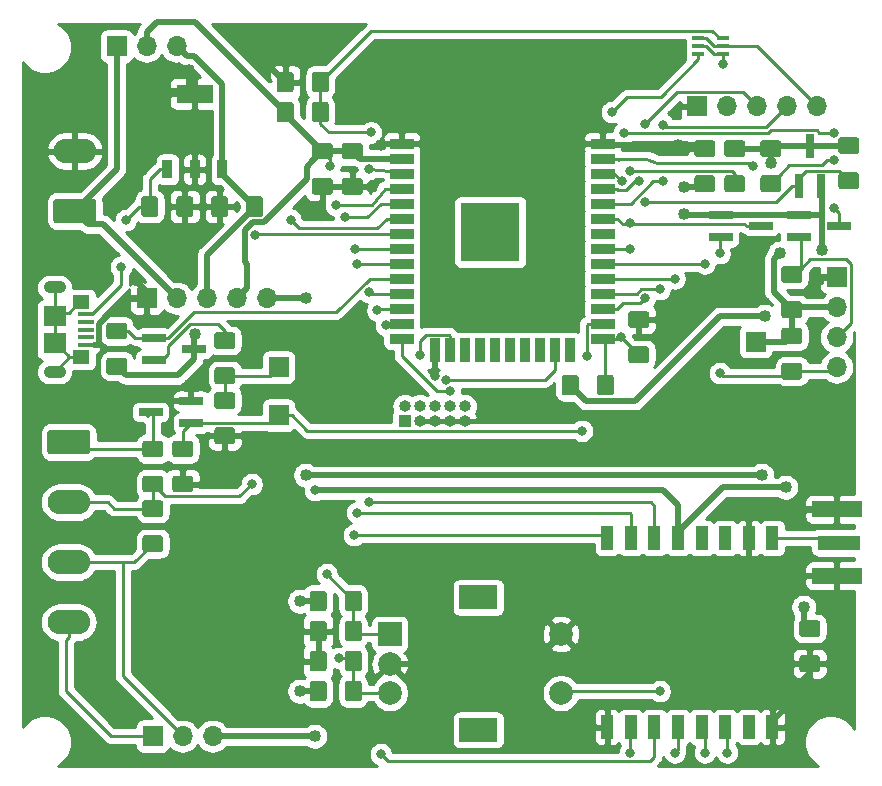
<source format=gbr>
G04 #@! TF.GenerationSoftware,KiCad,Pcbnew,5.1.4-e60b266~84~ubuntu18.04.1*
G04 #@! TF.CreationDate,2020-03-31T13:06:10+02:00*
G04 #@! TF.ProjectId,Esp32LoraBoard,45737033-324c-46f7-9261-426f6172642e,1.0*
G04 #@! TF.SameCoordinates,Original*
G04 #@! TF.FileFunction,Copper,L1,Top*
G04 #@! TF.FilePolarity,Positive*
%FSLAX46Y46*%
G04 Gerber Fmt 4.6, Leading zero omitted, Abs format (unit mm)*
G04 Created by KiCad (PCBNEW 5.1.4-e60b266~84~ubuntu18.04.1) date 2020-03-31 13:06:10*
%MOMM*%
%LPD*%
G04 APERTURE LIST*
%ADD10R,2.000000X0.650000*%
%ADD11R,1.700000X1.700000*%
%ADD12O,1.700000X1.700000*%
%ADD13C,0.100000*%
%ADD14C,1.425000*%
%ADD15R,1.050000X0.450000*%
%ADD16R,0.838200X1.600200*%
%ADD17R,3.098800X1.600200*%
%ADD18R,5.000000X5.000000*%
%ADD19R,2.000000X0.900000*%
%ADD20R,0.900000X2.000000*%
%ADD21R,4.200000X1.350000*%
%ADD22R,3.600000X1.270000*%
%ADD23R,1.000000X2.000000*%
%ADD24R,1.900000X1.750000*%
%ADD25R,1.400000X0.400000*%
%ADD26O,1.900000X1.050000*%
%ADD27R,1.450000X1.150000*%
%ADD28R,1.000000X1.000000*%
%ADD29O,1.000000X1.000000*%
%ADD30C,2.080000*%
%ADD31O,3.600000X2.080000*%
%ADD32R,0.650000X2.000000*%
%ADD33C,2.000000*%
%ADD34R,3.200000X2.000000*%
%ADD35R,2.000000X2.000000*%
%ADD36C,0.800000*%
%ADD37C,1.016000*%
%ADD38C,0.250000*%
%ADD39C,0.508000*%
%ADD40C,0.254000*%
G04 APERTURE END LIST*
D10*
X163898000Y-75250000D03*
X163898000Y-77150000D03*
X167318000Y-76200000D03*
D11*
X112776000Y-60960000D03*
D12*
X115316000Y-60960000D03*
X117856000Y-60960000D03*
D13*
G36*
X127523504Y-65674204D02*
G01*
X127547773Y-65677804D01*
X127571571Y-65683765D01*
X127594671Y-65692030D01*
X127616849Y-65702520D01*
X127637893Y-65715133D01*
X127657598Y-65729747D01*
X127675777Y-65746223D01*
X127692253Y-65764402D01*
X127706867Y-65784107D01*
X127719480Y-65805151D01*
X127729970Y-65827329D01*
X127738235Y-65850429D01*
X127744196Y-65874227D01*
X127747796Y-65898496D01*
X127749000Y-65923000D01*
X127749000Y-67173000D01*
X127747796Y-67197504D01*
X127744196Y-67221773D01*
X127738235Y-67245571D01*
X127729970Y-67268671D01*
X127719480Y-67290849D01*
X127706867Y-67311893D01*
X127692253Y-67331598D01*
X127675777Y-67349777D01*
X127657598Y-67366253D01*
X127637893Y-67380867D01*
X127616849Y-67393480D01*
X127594671Y-67403970D01*
X127571571Y-67412235D01*
X127547773Y-67418196D01*
X127523504Y-67421796D01*
X127499000Y-67423000D01*
X126574000Y-67423000D01*
X126549496Y-67421796D01*
X126525227Y-67418196D01*
X126501429Y-67412235D01*
X126478329Y-67403970D01*
X126456151Y-67393480D01*
X126435107Y-67380867D01*
X126415402Y-67366253D01*
X126397223Y-67349777D01*
X126380747Y-67331598D01*
X126366133Y-67311893D01*
X126353520Y-67290849D01*
X126343030Y-67268671D01*
X126334765Y-67245571D01*
X126328804Y-67221773D01*
X126325204Y-67197504D01*
X126324000Y-67173000D01*
X126324000Y-65923000D01*
X126325204Y-65898496D01*
X126328804Y-65874227D01*
X126334765Y-65850429D01*
X126343030Y-65827329D01*
X126353520Y-65805151D01*
X126366133Y-65784107D01*
X126380747Y-65764402D01*
X126397223Y-65746223D01*
X126415402Y-65729747D01*
X126435107Y-65715133D01*
X126456151Y-65702520D01*
X126478329Y-65692030D01*
X126501429Y-65683765D01*
X126525227Y-65677804D01*
X126549496Y-65674204D01*
X126574000Y-65673000D01*
X127499000Y-65673000D01*
X127523504Y-65674204D01*
X127523504Y-65674204D01*
G37*
D14*
X127036500Y-66548000D03*
D13*
G36*
X130498504Y-65674204D02*
G01*
X130522773Y-65677804D01*
X130546571Y-65683765D01*
X130569671Y-65692030D01*
X130591849Y-65702520D01*
X130612893Y-65715133D01*
X130632598Y-65729747D01*
X130650777Y-65746223D01*
X130667253Y-65764402D01*
X130681867Y-65784107D01*
X130694480Y-65805151D01*
X130704970Y-65827329D01*
X130713235Y-65850429D01*
X130719196Y-65874227D01*
X130722796Y-65898496D01*
X130724000Y-65923000D01*
X130724000Y-67173000D01*
X130722796Y-67197504D01*
X130719196Y-67221773D01*
X130713235Y-67245571D01*
X130704970Y-67268671D01*
X130694480Y-67290849D01*
X130681867Y-67311893D01*
X130667253Y-67331598D01*
X130650777Y-67349777D01*
X130632598Y-67366253D01*
X130612893Y-67380867D01*
X130591849Y-67393480D01*
X130569671Y-67403970D01*
X130546571Y-67412235D01*
X130522773Y-67418196D01*
X130498504Y-67421796D01*
X130474000Y-67423000D01*
X129549000Y-67423000D01*
X129524496Y-67421796D01*
X129500227Y-67418196D01*
X129476429Y-67412235D01*
X129453329Y-67403970D01*
X129431151Y-67393480D01*
X129410107Y-67380867D01*
X129390402Y-67366253D01*
X129372223Y-67349777D01*
X129355747Y-67331598D01*
X129341133Y-67311893D01*
X129328520Y-67290849D01*
X129318030Y-67268671D01*
X129309765Y-67245571D01*
X129303804Y-67221773D01*
X129300204Y-67197504D01*
X129299000Y-67173000D01*
X129299000Y-65923000D01*
X129300204Y-65898496D01*
X129303804Y-65874227D01*
X129309765Y-65850429D01*
X129318030Y-65827329D01*
X129328520Y-65805151D01*
X129341133Y-65784107D01*
X129355747Y-65764402D01*
X129372223Y-65746223D01*
X129390402Y-65729747D01*
X129410107Y-65715133D01*
X129431151Y-65702520D01*
X129453329Y-65692030D01*
X129476429Y-65683765D01*
X129500227Y-65677804D01*
X129524496Y-65674204D01*
X129549000Y-65673000D01*
X130474000Y-65673000D01*
X130498504Y-65674204D01*
X130498504Y-65674204D01*
G37*
D14*
X130011500Y-66548000D03*
D15*
X162018000Y-60310000D03*
X162018000Y-60960000D03*
X162018000Y-61610000D03*
X164118000Y-61610000D03*
X164118000Y-60960000D03*
X164118000Y-60310000D03*
D16*
X117068600Y-71399400D03*
X119380000Y-71399400D03*
X121691400Y-71399400D03*
D17*
X119380000Y-64998600D03*
D13*
G36*
X121972004Y-73675204D02*
G01*
X121996273Y-73678804D01*
X122020071Y-73684765D01*
X122043171Y-73693030D01*
X122065349Y-73703520D01*
X122086393Y-73716133D01*
X122106098Y-73730747D01*
X122124277Y-73747223D01*
X122140753Y-73765402D01*
X122155367Y-73785107D01*
X122167980Y-73806151D01*
X122178470Y-73828329D01*
X122186735Y-73851429D01*
X122192696Y-73875227D01*
X122196296Y-73899496D01*
X122197500Y-73924000D01*
X122197500Y-75174000D01*
X122196296Y-75198504D01*
X122192696Y-75222773D01*
X122186735Y-75246571D01*
X122178470Y-75269671D01*
X122167980Y-75291849D01*
X122155367Y-75312893D01*
X122140753Y-75332598D01*
X122124277Y-75350777D01*
X122106098Y-75367253D01*
X122086393Y-75381867D01*
X122065349Y-75394480D01*
X122043171Y-75404970D01*
X122020071Y-75413235D01*
X121996273Y-75419196D01*
X121972004Y-75422796D01*
X121947500Y-75424000D01*
X121022500Y-75424000D01*
X120997996Y-75422796D01*
X120973727Y-75419196D01*
X120949929Y-75413235D01*
X120926829Y-75404970D01*
X120904651Y-75394480D01*
X120883607Y-75381867D01*
X120863902Y-75367253D01*
X120845723Y-75350777D01*
X120829247Y-75332598D01*
X120814633Y-75312893D01*
X120802020Y-75291849D01*
X120791530Y-75269671D01*
X120783265Y-75246571D01*
X120777304Y-75222773D01*
X120773704Y-75198504D01*
X120772500Y-75174000D01*
X120772500Y-73924000D01*
X120773704Y-73899496D01*
X120777304Y-73875227D01*
X120783265Y-73851429D01*
X120791530Y-73828329D01*
X120802020Y-73806151D01*
X120814633Y-73785107D01*
X120829247Y-73765402D01*
X120845723Y-73747223D01*
X120863902Y-73730747D01*
X120883607Y-73716133D01*
X120904651Y-73703520D01*
X120926829Y-73693030D01*
X120949929Y-73684765D01*
X120973727Y-73678804D01*
X120997996Y-73675204D01*
X121022500Y-73674000D01*
X121947500Y-73674000D01*
X121972004Y-73675204D01*
X121972004Y-73675204D01*
G37*
D14*
X121485000Y-74549000D03*
D13*
G36*
X124947004Y-73675204D02*
G01*
X124971273Y-73678804D01*
X124995071Y-73684765D01*
X125018171Y-73693030D01*
X125040349Y-73703520D01*
X125061393Y-73716133D01*
X125081098Y-73730747D01*
X125099277Y-73747223D01*
X125115753Y-73765402D01*
X125130367Y-73785107D01*
X125142980Y-73806151D01*
X125153470Y-73828329D01*
X125161735Y-73851429D01*
X125167696Y-73875227D01*
X125171296Y-73899496D01*
X125172500Y-73924000D01*
X125172500Y-75174000D01*
X125171296Y-75198504D01*
X125167696Y-75222773D01*
X125161735Y-75246571D01*
X125153470Y-75269671D01*
X125142980Y-75291849D01*
X125130367Y-75312893D01*
X125115753Y-75332598D01*
X125099277Y-75350777D01*
X125081098Y-75367253D01*
X125061393Y-75381867D01*
X125040349Y-75394480D01*
X125018171Y-75404970D01*
X124995071Y-75413235D01*
X124971273Y-75419196D01*
X124947004Y-75422796D01*
X124922500Y-75424000D01*
X123997500Y-75424000D01*
X123972996Y-75422796D01*
X123948727Y-75419196D01*
X123924929Y-75413235D01*
X123901829Y-75404970D01*
X123879651Y-75394480D01*
X123858607Y-75381867D01*
X123838902Y-75367253D01*
X123820723Y-75350777D01*
X123804247Y-75332598D01*
X123789633Y-75312893D01*
X123777020Y-75291849D01*
X123766530Y-75269671D01*
X123758265Y-75246571D01*
X123752304Y-75222773D01*
X123748704Y-75198504D01*
X123747500Y-75174000D01*
X123747500Y-73924000D01*
X123748704Y-73899496D01*
X123752304Y-73875227D01*
X123758265Y-73851429D01*
X123766530Y-73828329D01*
X123777020Y-73806151D01*
X123789633Y-73785107D01*
X123804247Y-73765402D01*
X123820723Y-73747223D01*
X123838902Y-73730747D01*
X123858607Y-73716133D01*
X123879651Y-73703520D01*
X123901829Y-73693030D01*
X123924929Y-73684765D01*
X123948727Y-73678804D01*
X123972996Y-73675204D01*
X123997500Y-73674000D01*
X124922500Y-73674000D01*
X124947004Y-73675204D01*
X124947004Y-73675204D01*
G37*
D14*
X124460000Y-74549000D03*
D13*
G36*
X116057004Y-73675204D02*
G01*
X116081273Y-73678804D01*
X116105071Y-73684765D01*
X116128171Y-73693030D01*
X116150349Y-73703520D01*
X116171393Y-73716133D01*
X116191098Y-73730747D01*
X116209277Y-73747223D01*
X116225753Y-73765402D01*
X116240367Y-73785107D01*
X116252980Y-73806151D01*
X116263470Y-73828329D01*
X116271735Y-73851429D01*
X116277696Y-73875227D01*
X116281296Y-73899496D01*
X116282500Y-73924000D01*
X116282500Y-75174000D01*
X116281296Y-75198504D01*
X116277696Y-75222773D01*
X116271735Y-75246571D01*
X116263470Y-75269671D01*
X116252980Y-75291849D01*
X116240367Y-75312893D01*
X116225753Y-75332598D01*
X116209277Y-75350777D01*
X116191098Y-75367253D01*
X116171393Y-75381867D01*
X116150349Y-75394480D01*
X116128171Y-75404970D01*
X116105071Y-75413235D01*
X116081273Y-75419196D01*
X116057004Y-75422796D01*
X116032500Y-75424000D01*
X115107500Y-75424000D01*
X115082996Y-75422796D01*
X115058727Y-75419196D01*
X115034929Y-75413235D01*
X115011829Y-75404970D01*
X114989651Y-75394480D01*
X114968607Y-75381867D01*
X114948902Y-75367253D01*
X114930723Y-75350777D01*
X114914247Y-75332598D01*
X114899633Y-75312893D01*
X114887020Y-75291849D01*
X114876530Y-75269671D01*
X114868265Y-75246571D01*
X114862304Y-75222773D01*
X114858704Y-75198504D01*
X114857500Y-75174000D01*
X114857500Y-73924000D01*
X114858704Y-73899496D01*
X114862304Y-73875227D01*
X114868265Y-73851429D01*
X114876530Y-73828329D01*
X114887020Y-73806151D01*
X114899633Y-73785107D01*
X114914247Y-73765402D01*
X114930723Y-73747223D01*
X114948902Y-73730747D01*
X114968607Y-73716133D01*
X114989651Y-73703520D01*
X115011829Y-73693030D01*
X115034929Y-73684765D01*
X115058727Y-73678804D01*
X115082996Y-73675204D01*
X115107500Y-73674000D01*
X116032500Y-73674000D01*
X116057004Y-73675204D01*
X116057004Y-73675204D01*
G37*
D14*
X115570000Y-74549000D03*
D13*
G36*
X119032004Y-73675204D02*
G01*
X119056273Y-73678804D01*
X119080071Y-73684765D01*
X119103171Y-73693030D01*
X119125349Y-73703520D01*
X119146393Y-73716133D01*
X119166098Y-73730747D01*
X119184277Y-73747223D01*
X119200753Y-73765402D01*
X119215367Y-73785107D01*
X119227980Y-73806151D01*
X119238470Y-73828329D01*
X119246735Y-73851429D01*
X119252696Y-73875227D01*
X119256296Y-73899496D01*
X119257500Y-73924000D01*
X119257500Y-75174000D01*
X119256296Y-75198504D01*
X119252696Y-75222773D01*
X119246735Y-75246571D01*
X119238470Y-75269671D01*
X119227980Y-75291849D01*
X119215367Y-75312893D01*
X119200753Y-75332598D01*
X119184277Y-75350777D01*
X119166098Y-75367253D01*
X119146393Y-75381867D01*
X119125349Y-75394480D01*
X119103171Y-75404970D01*
X119080071Y-75413235D01*
X119056273Y-75419196D01*
X119032004Y-75422796D01*
X119007500Y-75424000D01*
X118082500Y-75424000D01*
X118057996Y-75422796D01*
X118033727Y-75419196D01*
X118009929Y-75413235D01*
X117986829Y-75404970D01*
X117964651Y-75394480D01*
X117943607Y-75381867D01*
X117923902Y-75367253D01*
X117905723Y-75350777D01*
X117889247Y-75332598D01*
X117874633Y-75312893D01*
X117862020Y-75291849D01*
X117851530Y-75269671D01*
X117843265Y-75246571D01*
X117837304Y-75222773D01*
X117833704Y-75198504D01*
X117832500Y-75174000D01*
X117832500Y-73924000D01*
X117833704Y-73899496D01*
X117837304Y-73875227D01*
X117843265Y-73851429D01*
X117851530Y-73828329D01*
X117862020Y-73806151D01*
X117874633Y-73785107D01*
X117889247Y-73765402D01*
X117905723Y-73747223D01*
X117923902Y-73730747D01*
X117943607Y-73716133D01*
X117964651Y-73703520D01*
X117986829Y-73693030D01*
X118009929Y-73684765D01*
X118033727Y-73678804D01*
X118057996Y-73675204D01*
X118082500Y-73674000D01*
X119007500Y-73674000D01*
X119032004Y-73675204D01*
X119032004Y-73675204D01*
G37*
D14*
X118545000Y-74549000D03*
D18*
X144415000Y-76715000D03*
D19*
X136915000Y-69215000D03*
X136915000Y-70485000D03*
X136915000Y-71755000D03*
X136915000Y-73025000D03*
X136915000Y-74295000D03*
X136915000Y-75565000D03*
X136915000Y-76835000D03*
X136915000Y-78105000D03*
X136915000Y-79375000D03*
X136915000Y-80645000D03*
X136915000Y-81915000D03*
X136915000Y-83185000D03*
X136915000Y-84455000D03*
X136915000Y-85725000D03*
D20*
X139700000Y-86725000D03*
X140970000Y-86725000D03*
X142240000Y-86725000D03*
X143510000Y-86725000D03*
X144780000Y-86725000D03*
X146050000Y-86725000D03*
X147320000Y-86725000D03*
X148590000Y-86725000D03*
X149860000Y-86725000D03*
X151130000Y-86725000D03*
D19*
X153915000Y-85725000D03*
X153915000Y-84455000D03*
X153915000Y-83185000D03*
X153915000Y-81915000D03*
X153915000Y-80645000D03*
X153915000Y-79375000D03*
X153915000Y-78105000D03*
X153915000Y-76835000D03*
X153915000Y-75565000D03*
X153915000Y-74295000D03*
X153915000Y-73025000D03*
X153915000Y-71755000D03*
X153915000Y-70485000D03*
X153915000Y-69215000D03*
D13*
G36*
X130824504Y-72113704D02*
G01*
X130848773Y-72117304D01*
X130872571Y-72123265D01*
X130895671Y-72131530D01*
X130917849Y-72142020D01*
X130938893Y-72154633D01*
X130958598Y-72169247D01*
X130976777Y-72185723D01*
X130993253Y-72203902D01*
X131007867Y-72223607D01*
X131020480Y-72244651D01*
X131030970Y-72266829D01*
X131039235Y-72289929D01*
X131045196Y-72313727D01*
X131048796Y-72337996D01*
X131050000Y-72362500D01*
X131050000Y-73287500D01*
X131048796Y-73312004D01*
X131045196Y-73336273D01*
X131039235Y-73360071D01*
X131030970Y-73383171D01*
X131020480Y-73405349D01*
X131007867Y-73426393D01*
X130993253Y-73446098D01*
X130976777Y-73464277D01*
X130958598Y-73480753D01*
X130938893Y-73495367D01*
X130917849Y-73507980D01*
X130895671Y-73518470D01*
X130872571Y-73526735D01*
X130848773Y-73532696D01*
X130824504Y-73536296D01*
X130800000Y-73537500D01*
X129550000Y-73537500D01*
X129525496Y-73536296D01*
X129501227Y-73532696D01*
X129477429Y-73526735D01*
X129454329Y-73518470D01*
X129432151Y-73507980D01*
X129411107Y-73495367D01*
X129391402Y-73480753D01*
X129373223Y-73464277D01*
X129356747Y-73446098D01*
X129342133Y-73426393D01*
X129329520Y-73405349D01*
X129319030Y-73383171D01*
X129310765Y-73360071D01*
X129304804Y-73336273D01*
X129301204Y-73312004D01*
X129300000Y-73287500D01*
X129300000Y-72362500D01*
X129301204Y-72337996D01*
X129304804Y-72313727D01*
X129310765Y-72289929D01*
X129319030Y-72266829D01*
X129329520Y-72244651D01*
X129342133Y-72223607D01*
X129356747Y-72203902D01*
X129373223Y-72185723D01*
X129391402Y-72169247D01*
X129411107Y-72154633D01*
X129432151Y-72142020D01*
X129454329Y-72131530D01*
X129477429Y-72123265D01*
X129501227Y-72117304D01*
X129525496Y-72113704D01*
X129550000Y-72112500D01*
X130800000Y-72112500D01*
X130824504Y-72113704D01*
X130824504Y-72113704D01*
G37*
D14*
X130175000Y-72825000D03*
D13*
G36*
X130824504Y-69138704D02*
G01*
X130848773Y-69142304D01*
X130872571Y-69148265D01*
X130895671Y-69156530D01*
X130917849Y-69167020D01*
X130938893Y-69179633D01*
X130958598Y-69194247D01*
X130976777Y-69210723D01*
X130993253Y-69228902D01*
X131007867Y-69248607D01*
X131020480Y-69269651D01*
X131030970Y-69291829D01*
X131039235Y-69314929D01*
X131045196Y-69338727D01*
X131048796Y-69362996D01*
X131050000Y-69387500D01*
X131050000Y-70312500D01*
X131048796Y-70337004D01*
X131045196Y-70361273D01*
X131039235Y-70385071D01*
X131030970Y-70408171D01*
X131020480Y-70430349D01*
X131007867Y-70451393D01*
X130993253Y-70471098D01*
X130976777Y-70489277D01*
X130958598Y-70505753D01*
X130938893Y-70520367D01*
X130917849Y-70532980D01*
X130895671Y-70543470D01*
X130872571Y-70551735D01*
X130848773Y-70557696D01*
X130824504Y-70561296D01*
X130800000Y-70562500D01*
X129550000Y-70562500D01*
X129525496Y-70561296D01*
X129501227Y-70557696D01*
X129477429Y-70551735D01*
X129454329Y-70543470D01*
X129432151Y-70532980D01*
X129411107Y-70520367D01*
X129391402Y-70505753D01*
X129373223Y-70489277D01*
X129356747Y-70471098D01*
X129342133Y-70451393D01*
X129329520Y-70430349D01*
X129319030Y-70408171D01*
X129310765Y-70385071D01*
X129304804Y-70361273D01*
X129301204Y-70337004D01*
X129300000Y-70312500D01*
X129300000Y-69387500D01*
X129301204Y-69362996D01*
X129304804Y-69338727D01*
X129310765Y-69314929D01*
X129319030Y-69291829D01*
X129329520Y-69269651D01*
X129342133Y-69248607D01*
X129356747Y-69228902D01*
X129373223Y-69210723D01*
X129391402Y-69194247D01*
X129411107Y-69179633D01*
X129432151Y-69167020D01*
X129454329Y-69156530D01*
X129477429Y-69148265D01*
X129501227Y-69142304D01*
X129525496Y-69138704D01*
X129550000Y-69137500D01*
X130800000Y-69137500D01*
X130824504Y-69138704D01*
X130824504Y-69138704D01*
G37*
D14*
X130175000Y-69850000D03*
D13*
G36*
X133364504Y-69138704D02*
G01*
X133388773Y-69142304D01*
X133412571Y-69148265D01*
X133435671Y-69156530D01*
X133457849Y-69167020D01*
X133478893Y-69179633D01*
X133498598Y-69194247D01*
X133516777Y-69210723D01*
X133533253Y-69228902D01*
X133547867Y-69248607D01*
X133560480Y-69269651D01*
X133570970Y-69291829D01*
X133579235Y-69314929D01*
X133585196Y-69338727D01*
X133588796Y-69362996D01*
X133590000Y-69387500D01*
X133590000Y-70312500D01*
X133588796Y-70337004D01*
X133585196Y-70361273D01*
X133579235Y-70385071D01*
X133570970Y-70408171D01*
X133560480Y-70430349D01*
X133547867Y-70451393D01*
X133533253Y-70471098D01*
X133516777Y-70489277D01*
X133498598Y-70505753D01*
X133478893Y-70520367D01*
X133457849Y-70532980D01*
X133435671Y-70543470D01*
X133412571Y-70551735D01*
X133388773Y-70557696D01*
X133364504Y-70561296D01*
X133340000Y-70562500D01*
X132090000Y-70562500D01*
X132065496Y-70561296D01*
X132041227Y-70557696D01*
X132017429Y-70551735D01*
X131994329Y-70543470D01*
X131972151Y-70532980D01*
X131951107Y-70520367D01*
X131931402Y-70505753D01*
X131913223Y-70489277D01*
X131896747Y-70471098D01*
X131882133Y-70451393D01*
X131869520Y-70430349D01*
X131859030Y-70408171D01*
X131850765Y-70385071D01*
X131844804Y-70361273D01*
X131841204Y-70337004D01*
X131840000Y-70312500D01*
X131840000Y-69387500D01*
X131841204Y-69362996D01*
X131844804Y-69338727D01*
X131850765Y-69314929D01*
X131859030Y-69291829D01*
X131869520Y-69269651D01*
X131882133Y-69248607D01*
X131896747Y-69228902D01*
X131913223Y-69210723D01*
X131931402Y-69194247D01*
X131951107Y-69179633D01*
X131972151Y-69167020D01*
X131994329Y-69156530D01*
X132017429Y-69148265D01*
X132041227Y-69142304D01*
X132065496Y-69138704D01*
X132090000Y-69137500D01*
X133340000Y-69137500D01*
X133364504Y-69138704D01*
X133364504Y-69138704D01*
G37*
D14*
X132715000Y-69850000D03*
D13*
G36*
X133364504Y-72113704D02*
G01*
X133388773Y-72117304D01*
X133412571Y-72123265D01*
X133435671Y-72131530D01*
X133457849Y-72142020D01*
X133478893Y-72154633D01*
X133498598Y-72169247D01*
X133516777Y-72185723D01*
X133533253Y-72203902D01*
X133547867Y-72223607D01*
X133560480Y-72244651D01*
X133570970Y-72266829D01*
X133579235Y-72289929D01*
X133585196Y-72313727D01*
X133588796Y-72337996D01*
X133590000Y-72362500D01*
X133590000Y-73287500D01*
X133588796Y-73312004D01*
X133585196Y-73336273D01*
X133579235Y-73360071D01*
X133570970Y-73383171D01*
X133560480Y-73405349D01*
X133547867Y-73426393D01*
X133533253Y-73446098D01*
X133516777Y-73464277D01*
X133498598Y-73480753D01*
X133478893Y-73495367D01*
X133457849Y-73507980D01*
X133435671Y-73518470D01*
X133412571Y-73526735D01*
X133388773Y-73532696D01*
X133364504Y-73536296D01*
X133340000Y-73537500D01*
X132090000Y-73537500D01*
X132065496Y-73536296D01*
X132041227Y-73532696D01*
X132017429Y-73526735D01*
X131994329Y-73518470D01*
X131972151Y-73507980D01*
X131951107Y-73495367D01*
X131931402Y-73480753D01*
X131913223Y-73464277D01*
X131896747Y-73446098D01*
X131882133Y-73426393D01*
X131869520Y-73405349D01*
X131859030Y-73383171D01*
X131850765Y-73360071D01*
X131844804Y-73336273D01*
X131841204Y-73312004D01*
X131840000Y-73287500D01*
X131840000Y-72362500D01*
X131841204Y-72337996D01*
X131844804Y-72313727D01*
X131850765Y-72289929D01*
X131859030Y-72266829D01*
X131869520Y-72244651D01*
X131882133Y-72223607D01*
X131896747Y-72203902D01*
X131913223Y-72185723D01*
X131931402Y-72169247D01*
X131951107Y-72154633D01*
X131972151Y-72142020D01*
X131994329Y-72131530D01*
X132017429Y-72123265D01*
X132041227Y-72117304D01*
X132065496Y-72113704D01*
X132090000Y-72112500D01*
X133340000Y-72112500D01*
X133364504Y-72113704D01*
X133364504Y-72113704D01*
G37*
D14*
X132715000Y-72825000D03*
D21*
X173736000Y-105822000D03*
X173736000Y-100172000D03*
D22*
X173936000Y-102997000D03*
D23*
X154290000Y-118617000D03*
X156290000Y-118617000D03*
X158290000Y-118617000D03*
X160290000Y-118617000D03*
X162290000Y-118617000D03*
X164290000Y-118617000D03*
X166290000Y-118617000D03*
X168290000Y-118617000D03*
X168290000Y-102617000D03*
X166290000Y-102617000D03*
X164290000Y-102617000D03*
X162290000Y-102617000D03*
X160290000Y-102617000D03*
X158290000Y-102617000D03*
X156290000Y-102617000D03*
X154290000Y-102617000D03*
D24*
X107512000Y-86088000D03*
D25*
X110162000Y-84313000D03*
X110162000Y-83663000D03*
X110162000Y-86263000D03*
X110162000Y-85613000D03*
X110162000Y-84963000D03*
D24*
X107512000Y-83838000D03*
D26*
X107512000Y-81388000D03*
X107512000Y-88538000D03*
D27*
X109742000Y-87283000D03*
X109742000Y-82643000D03*
D13*
G36*
X130498504Y-63134204D02*
G01*
X130522773Y-63137804D01*
X130546571Y-63143765D01*
X130569671Y-63152030D01*
X130591849Y-63162520D01*
X130612893Y-63175133D01*
X130632598Y-63189747D01*
X130650777Y-63206223D01*
X130667253Y-63224402D01*
X130681867Y-63244107D01*
X130694480Y-63265151D01*
X130704970Y-63287329D01*
X130713235Y-63310429D01*
X130719196Y-63334227D01*
X130722796Y-63358496D01*
X130724000Y-63383000D01*
X130724000Y-64633000D01*
X130722796Y-64657504D01*
X130719196Y-64681773D01*
X130713235Y-64705571D01*
X130704970Y-64728671D01*
X130694480Y-64750849D01*
X130681867Y-64771893D01*
X130667253Y-64791598D01*
X130650777Y-64809777D01*
X130632598Y-64826253D01*
X130612893Y-64840867D01*
X130591849Y-64853480D01*
X130569671Y-64863970D01*
X130546571Y-64872235D01*
X130522773Y-64878196D01*
X130498504Y-64881796D01*
X130474000Y-64883000D01*
X129549000Y-64883000D01*
X129524496Y-64881796D01*
X129500227Y-64878196D01*
X129476429Y-64872235D01*
X129453329Y-64863970D01*
X129431151Y-64853480D01*
X129410107Y-64840867D01*
X129390402Y-64826253D01*
X129372223Y-64809777D01*
X129355747Y-64791598D01*
X129341133Y-64771893D01*
X129328520Y-64750849D01*
X129318030Y-64728671D01*
X129309765Y-64705571D01*
X129303804Y-64681773D01*
X129300204Y-64657504D01*
X129299000Y-64633000D01*
X129299000Y-63383000D01*
X129300204Y-63358496D01*
X129303804Y-63334227D01*
X129309765Y-63310429D01*
X129318030Y-63287329D01*
X129328520Y-63265151D01*
X129341133Y-63244107D01*
X129355747Y-63224402D01*
X129372223Y-63206223D01*
X129390402Y-63189747D01*
X129410107Y-63175133D01*
X129431151Y-63162520D01*
X129453329Y-63152030D01*
X129476429Y-63143765D01*
X129500227Y-63137804D01*
X129524496Y-63134204D01*
X129549000Y-63133000D01*
X130474000Y-63133000D01*
X130498504Y-63134204D01*
X130498504Y-63134204D01*
G37*
D14*
X130011500Y-64008000D03*
D13*
G36*
X127523504Y-63134204D02*
G01*
X127547773Y-63137804D01*
X127571571Y-63143765D01*
X127594671Y-63152030D01*
X127616849Y-63162520D01*
X127637893Y-63175133D01*
X127657598Y-63189747D01*
X127675777Y-63206223D01*
X127692253Y-63224402D01*
X127706867Y-63244107D01*
X127719480Y-63265151D01*
X127729970Y-63287329D01*
X127738235Y-63310429D01*
X127744196Y-63334227D01*
X127747796Y-63358496D01*
X127749000Y-63383000D01*
X127749000Y-64633000D01*
X127747796Y-64657504D01*
X127744196Y-64681773D01*
X127738235Y-64705571D01*
X127729970Y-64728671D01*
X127719480Y-64750849D01*
X127706867Y-64771893D01*
X127692253Y-64791598D01*
X127675777Y-64809777D01*
X127657598Y-64826253D01*
X127637893Y-64840867D01*
X127616849Y-64853480D01*
X127594671Y-64863970D01*
X127571571Y-64872235D01*
X127547773Y-64878196D01*
X127523504Y-64881796D01*
X127499000Y-64883000D01*
X126574000Y-64883000D01*
X126549496Y-64881796D01*
X126525227Y-64878196D01*
X126501429Y-64872235D01*
X126478329Y-64863970D01*
X126456151Y-64853480D01*
X126435107Y-64840867D01*
X126415402Y-64826253D01*
X126397223Y-64809777D01*
X126380747Y-64791598D01*
X126366133Y-64771893D01*
X126353520Y-64750849D01*
X126343030Y-64728671D01*
X126334765Y-64705571D01*
X126328804Y-64681773D01*
X126325204Y-64657504D01*
X126324000Y-64633000D01*
X126324000Y-63383000D01*
X126325204Y-63358496D01*
X126328804Y-63334227D01*
X126334765Y-63310429D01*
X126343030Y-63287329D01*
X126353520Y-63265151D01*
X126366133Y-63244107D01*
X126380747Y-63224402D01*
X126397223Y-63206223D01*
X126415402Y-63189747D01*
X126435107Y-63175133D01*
X126456151Y-63162520D01*
X126478329Y-63152030D01*
X126501429Y-63143765D01*
X126525227Y-63137804D01*
X126549496Y-63134204D01*
X126574000Y-63133000D01*
X127499000Y-63133000D01*
X127523504Y-63134204D01*
X127523504Y-63134204D01*
G37*
D14*
X127036500Y-64008000D03*
D13*
G36*
X157621504Y-86374204D02*
G01*
X157645773Y-86377804D01*
X157669571Y-86383765D01*
X157692671Y-86392030D01*
X157714849Y-86402520D01*
X157735893Y-86415133D01*
X157755598Y-86429747D01*
X157773777Y-86446223D01*
X157790253Y-86464402D01*
X157804867Y-86484107D01*
X157817480Y-86505151D01*
X157827970Y-86527329D01*
X157836235Y-86550429D01*
X157842196Y-86574227D01*
X157845796Y-86598496D01*
X157847000Y-86623000D01*
X157847000Y-87548000D01*
X157845796Y-87572504D01*
X157842196Y-87596773D01*
X157836235Y-87620571D01*
X157827970Y-87643671D01*
X157817480Y-87665849D01*
X157804867Y-87686893D01*
X157790253Y-87706598D01*
X157773777Y-87724777D01*
X157755598Y-87741253D01*
X157735893Y-87755867D01*
X157714849Y-87768480D01*
X157692671Y-87778970D01*
X157669571Y-87787235D01*
X157645773Y-87793196D01*
X157621504Y-87796796D01*
X157597000Y-87798000D01*
X156347000Y-87798000D01*
X156322496Y-87796796D01*
X156298227Y-87793196D01*
X156274429Y-87787235D01*
X156251329Y-87778970D01*
X156229151Y-87768480D01*
X156208107Y-87755867D01*
X156188402Y-87741253D01*
X156170223Y-87724777D01*
X156153747Y-87706598D01*
X156139133Y-87686893D01*
X156126520Y-87665849D01*
X156116030Y-87643671D01*
X156107765Y-87620571D01*
X156101804Y-87596773D01*
X156098204Y-87572504D01*
X156097000Y-87548000D01*
X156097000Y-86623000D01*
X156098204Y-86598496D01*
X156101804Y-86574227D01*
X156107765Y-86550429D01*
X156116030Y-86527329D01*
X156126520Y-86505151D01*
X156139133Y-86484107D01*
X156153747Y-86464402D01*
X156170223Y-86446223D01*
X156188402Y-86429747D01*
X156208107Y-86415133D01*
X156229151Y-86402520D01*
X156251329Y-86392030D01*
X156274429Y-86383765D01*
X156298227Y-86377804D01*
X156322496Y-86374204D01*
X156347000Y-86373000D01*
X157597000Y-86373000D01*
X157621504Y-86374204D01*
X157621504Y-86374204D01*
G37*
D14*
X156972000Y-87085500D03*
D13*
G36*
X157621504Y-83399204D02*
G01*
X157645773Y-83402804D01*
X157669571Y-83408765D01*
X157692671Y-83417030D01*
X157714849Y-83427520D01*
X157735893Y-83440133D01*
X157755598Y-83454747D01*
X157773777Y-83471223D01*
X157790253Y-83489402D01*
X157804867Y-83509107D01*
X157817480Y-83530151D01*
X157827970Y-83552329D01*
X157836235Y-83575429D01*
X157842196Y-83599227D01*
X157845796Y-83623496D01*
X157847000Y-83648000D01*
X157847000Y-84573000D01*
X157845796Y-84597504D01*
X157842196Y-84621773D01*
X157836235Y-84645571D01*
X157827970Y-84668671D01*
X157817480Y-84690849D01*
X157804867Y-84711893D01*
X157790253Y-84731598D01*
X157773777Y-84749777D01*
X157755598Y-84766253D01*
X157735893Y-84780867D01*
X157714849Y-84793480D01*
X157692671Y-84803970D01*
X157669571Y-84812235D01*
X157645773Y-84818196D01*
X157621504Y-84821796D01*
X157597000Y-84823000D01*
X156347000Y-84823000D01*
X156322496Y-84821796D01*
X156298227Y-84818196D01*
X156274429Y-84812235D01*
X156251329Y-84803970D01*
X156229151Y-84793480D01*
X156208107Y-84780867D01*
X156188402Y-84766253D01*
X156170223Y-84749777D01*
X156153747Y-84731598D01*
X156139133Y-84711893D01*
X156126520Y-84690849D01*
X156116030Y-84668671D01*
X156107765Y-84645571D01*
X156101804Y-84621773D01*
X156098204Y-84597504D01*
X156097000Y-84573000D01*
X156097000Y-83648000D01*
X156098204Y-83623496D01*
X156101804Y-83599227D01*
X156107765Y-83575429D01*
X156116030Y-83552329D01*
X156126520Y-83530151D01*
X156139133Y-83509107D01*
X156153747Y-83489402D01*
X156170223Y-83471223D01*
X156188402Y-83454747D01*
X156208107Y-83440133D01*
X156229151Y-83427520D01*
X156251329Y-83417030D01*
X156274429Y-83408765D01*
X156298227Y-83402804D01*
X156322496Y-83399204D01*
X156347000Y-83398000D01*
X157597000Y-83398000D01*
X157621504Y-83399204D01*
X157621504Y-83399204D01*
G37*
D14*
X156972000Y-84110500D03*
D13*
G36*
X172099504Y-109561204D02*
G01*
X172123773Y-109564804D01*
X172147571Y-109570765D01*
X172170671Y-109579030D01*
X172192849Y-109589520D01*
X172213893Y-109602133D01*
X172233598Y-109616747D01*
X172251777Y-109633223D01*
X172268253Y-109651402D01*
X172282867Y-109671107D01*
X172295480Y-109692151D01*
X172305970Y-109714329D01*
X172314235Y-109737429D01*
X172320196Y-109761227D01*
X172323796Y-109785496D01*
X172325000Y-109810000D01*
X172325000Y-110735000D01*
X172323796Y-110759504D01*
X172320196Y-110783773D01*
X172314235Y-110807571D01*
X172305970Y-110830671D01*
X172295480Y-110852849D01*
X172282867Y-110873893D01*
X172268253Y-110893598D01*
X172251777Y-110911777D01*
X172233598Y-110928253D01*
X172213893Y-110942867D01*
X172192849Y-110955480D01*
X172170671Y-110965970D01*
X172147571Y-110974235D01*
X172123773Y-110980196D01*
X172099504Y-110983796D01*
X172075000Y-110985000D01*
X170825000Y-110985000D01*
X170800496Y-110983796D01*
X170776227Y-110980196D01*
X170752429Y-110974235D01*
X170729329Y-110965970D01*
X170707151Y-110955480D01*
X170686107Y-110942867D01*
X170666402Y-110928253D01*
X170648223Y-110911777D01*
X170631747Y-110893598D01*
X170617133Y-110873893D01*
X170604520Y-110852849D01*
X170594030Y-110830671D01*
X170585765Y-110807571D01*
X170579804Y-110783773D01*
X170576204Y-110759504D01*
X170575000Y-110735000D01*
X170575000Y-109810000D01*
X170576204Y-109785496D01*
X170579804Y-109761227D01*
X170585765Y-109737429D01*
X170594030Y-109714329D01*
X170604520Y-109692151D01*
X170617133Y-109671107D01*
X170631747Y-109651402D01*
X170648223Y-109633223D01*
X170666402Y-109616747D01*
X170686107Y-109602133D01*
X170707151Y-109589520D01*
X170729329Y-109579030D01*
X170752429Y-109570765D01*
X170776227Y-109564804D01*
X170800496Y-109561204D01*
X170825000Y-109560000D01*
X172075000Y-109560000D01*
X172099504Y-109561204D01*
X172099504Y-109561204D01*
G37*
D14*
X171450000Y-110272500D03*
D13*
G36*
X172099504Y-112536204D02*
G01*
X172123773Y-112539804D01*
X172147571Y-112545765D01*
X172170671Y-112554030D01*
X172192849Y-112564520D01*
X172213893Y-112577133D01*
X172233598Y-112591747D01*
X172251777Y-112608223D01*
X172268253Y-112626402D01*
X172282867Y-112646107D01*
X172295480Y-112667151D01*
X172305970Y-112689329D01*
X172314235Y-112712429D01*
X172320196Y-112736227D01*
X172323796Y-112760496D01*
X172325000Y-112785000D01*
X172325000Y-113710000D01*
X172323796Y-113734504D01*
X172320196Y-113758773D01*
X172314235Y-113782571D01*
X172305970Y-113805671D01*
X172295480Y-113827849D01*
X172282867Y-113848893D01*
X172268253Y-113868598D01*
X172251777Y-113886777D01*
X172233598Y-113903253D01*
X172213893Y-113917867D01*
X172192849Y-113930480D01*
X172170671Y-113940970D01*
X172147571Y-113949235D01*
X172123773Y-113955196D01*
X172099504Y-113958796D01*
X172075000Y-113960000D01*
X170825000Y-113960000D01*
X170800496Y-113958796D01*
X170776227Y-113955196D01*
X170752429Y-113949235D01*
X170729329Y-113940970D01*
X170707151Y-113930480D01*
X170686107Y-113917867D01*
X170666402Y-113903253D01*
X170648223Y-113886777D01*
X170631747Y-113868598D01*
X170617133Y-113848893D01*
X170604520Y-113827849D01*
X170594030Y-113805671D01*
X170585765Y-113782571D01*
X170579804Y-113758773D01*
X170576204Y-113734504D01*
X170575000Y-113710000D01*
X170575000Y-112785000D01*
X170576204Y-112760496D01*
X170579804Y-112736227D01*
X170585765Y-112712429D01*
X170594030Y-112689329D01*
X170604520Y-112667151D01*
X170617133Y-112646107D01*
X170631747Y-112626402D01*
X170648223Y-112608223D01*
X170666402Y-112591747D01*
X170686107Y-112577133D01*
X170707151Y-112564520D01*
X170729329Y-112554030D01*
X170752429Y-112545765D01*
X170776227Y-112539804D01*
X170800496Y-112536204D01*
X170825000Y-112535000D01*
X172075000Y-112535000D01*
X172099504Y-112536204D01*
X172099504Y-112536204D01*
G37*
D14*
X171450000Y-113247500D03*
D13*
G36*
X163209504Y-71896204D02*
G01*
X163233773Y-71899804D01*
X163257571Y-71905765D01*
X163280671Y-71914030D01*
X163302849Y-71924520D01*
X163323893Y-71937133D01*
X163343598Y-71951747D01*
X163361777Y-71968223D01*
X163378253Y-71986402D01*
X163392867Y-72006107D01*
X163405480Y-72027151D01*
X163415970Y-72049329D01*
X163424235Y-72072429D01*
X163430196Y-72096227D01*
X163433796Y-72120496D01*
X163435000Y-72145000D01*
X163435000Y-73070000D01*
X163433796Y-73094504D01*
X163430196Y-73118773D01*
X163424235Y-73142571D01*
X163415970Y-73165671D01*
X163405480Y-73187849D01*
X163392867Y-73208893D01*
X163378253Y-73228598D01*
X163361777Y-73246777D01*
X163343598Y-73263253D01*
X163323893Y-73277867D01*
X163302849Y-73290480D01*
X163280671Y-73300970D01*
X163257571Y-73309235D01*
X163233773Y-73315196D01*
X163209504Y-73318796D01*
X163185000Y-73320000D01*
X161935000Y-73320000D01*
X161910496Y-73318796D01*
X161886227Y-73315196D01*
X161862429Y-73309235D01*
X161839329Y-73300970D01*
X161817151Y-73290480D01*
X161796107Y-73277867D01*
X161776402Y-73263253D01*
X161758223Y-73246777D01*
X161741747Y-73228598D01*
X161727133Y-73208893D01*
X161714520Y-73187849D01*
X161704030Y-73165671D01*
X161695765Y-73142571D01*
X161689804Y-73118773D01*
X161686204Y-73094504D01*
X161685000Y-73070000D01*
X161685000Y-72145000D01*
X161686204Y-72120496D01*
X161689804Y-72096227D01*
X161695765Y-72072429D01*
X161704030Y-72049329D01*
X161714520Y-72027151D01*
X161727133Y-72006107D01*
X161741747Y-71986402D01*
X161758223Y-71968223D01*
X161776402Y-71951747D01*
X161796107Y-71937133D01*
X161817151Y-71924520D01*
X161839329Y-71914030D01*
X161862429Y-71905765D01*
X161886227Y-71899804D01*
X161910496Y-71896204D01*
X161935000Y-71895000D01*
X163185000Y-71895000D01*
X163209504Y-71896204D01*
X163209504Y-71896204D01*
G37*
D14*
X162560000Y-72607500D03*
D13*
G36*
X163209504Y-68921204D02*
G01*
X163233773Y-68924804D01*
X163257571Y-68930765D01*
X163280671Y-68939030D01*
X163302849Y-68949520D01*
X163323893Y-68962133D01*
X163343598Y-68976747D01*
X163361777Y-68993223D01*
X163378253Y-69011402D01*
X163392867Y-69031107D01*
X163405480Y-69052151D01*
X163415970Y-69074329D01*
X163424235Y-69097429D01*
X163430196Y-69121227D01*
X163433796Y-69145496D01*
X163435000Y-69170000D01*
X163435000Y-70095000D01*
X163433796Y-70119504D01*
X163430196Y-70143773D01*
X163424235Y-70167571D01*
X163415970Y-70190671D01*
X163405480Y-70212849D01*
X163392867Y-70233893D01*
X163378253Y-70253598D01*
X163361777Y-70271777D01*
X163343598Y-70288253D01*
X163323893Y-70302867D01*
X163302849Y-70315480D01*
X163280671Y-70325970D01*
X163257571Y-70334235D01*
X163233773Y-70340196D01*
X163209504Y-70343796D01*
X163185000Y-70345000D01*
X161935000Y-70345000D01*
X161910496Y-70343796D01*
X161886227Y-70340196D01*
X161862429Y-70334235D01*
X161839329Y-70325970D01*
X161817151Y-70315480D01*
X161796107Y-70302867D01*
X161776402Y-70288253D01*
X161758223Y-70271777D01*
X161741747Y-70253598D01*
X161727133Y-70233893D01*
X161714520Y-70212849D01*
X161704030Y-70190671D01*
X161695765Y-70167571D01*
X161689804Y-70143773D01*
X161686204Y-70119504D01*
X161685000Y-70095000D01*
X161685000Y-69170000D01*
X161686204Y-69145496D01*
X161689804Y-69121227D01*
X161695765Y-69097429D01*
X161704030Y-69074329D01*
X161714520Y-69052151D01*
X161727133Y-69031107D01*
X161741747Y-69011402D01*
X161758223Y-68993223D01*
X161776402Y-68976747D01*
X161796107Y-68962133D01*
X161817151Y-68949520D01*
X161839329Y-68939030D01*
X161862429Y-68930765D01*
X161886227Y-68924804D01*
X161910496Y-68921204D01*
X161935000Y-68920000D01*
X163185000Y-68920000D01*
X163209504Y-68921204D01*
X163209504Y-68921204D01*
G37*
D14*
X162560000Y-69632500D03*
D28*
X137160000Y-92710000D03*
D29*
X137160000Y-91440000D03*
X138430000Y-92710000D03*
X138430000Y-91440000D03*
X139700000Y-92710000D03*
X139700000Y-91440000D03*
X140970000Y-92710000D03*
X140970000Y-91440000D03*
X142240000Y-92710000D03*
X142240000Y-91440000D03*
D11*
X161925000Y-66040000D03*
D12*
X164465000Y-66040000D03*
X167005000Y-66040000D03*
X169545000Y-66040000D03*
X172085000Y-66040000D03*
D13*
G36*
X110286505Y-93449204D02*
G01*
X110310773Y-93452804D01*
X110334572Y-93458765D01*
X110357671Y-93467030D01*
X110379850Y-93477520D01*
X110400893Y-93490132D01*
X110420599Y-93504747D01*
X110438777Y-93521223D01*
X110455253Y-93539401D01*
X110469868Y-93559107D01*
X110482480Y-93580150D01*
X110492970Y-93602329D01*
X110501235Y-93625428D01*
X110507196Y-93649227D01*
X110510796Y-93673495D01*
X110512000Y-93697999D01*
X110512000Y-95278001D01*
X110510796Y-95302505D01*
X110507196Y-95326773D01*
X110501235Y-95350572D01*
X110492970Y-95373671D01*
X110482480Y-95395850D01*
X110469868Y-95416893D01*
X110455253Y-95436599D01*
X110438777Y-95454777D01*
X110420599Y-95471253D01*
X110400893Y-95485868D01*
X110379850Y-95498480D01*
X110357671Y-95508970D01*
X110334572Y-95517235D01*
X110310773Y-95523196D01*
X110286505Y-95526796D01*
X110262001Y-95528000D01*
X107161999Y-95528000D01*
X107137495Y-95526796D01*
X107113227Y-95523196D01*
X107089428Y-95517235D01*
X107066329Y-95508970D01*
X107044150Y-95498480D01*
X107023107Y-95485868D01*
X107003401Y-95471253D01*
X106985223Y-95454777D01*
X106968747Y-95436599D01*
X106954132Y-95416893D01*
X106941520Y-95395850D01*
X106931030Y-95373671D01*
X106922765Y-95350572D01*
X106916804Y-95326773D01*
X106913204Y-95302505D01*
X106912000Y-95278001D01*
X106912000Y-93697999D01*
X106913204Y-93673495D01*
X106916804Y-93649227D01*
X106922765Y-93625428D01*
X106931030Y-93602329D01*
X106941520Y-93580150D01*
X106954132Y-93559107D01*
X106968747Y-93539401D01*
X106985223Y-93521223D01*
X107003401Y-93504747D01*
X107023107Y-93490132D01*
X107044150Y-93477520D01*
X107066329Y-93467030D01*
X107089428Y-93458765D01*
X107113227Y-93452804D01*
X107137495Y-93449204D01*
X107161999Y-93448000D01*
X110262001Y-93448000D01*
X110286505Y-93449204D01*
X110286505Y-93449204D01*
G37*
D30*
X108712000Y-94488000D03*
D31*
X108712000Y-99568000D03*
X108712000Y-104648000D03*
X108712000Y-109728000D03*
D12*
X120904000Y-119380000D03*
X118364000Y-119380000D03*
D11*
X115824000Y-119380000D03*
D10*
X115638000Y-91948000D03*
X119058000Y-90998000D03*
X119058000Y-92898000D03*
X115892000Y-85664000D03*
X115892000Y-87564000D03*
X119312000Y-86614000D03*
D32*
X170500000Y-72830000D03*
X172400000Y-72830000D03*
X171450000Y-69410000D03*
D10*
X173922000Y-76200000D03*
X170502000Y-77150000D03*
X170502000Y-75250000D03*
D13*
G36*
X151653504Y-88788204D02*
G01*
X151677773Y-88791804D01*
X151701571Y-88797765D01*
X151724671Y-88806030D01*
X151746849Y-88816520D01*
X151767893Y-88829133D01*
X151787598Y-88843747D01*
X151805777Y-88860223D01*
X151822253Y-88878402D01*
X151836867Y-88898107D01*
X151849480Y-88919151D01*
X151859970Y-88941329D01*
X151868235Y-88964429D01*
X151874196Y-88988227D01*
X151877796Y-89012496D01*
X151879000Y-89037000D01*
X151879000Y-90287000D01*
X151877796Y-90311504D01*
X151874196Y-90335773D01*
X151868235Y-90359571D01*
X151859970Y-90382671D01*
X151849480Y-90404849D01*
X151836867Y-90425893D01*
X151822253Y-90445598D01*
X151805777Y-90463777D01*
X151787598Y-90480253D01*
X151767893Y-90494867D01*
X151746849Y-90507480D01*
X151724671Y-90517970D01*
X151701571Y-90526235D01*
X151677773Y-90532196D01*
X151653504Y-90535796D01*
X151629000Y-90537000D01*
X150704000Y-90537000D01*
X150679496Y-90535796D01*
X150655227Y-90532196D01*
X150631429Y-90526235D01*
X150608329Y-90517970D01*
X150586151Y-90507480D01*
X150565107Y-90494867D01*
X150545402Y-90480253D01*
X150527223Y-90463777D01*
X150510747Y-90445598D01*
X150496133Y-90425893D01*
X150483520Y-90404849D01*
X150473030Y-90382671D01*
X150464765Y-90359571D01*
X150458804Y-90335773D01*
X150455204Y-90311504D01*
X150454000Y-90287000D01*
X150454000Y-89037000D01*
X150455204Y-89012496D01*
X150458804Y-88988227D01*
X150464765Y-88964429D01*
X150473030Y-88941329D01*
X150483520Y-88919151D01*
X150496133Y-88898107D01*
X150510747Y-88878402D01*
X150527223Y-88860223D01*
X150545402Y-88843747D01*
X150565107Y-88829133D01*
X150586151Y-88816520D01*
X150608329Y-88806030D01*
X150631429Y-88797765D01*
X150655227Y-88791804D01*
X150679496Y-88788204D01*
X150704000Y-88787000D01*
X151629000Y-88787000D01*
X151653504Y-88788204D01*
X151653504Y-88788204D01*
G37*
D14*
X151166500Y-89662000D03*
D13*
G36*
X154628504Y-88788204D02*
G01*
X154652773Y-88791804D01*
X154676571Y-88797765D01*
X154699671Y-88806030D01*
X154721849Y-88816520D01*
X154742893Y-88829133D01*
X154762598Y-88843747D01*
X154780777Y-88860223D01*
X154797253Y-88878402D01*
X154811867Y-88898107D01*
X154824480Y-88919151D01*
X154834970Y-88941329D01*
X154843235Y-88964429D01*
X154849196Y-88988227D01*
X154852796Y-89012496D01*
X154854000Y-89037000D01*
X154854000Y-90287000D01*
X154852796Y-90311504D01*
X154849196Y-90335773D01*
X154843235Y-90359571D01*
X154834970Y-90382671D01*
X154824480Y-90404849D01*
X154811867Y-90425893D01*
X154797253Y-90445598D01*
X154780777Y-90463777D01*
X154762598Y-90480253D01*
X154742893Y-90494867D01*
X154721849Y-90507480D01*
X154699671Y-90517970D01*
X154676571Y-90526235D01*
X154652773Y-90532196D01*
X154628504Y-90535796D01*
X154604000Y-90537000D01*
X153679000Y-90537000D01*
X153654496Y-90535796D01*
X153630227Y-90532196D01*
X153606429Y-90526235D01*
X153583329Y-90517970D01*
X153561151Y-90507480D01*
X153540107Y-90494867D01*
X153520402Y-90480253D01*
X153502223Y-90463777D01*
X153485747Y-90445598D01*
X153471133Y-90425893D01*
X153458520Y-90404849D01*
X153448030Y-90382671D01*
X153439765Y-90359571D01*
X153433804Y-90335773D01*
X153430204Y-90311504D01*
X153429000Y-90287000D01*
X153429000Y-89037000D01*
X153430204Y-89012496D01*
X153433804Y-88988227D01*
X153439765Y-88964429D01*
X153448030Y-88941329D01*
X153458520Y-88919151D01*
X153471133Y-88898107D01*
X153485747Y-88878402D01*
X153502223Y-88860223D01*
X153520402Y-88843747D01*
X153540107Y-88829133D01*
X153561151Y-88816520D01*
X153583329Y-88806030D01*
X153606429Y-88797765D01*
X153630227Y-88791804D01*
X153654496Y-88788204D01*
X153679000Y-88787000D01*
X154604000Y-88787000D01*
X154628504Y-88788204D01*
X154628504Y-88788204D01*
G37*
D14*
X154141500Y-89662000D03*
D13*
G36*
X122569504Y-88152204D02*
G01*
X122593773Y-88155804D01*
X122617571Y-88161765D01*
X122640671Y-88170030D01*
X122662849Y-88180520D01*
X122683893Y-88193133D01*
X122703598Y-88207747D01*
X122721777Y-88224223D01*
X122738253Y-88242402D01*
X122752867Y-88262107D01*
X122765480Y-88283151D01*
X122775970Y-88305329D01*
X122784235Y-88328429D01*
X122790196Y-88352227D01*
X122793796Y-88376496D01*
X122795000Y-88401000D01*
X122795000Y-89326000D01*
X122793796Y-89350504D01*
X122790196Y-89374773D01*
X122784235Y-89398571D01*
X122775970Y-89421671D01*
X122765480Y-89443849D01*
X122752867Y-89464893D01*
X122738253Y-89484598D01*
X122721777Y-89502777D01*
X122703598Y-89519253D01*
X122683893Y-89533867D01*
X122662849Y-89546480D01*
X122640671Y-89556970D01*
X122617571Y-89565235D01*
X122593773Y-89571196D01*
X122569504Y-89574796D01*
X122545000Y-89576000D01*
X121295000Y-89576000D01*
X121270496Y-89574796D01*
X121246227Y-89571196D01*
X121222429Y-89565235D01*
X121199329Y-89556970D01*
X121177151Y-89546480D01*
X121156107Y-89533867D01*
X121136402Y-89519253D01*
X121118223Y-89502777D01*
X121101747Y-89484598D01*
X121087133Y-89464893D01*
X121074520Y-89443849D01*
X121064030Y-89421671D01*
X121055765Y-89398571D01*
X121049804Y-89374773D01*
X121046204Y-89350504D01*
X121045000Y-89326000D01*
X121045000Y-88401000D01*
X121046204Y-88376496D01*
X121049804Y-88352227D01*
X121055765Y-88328429D01*
X121064030Y-88305329D01*
X121074520Y-88283151D01*
X121087133Y-88262107D01*
X121101747Y-88242402D01*
X121118223Y-88224223D01*
X121136402Y-88207747D01*
X121156107Y-88193133D01*
X121177151Y-88180520D01*
X121199329Y-88170030D01*
X121222429Y-88161765D01*
X121246227Y-88155804D01*
X121270496Y-88152204D01*
X121295000Y-88151000D01*
X122545000Y-88151000D01*
X122569504Y-88152204D01*
X122569504Y-88152204D01*
G37*
D14*
X121920000Y-88863500D03*
D13*
G36*
X122569504Y-85177204D02*
G01*
X122593773Y-85180804D01*
X122617571Y-85186765D01*
X122640671Y-85195030D01*
X122662849Y-85205520D01*
X122683893Y-85218133D01*
X122703598Y-85232747D01*
X122721777Y-85249223D01*
X122738253Y-85267402D01*
X122752867Y-85287107D01*
X122765480Y-85308151D01*
X122775970Y-85330329D01*
X122784235Y-85353429D01*
X122790196Y-85377227D01*
X122793796Y-85401496D01*
X122795000Y-85426000D01*
X122795000Y-86351000D01*
X122793796Y-86375504D01*
X122790196Y-86399773D01*
X122784235Y-86423571D01*
X122775970Y-86446671D01*
X122765480Y-86468849D01*
X122752867Y-86489893D01*
X122738253Y-86509598D01*
X122721777Y-86527777D01*
X122703598Y-86544253D01*
X122683893Y-86558867D01*
X122662849Y-86571480D01*
X122640671Y-86581970D01*
X122617571Y-86590235D01*
X122593773Y-86596196D01*
X122569504Y-86599796D01*
X122545000Y-86601000D01*
X121295000Y-86601000D01*
X121270496Y-86599796D01*
X121246227Y-86596196D01*
X121222429Y-86590235D01*
X121199329Y-86581970D01*
X121177151Y-86571480D01*
X121156107Y-86558867D01*
X121136402Y-86544253D01*
X121118223Y-86527777D01*
X121101747Y-86509598D01*
X121087133Y-86489893D01*
X121074520Y-86468849D01*
X121064030Y-86446671D01*
X121055765Y-86423571D01*
X121049804Y-86399773D01*
X121046204Y-86375504D01*
X121045000Y-86351000D01*
X121045000Y-85426000D01*
X121046204Y-85401496D01*
X121049804Y-85377227D01*
X121055765Y-85353429D01*
X121064030Y-85330329D01*
X121074520Y-85308151D01*
X121087133Y-85287107D01*
X121101747Y-85267402D01*
X121118223Y-85249223D01*
X121136402Y-85232747D01*
X121156107Y-85218133D01*
X121177151Y-85205520D01*
X121199329Y-85195030D01*
X121222429Y-85186765D01*
X121246227Y-85180804D01*
X121270496Y-85177204D01*
X121295000Y-85176000D01*
X122545000Y-85176000D01*
X122569504Y-85177204D01*
X122569504Y-85177204D01*
G37*
D14*
X121920000Y-85888500D03*
D13*
G36*
X122569504Y-93232204D02*
G01*
X122593773Y-93235804D01*
X122617571Y-93241765D01*
X122640671Y-93250030D01*
X122662849Y-93260520D01*
X122683893Y-93273133D01*
X122703598Y-93287747D01*
X122721777Y-93304223D01*
X122738253Y-93322402D01*
X122752867Y-93342107D01*
X122765480Y-93363151D01*
X122775970Y-93385329D01*
X122784235Y-93408429D01*
X122790196Y-93432227D01*
X122793796Y-93456496D01*
X122795000Y-93481000D01*
X122795000Y-94406000D01*
X122793796Y-94430504D01*
X122790196Y-94454773D01*
X122784235Y-94478571D01*
X122775970Y-94501671D01*
X122765480Y-94523849D01*
X122752867Y-94544893D01*
X122738253Y-94564598D01*
X122721777Y-94582777D01*
X122703598Y-94599253D01*
X122683893Y-94613867D01*
X122662849Y-94626480D01*
X122640671Y-94636970D01*
X122617571Y-94645235D01*
X122593773Y-94651196D01*
X122569504Y-94654796D01*
X122545000Y-94656000D01*
X121295000Y-94656000D01*
X121270496Y-94654796D01*
X121246227Y-94651196D01*
X121222429Y-94645235D01*
X121199329Y-94636970D01*
X121177151Y-94626480D01*
X121156107Y-94613867D01*
X121136402Y-94599253D01*
X121118223Y-94582777D01*
X121101747Y-94564598D01*
X121087133Y-94544893D01*
X121074520Y-94523849D01*
X121064030Y-94501671D01*
X121055765Y-94478571D01*
X121049804Y-94454773D01*
X121046204Y-94430504D01*
X121045000Y-94406000D01*
X121045000Y-93481000D01*
X121046204Y-93456496D01*
X121049804Y-93432227D01*
X121055765Y-93408429D01*
X121064030Y-93385329D01*
X121074520Y-93363151D01*
X121087133Y-93342107D01*
X121101747Y-93322402D01*
X121118223Y-93304223D01*
X121136402Y-93287747D01*
X121156107Y-93273133D01*
X121177151Y-93260520D01*
X121199329Y-93250030D01*
X121222429Y-93241765D01*
X121246227Y-93235804D01*
X121270496Y-93232204D01*
X121295000Y-93231000D01*
X122545000Y-93231000D01*
X122569504Y-93232204D01*
X122569504Y-93232204D01*
G37*
D14*
X121920000Y-93943500D03*
D13*
G36*
X122569504Y-90257204D02*
G01*
X122593773Y-90260804D01*
X122617571Y-90266765D01*
X122640671Y-90275030D01*
X122662849Y-90285520D01*
X122683893Y-90298133D01*
X122703598Y-90312747D01*
X122721777Y-90329223D01*
X122738253Y-90347402D01*
X122752867Y-90367107D01*
X122765480Y-90388151D01*
X122775970Y-90410329D01*
X122784235Y-90433429D01*
X122790196Y-90457227D01*
X122793796Y-90481496D01*
X122795000Y-90506000D01*
X122795000Y-91431000D01*
X122793796Y-91455504D01*
X122790196Y-91479773D01*
X122784235Y-91503571D01*
X122775970Y-91526671D01*
X122765480Y-91548849D01*
X122752867Y-91569893D01*
X122738253Y-91589598D01*
X122721777Y-91607777D01*
X122703598Y-91624253D01*
X122683893Y-91638867D01*
X122662849Y-91651480D01*
X122640671Y-91661970D01*
X122617571Y-91670235D01*
X122593773Y-91676196D01*
X122569504Y-91679796D01*
X122545000Y-91681000D01*
X121295000Y-91681000D01*
X121270496Y-91679796D01*
X121246227Y-91676196D01*
X121222429Y-91670235D01*
X121199329Y-91661970D01*
X121177151Y-91651480D01*
X121156107Y-91638867D01*
X121136402Y-91624253D01*
X121118223Y-91607777D01*
X121101747Y-91589598D01*
X121087133Y-91569893D01*
X121074520Y-91548849D01*
X121064030Y-91526671D01*
X121055765Y-91503571D01*
X121049804Y-91479773D01*
X121046204Y-91455504D01*
X121045000Y-91431000D01*
X121045000Y-90506000D01*
X121046204Y-90481496D01*
X121049804Y-90457227D01*
X121055765Y-90433429D01*
X121064030Y-90410329D01*
X121074520Y-90388151D01*
X121087133Y-90367107D01*
X121101747Y-90347402D01*
X121118223Y-90329223D01*
X121136402Y-90312747D01*
X121156107Y-90298133D01*
X121177151Y-90285520D01*
X121199329Y-90275030D01*
X121222429Y-90266765D01*
X121246227Y-90260804D01*
X121270496Y-90257204D01*
X121295000Y-90256000D01*
X122545000Y-90256000D01*
X122569504Y-90257204D01*
X122569504Y-90257204D01*
G37*
D14*
X121920000Y-90968500D03*
D13*
G36*
X116473504Y-102376204D02*
G01*
X116497773Y-102379804D01*
X116521571Y-102385765D01*
X116544671Y-102394030D01*
X116566849Y-102404520D01*
X116587893Y-102417133D01*
X116607598Y-102431747D01*
X116625777Y-102448223D01*
X116642253Y-102466402D01*
X116656867Y-102486107D01*
X116669480Y-102507151D01*
X116679970Y-102529329D01*
X116688235Y-102552429D01*
X116694196Y-102576227D01*
X116697796Y-102600496D01*
X116699000Y-102625000D01*
X116699000Y-103550000D01*
X116697796Y-103574504D01*
X116694196Y-103598773D01*
X116688235Y-103622571D01*
X116679970Y-103645671D01*
X116669480Y-103667849D01*
X116656867Y-103688893D01*
X116642253Y-103708598D01*
X116625777Y-103726777D01*
X116607598Y-103743253D01*
X116587893Y-103757867D01*
X116566849Y-103770480D01*
X116544671Y-103780970D01*
X116521571Y-103789235D01*
X116497773Y-103795196D01*
X116473504Y-103798796D01*
X116449000Y-103800000D01*
X115199000Y-103800000D01*
X115174496Y-103798796D01*
X115150227Y-103795196D01*
X115126429Y-103789235D01*
X115103329Y-103780970D01*
X115081151Y-103770480D01*
X115060107Y-103757867D01*
X115040402Y-103743253D01*
X115022223Y-103726777D01*
X115005747Y-103708598D01*
X114991133Y-103688893D01*
X114978520Y-103667849D01*
X114968030Y-103645671D01*
X114959765Y-103622571D01*
X114953804Y-103598773D01*
X114950204Y-103574504D01*
X114949000Y-103550000D01*
X114949000Y-102625000D01*
X114950204Y-102600496D01*
X114953804Y-102576227D01*
X114959765Y-102552429D01*
X114968030Y-102529329D01*
X114978520Y-102507151D01*
X114991133Y-102486107D01*
X115005747Y-102466402D01*
X115022223Y-102448223D01*
X115040402Y-102431747D01*
X115060107Y-102417133D01*
X115081151Y-102404520D01*
X115103329Y-102394030D01*
X115126429Y-102385765D01*
X115150227Y-102379804D01*
X115174496Y-102376204D01*
X115199000Y-102375000D01*
X116449000Y-102375000D01*
X116473504Y-102376204D01*
X116473504Y-102376204D01*
G37*
D14*
X115824000Y-103087500D03*
D13*
G36*
X116473504Y-99401204D02*
G01*
X116497773Y-99404804D01*
X116521571Y-99410765D01*
X116544671Y-99419030D01*
X116566849Y-99429520D01*
X116587893Y-99442133D01*
X116607598Y-99456747D01*
X116625777Y-99473223D01*
X116642253Y-99491402D01*
X116656867Y-99511107D01*
X116669480Y-99532151D01*
X116679970Y-99554329D01*
X116688235Y-99577429D01*
X116694196Y-99601227D01*
X116697796Y-99625496D01*
X116699000Y-99650000D01*
X116699000Y-100575000D01*
X116697796Y-100599504D01*
X116694196Y-100623773D01*
X116688235Y-100647571D01*
X116679970Y-100670671D01*
X116669480Y-100692849D01*
X116656867Y-100713893D01*
X116642253Y-100733598D01*
X116625777Y-100751777D01*
X116607598Y-100768253D01*
X116587893Y-100782867D01*
X116566849Y-100795480D01*
X116544671Y-100805970D01*
X116521571Y-100814235D01*
X116497773Y-100820196D01*
X116473504Y-100823796D01*
X116449000Y-100825000D01*
X115199000Y-100825000D01*
X115174496Y-100823796D01*
X115150227Y-100820196D01*
X115126429Y-100814235D01*
X115103329Y-100805970D01*
X115081151Y-100795480D01*
X115060107Y-100782867D01*
X115040402Y-100768253D01*
X115022223Y-100751777D01*
X115005747Y-100733598D01*
X114991133Y-100713893D01*
X114978520Y-100692849D01*
X114968030Y-100670671D01*
X114959765Y-100647571D01*
X114953804Y-100623773D01*
X114950204Y-100599504D01*
X114949000Y-100575000D01*
X114949000Y-99650000D01*
X114950204Y-99625496D01*
X114953804Y-99601227D01*
X114959765Y-99577429D01*
X114968030Y-99554329D01*
X114978520Y-99532151D01*
X114991133Y-99511107D01*
X115005747Y-99491402D01*
X115022223Y-99473223D01*
X115040402Y-99456747D01*
X115060107Y-99442133D01*
X115081151Y-99429520D01*
X115103329Y-99419030D01*
X115126429Y-99410765D01*
X115150227Y-99404804D01*
X115174496Y-99401204D01*
X115199000Y-99400000D01*
X116449000Y-99400000D01*
X116473504Y-99401204D01*
X116473504Y-99401204D01*
G37*
D14*
X115824000Y-100112500D03*
D13*
G36*
X116473504Y-97332704D02*
G01*
X116497773Y-97336304D01*
X116521571Y-97342265D01*
X116544671Y-97350530D01*
X116566849Y-97361020D01*
X116587893Y-97373633D01*
X116607598Y-97388247D01*
X116625777Y-97404723D01*
X116642253Y-97422902D01*
X116656867Y-97442607D01*
X116669480Y-97463651D01*
X116679970Y-97485829D01*
X116688235Y-97508929D01*
X116694196Y-97532727D01*
X116697796Y-97556996D01*
X116699000Y-97581500D01*
X116699000Y-98506500D01*
X116697796Y-98531004D01*
X116694196Y-98555273D01*
X116688235Y-98579071D01*
X116679970Y-98602171D01*
X116669480Y-98624349D01*
X116656867Y-98645393D01*
X116642253Y-98665098D01*
X116625777Y-98683277D01*
X116607598Y-98699753D01*
X116587893Y-98714367D01*
X116566849Y-98726980D01*
X116544671Y-98737470D01*
X116521571Y-98745735D01*
X116497773Y-98751696D01*
X116473504Y-98755296D01*
X116449000Y-98756500D01*
X115199000Y-98756500D01*
X115174496Y-98755296D01*
X115150227Y-98751696D01*
X115126429Y-98745735D01*
X115103329Y-98737470D01*
X115081151Y-98726980D01*
X115060107Y-98714367D01*
X115040402Y-98699753D01*
X115022223Y-98683277D01*
X115005747Y-98665098D01*
X114991133Y-98645393D01*
X114978520Y-98624349D01*
X114968030Y-98602171D01*
X114959765Y-98579071D01*
X114953804Y-98555273D01*
X114950204Y-98531004D01*
X114949000Y-98506500D01*
X114949000Y-97581500D01*
X114950204Y-97556996D01*
X114953804Y-97532727D01*
X114959765Y-97508929D01*
X114968030Y-97485829D01*
X114978520Y-97463651D01*
X114991133Y-97442607D01*
X115005747Y-97422902D01*
X115022223Y-97404723D01*
X115040402Y-97388247D01*
X115060107Y-97373633D01*
X115081151Y-97361020D01*
X115103329Y-97350530D01*
X115126429Y-97342265D01*
X115150227Y-97336304D01*
X115174496Y-97332704D01*
X115199000Y-97331500D01*
X116449000Y-97331500D01*
X116473504Y-97332704D01*
X116473504Y-97332704D01*
G37*
D14*
X115824000Y-98044000D03*
D13*
G36*
X116473504Y-94357704D02*
G01*
X116497773Y-94361304D01*
X116521571Y-94367265D01*
X116544671Y-94375530D01*
X116566849Y-94386020D01*
X116587893Y-94398633D01*
X116607598Y-94413247D01*
X116625777Y-94429723D01*
X116642253Y-94447902D01*
X116656867Y-94467607D01*
X116669480Y-94488651D01*
X116679970Y-94510829D01*
X116688235Y-94533929D01*
X116694196Y-94557727D01*
X116697796Y-94581996D01*
X116699000Y-94606500D01*
X116699000Y-95531500D01*
X116697796Y-95556004D01*
X116694196Y-95580273D01*
X116688235Y-95604071D01*
X116679970Y-95627171D01*
X116669480Y-95649349D01*
X116656867Y-95670393D01*
X116642253Y-95690098D01*
X116625777Y-95708277D01*
X116607598Y-95724753D01*
X116587893Y-95739367D01*
X116566849Y-95751980D01*
X116544671Y-95762470D01*
X116521571Y-95770735D01*
X116497773Y-95776696D01*
X116473504Y-95780296D01*
X116449000Y-95781500D01*
X115199000Y-95781500D01*
X115174496Y-95780296D01*
X115150227Y-95776696D01*
X115126429Y-95770735D01*
X115103329Y-95762470D01*
X115081151Y-95751980D01*
X115060107Y-95739367D01*
X115040402Y-95724753D01*
X115022223Y-95708277D01*
X115005747Y-95690098D01*
X114991133Y-95670393D01*
X114978520Y-95649349D01*
X114968030Y-95627171D01*
X114959765Y-95604071D01*
X114953804Y-95580273D01*
X114950204Y-95556004D01*
X114949000Y-95531500D01*
X114949000Y-94606500D01*
X114950204Y-94581996D01*
X114953804Y-94557727D01*
X114959765Y-94533929D01*
X114968030Y-94510829D01*
X114978520Y-94488651D01*
X114991133Y-94467607D01*
X115005747Y-94447902D01*
X115022223Y-94429723D01*
X115040402Y-94413247D01*
X115060107Y-94398633D01*
X115081151Y-94386020D01*
X115103329Y-94375530D01*
X115126429Y-94367265D01*
X115150227Y-94361304D01*
X115174496Y-94357704D01*
X115199000Y-94356500D01*
X116449000Y-94356500D01*
X116473504Y-94357704D01*
X116473504Y-94357704D01*
G37*
D14*
X115824000Y-95069000D03*
D13*
G36*
X119013504Y-97332704D02*
G01*
X119037773Y-97336304D01*
X119061571Y-97342265D01*
X119084671Y-97350530D01*
X119106849Y-97361020D01*
X119127893Y-97373633D01*
X119147598Y-97388247D01*
X119165777Y-97404723D01*
X119182253Y-97422902D01*
X119196867Y-97442607D01*
X119209480Y-97463651D01*
X119219970Y-97485829D01*
X119228235Y-97508929D01*
X119234196Y-97532727D01*
X119237796Y-97556996D01*
X119239000Y-97581500D01*
X119239000Y-98506500D01*
X119237796Y-98531004D01*
X119234196Y-98555273D01*
X119228235Y-98579071D01*
X119219970Y-98602171D01*
X119209480Y-98624349D01*
X119196867Y-98645393D01*
X119182253Y-98665098D01*
X119165777Y-98683277D01*
X119147598Y-98699753D01*
X119127893Y-98714367D01*
X119106849Y-98726980D01*
X119084671Y-98737470D01*
X119061571Y-98745735D01*
X119037773Y-98751696D01*
X119013504Y-98755296D01*
X118989000Y-98756500D01*
X117739000Y-98756500D01*
X117714496Y-98755296D01*
X117690227Y-98751696D01*
X117666429Y-98745735D01*
X117643329Y-98737470D01*
X117621151Y-98726980D01*
X117600107Y-98714367D01*
X117580402Y-98699753D01*
X117562223Y-98683277D01*
X117545747Y-98665098D01*
X117531133Y-98645393D01*
X117518520Y-98624349D01*
X117508030Y-98602171D01*
X117499765Y-98579071D01*
X117493804Y-98555273D01*
X117490204Y-98531004D01*
X117489000Y-98506500D01*
X117489000Y-97581500D01*
X117490204Y-97556996D01*
X117493804Y-97532727D01*
X117499765Y-97508929D01*
X117508030Y-97485829D01*
X117518520Y-97463651D01*
X117531133Y-97442607D01*
X117545747Y-97422902D01*
X117562223Y-97404723D01*
X117580402Y-97388247D01*
X117600107Y-97373633D01*
X117621151Y-97361020D01*
X117643329Y-97350530D01*
X117666429Y-97342265D01*
X117690227Y-97336304D01*
X117714496Y-97332704D01*
X117739000Y-97331500D01*
X118989000Y-97331500D01*
X119013504Y-97332704D01*
X119013504Y-97332704D01*
G37*
D14*
X118364000Y-98044000D03*
D13*
G36*
X119013504Y-94357704D02*
G01*
X119037773Y-94361304D01*
X119061571Y-94367265D01*
X119084671Y-94375530D01*
X119106849Y-94386020D01*
X119127893Y-94398633D01*
X119147598Y-94413247D01*
X119165777Y-94429723D01*
X119182253Y-94447902D01*
X119196867Y-94467607D01*
X119209480Y-94488651D01*
X119219970Y-94510829D01*
X119228235Y-94533929D01*
X119234196Y-94557727D01*
X119237796Y-94581996D01*
X119239000Y-94606500D01*
X119239000Y-95531500D01*
X119237796Y-95556004D01*
X119234196Y-95580273D01*
X119228235Y-95604071D01*
X119219970Y-95627171D01*
X119209480Y-95649349D01*
X119196867Y-95670393D01*
X119182253Y-95690098D01*
X119165777Y-95708277D01*
X119147598Y-95724753D01*
X119127893Y-95739367D01*
X119106849Y-95751980D01*
X119084671Y-95762470D01*
X119061571Y-95770735D01*
X119037773Y-95776696D01*
X119013504Y-95780296D01*
X118989000Y-95781500D01*
X117739000Y-95781500D01*
X117714496Y-95780296D01*
X117690227Y-95776696D01*
X117666429Y-95770735D01*
X117643329Y-95762470D01*
X117621151Y-95751980D01*
X117600107Y-95739367D01*
X117580402Y-95724753D01*
X117562223Y-95708277D01*
X117545747Y-95690098D01*
X117531133Y-95670393D01*
X117518520Y-95649349D01*
X117508030Y-95627171D01*
X117499765Y-95604071D01*
X117493804Y-95580273D01*
X117490204Y-95556004D01*
X117489000Y-95531500D01*
X117489000Y-94606500D01*
X117490204Y-94581996D01*
X117493804Y-94557727D01*
X117499765Y-94533929D01*
X117508030Y-94510829D01*
X117518520Y-94488651D01*
X117531133Y-94467607D01*
X117545747Y-94447902D01*
X117562223Y-94429723D01*
X117580402Y-94413247D01*
X117600107Y-94398633D01*
X117621151Y-94386020D01*
X117643329Y-94375530D01*
X117666429Y-94367265D01*
X117690227Y-94361304D01*
X117714496Y-94357704D01*
X117739000Y-94356500D01*
X118989000Y-94356500D01*
X119013504Y-94357704D01*
X119013504Y-94357704D01*
G37*
D14*
X118364000Y-95069000D03*
D13*
G36*
X113425504Y-87353704D02*
G01*
X113449773Y-87357304D01*
X113473571Y-87363265D01*
X113496671Y-87371530D01*
X113518849Y-87382020D01*
X113539893Y-87394633D01*
X113559598Y-87409247D01*
X113577777Y-87425723D01*
X113594253Y-87443902D01*
X113608867Y-87463607D01*
X113621480Y-87484651D01*
X113631970Y-87506829D01*
X113640235Y-87529929D01*
X113646196Y-87553727D01*
X113649796Y-87577996D01*
X113651000Y-87602500D01*
X113651000Y-88527500D01*
X113649796Y-88552004D01*
X113646196Y-88576273D01*
X113640235Y-88600071D01*
X113631970Y-88623171D01*
X113621480Y-88645349D01*
X113608867Y-88666393D01*
X113594253Y-88686098D01*
X113577777Y-88704277D01*
X113559598Y-88720753D01*
X113539893Y-88735367D01*
X113518849Y-88747980D01*
X113496671Y-88758470D01*
X113473571Y-88766735D01*
X113449773Y-88772696D01*
X113425504Y-88776296D01*
X113401000Y-88777500D01*
X112151000Y-88777500D01*
X112126496Y-88776296D01*
X112102227Y-88772696D01*
X112078429Y-88766735D01*
X112055329Y-88758470D01*
X112033151Y-88747980D01*
X112012107Y-88735367D01*
X111992402Y-88720753D01*
X111974223Y-88704277D01*
X111957747Y-88686098D01*
X111943133Y-88666393D01*
X111930520Y-88645349D01*
X111920030Y-88623171D01*
X111911765Y-88600071D01*
X111905804Y-88576273D01*
X111902204Y-88552004D01*
X111901000Y-88527500D01*
X111901000Y-87602500D01*
X111902204Y-87577996D01*
X111905804Y-87553727D01*
X111911765Y-87529929D01*
X111920030Y-87506829D01*
X111930520Y-87484651D01*
X111943133Y-87463607D01*
X111957747Y-87443902D01*
X111974223Y-87425723D01*
X111992402Y-87409247D01*
X112012107Y-87394633D01*
X112033151Y-87382020D01*
X112055329Y-87371530D01*
X112078429Y-87363265D01*
X112102227Y-87357304D01*
X112126496Y-87353704D01*
X112151000Y-87352500D01*
X113401000Y-87352500D01*
X113425504Y-87353704D01*
X113425504Y-87353704D01*
G37*
D14*
X112776000Y-88065000D03*
D13*
G36*
X113425504Y-84378704D02*
G01*
X113449773Y-84382304D01*
X113473571Y-84388265D01*
X113496671Y-84396530D01*
X113518849Y-84407020D01*
X113539893Y-84419633D01*
X113559598Y-84434247D01*
X113577777Y-84450723D01*
X113594253Y-84468902D01*
X113608867Y-84488607D01*
X113621480Y-84509651D01*
X113631970Y-84531829D01*
X113640235Y-84554929D01*
X113646196Y-84578727D01*
X113649796Y-84602996D01*
X113651000Y-84627500D01*
X113651000Y-85552500D01*
X113649796Y-85577004D01*
X113646196Y-85601273D01*
X113640235Y-85625071D01*
X113631970Y-85648171D01*
X113621480Y-85670349D01*
X113608867Y-85691393D01*
X113594253Y-85711098D01*
X113577777Y-85729277D01*
X113559598Y-85745753D01*
X113539893Y-85760367D01*
X113518849Y-85772980D01*
X113496671Y-85783470D01*
X113473571Y-85791735D01*
X113449773Y-85797696D01*
X113425504Y-85801296D01*
X113401000Y-85802500D01*
X112151000Y-85802500D01*
X112126496Y-85801296D01*
X112102227Y-85797696D01*
X112078429Y-85791735D01*
X112055329Y-85783470D01*
X112033151Y-85772980D01*
X112012107Y-85760367D01*
X111992402Y-85745753D01*
X111974223Y-85729277D01*
X111957747Y-85711098D01*
X111943133Y-85691393D01*
X111930520Y-85670349D01*
X111920030Y-85648171D01*
X111911765Y-85625071D01*
X111905804Y-85601273D01*
X111902204Y-85577004D01*
X111901000Y-85552500D01*
X111901000Y-84627500D01*
X111902204Y-84602996D01*
X111905804Y-84578727D01*
X111911765Y-84554929D01*
X111920030Y-84531829D01*
X111930520Y-84509651D01*
X111943133Y-84488607D01*
X111957747Y-84468902D01*
X111974223Y-84450723D01*
X111992402Y-84434247D01*
X112012107Y-84419633D01*
X112033151Y-84407020D01*
X112055329Y-84396530D01*
X112078429Y-84388265D01*
X112102227Y-84382304D01*
X112126496Y-84378704D01*
X112151000Y-84377500D01*
X113401000Y-84377500D01*
X113425504Y-84378704D01*
X113425504Y-84378704D01*
G37*
D14*
X112776000Y-85090000D03*
D13*
G36*
X170575504Y-84796204D02*
G01*
X170599773Y-84799804D01*
X170623571Y-84805765D01*
X170646671Y-84814030D01*
X170668849Y-84824520D01*
X170689893Y-84837133D01*
X170709598Y-84851747D01*
X170727777Y-84868223D01*
X170744253Y-84886402D01*
X170758867Y-84906107D01*
X170771480Y-84927151D01*
X170781970Y-84949329D01*
X170790235Y-84972429D01*
X170796196Y-84996227D01*
X170799796Y-85020496D01*
X170801000Y-85045000D01*
X170801000Y-85970000D01*
X170799796Y-85994504D01*
X170796196Y-86018773D01*
X170790235Y-86042571D01*
X170781970Y-86065671D01*
X170771480Y-86087849D01*
X170758867Y-86108893D01*
X170744253Y-86128598D01*
X170727777Y-86146777D01*
X170709598Y-86163253D01*
X170689893Y-86177867D01*
X170668849Y-86190480D01*
X170646671Y-86200970D01*
X170623571Y-86209235D01*
X170599773Y-86215196D01*
X170575504Y-86218796D01*
X170551000Y-86220000D01*
X169301000Y-86220000D01*
X169276496Y-86218796D01*
X169252227Y-86215196D01*
X169228429Y-86209235D01*
X169205329Y-86200970D01*
X169183151Y-86190480D01*
X169162107Y-86177867D01*
X169142402Y-86163253D01*
X169124223Y-86146777D01*
X169107747Y-86128598D01*
X169093133Y-86108893D01*
X169080520Y-86087849D01*
X169070030Y-86065671D01*
X169061765Y-86042571D01*
X169055804Y-86018773D01*
X169052204Y-85994504D01*
X169051000Y-85970000D01*
X169051000Y-85045000D01*
X169052204Y-85020496D01*
X169055804Y-84996227D01*
X169061765Y-84972429D01*
X169070030Y-84949329D01*
X169080520Y-84927151D01*
X169093133Y-84906107D01*
X169107747Y-84886402D01*
X169124223Y-84868223D01*
X169142402Y-84851747D01*
X169162107Y-84837133D01*
X169183151Y-84824520D01*
X169205329Y-84814030D01*
X169228429Y-84805765D01*
X169252227Y-84799804D01*
X169276496Y-84796204D01*
X169301000Y-84795000D01*
X170551000Y-84795000D01*
X170575504Y-84796204D01*
X170575504Y-84796204D01*
G37*
D14*
X169926000Y-85507500D03*
D13*
G36*
X170575504Y-87771204D02*
G01*
X170599773Y-87774804D01*
X170623571Y-87780765D01*
X170646671Y-87789030D01*
X170668849Y-87799520D01*
X170689893Y-87812133D01*
X170709598Y-87826747D01*
X170727777Y-87843223D01*
X170744253Y-87861402D01*
X170758867Y-87881107D01*
X170771480Y-87902151D01*
X170781970Y-87924329D01*
X170790235Y-87947429D01*
X170796196Y-87971227D01*
X170799796Y-87995496D01*
X170801000Y-88020000D01*
X170801000Y-88945000D01*
X170799796Y-88969504D01*
X170796196Y-88993773D01*
X170790235Y-89017571D01*
X170781970Y-89040671D01*
X170771480Y-89062849D01*
X170758867Y-89083893D01*
X170744253Y-89103598D01*
X170727777Y-89121777D01*
X170709598Y-89138253D01*
X170689893Y-89152867D01*
X170668849Y-89165480D01*
X170646671Y-89175970D01*
X170623571Y-89184235D01*
X170599773Y-89190196D01*
X170575504Y-89193796D01*
X170551000Y-89195000D01*
X169301000Y-89195000D01*
X169276496Y-89193796D01*
X169252227Y-89190196D01*
X169228429Y-89184235D01*
X169205329Y-89175970D01*
X169183151Y-89165480D01*
X169162107Y-89152867D01*
X169142402Y-89138253D01*
X169124223Y-89121777D01*
X169107747Y-89103598D01*
X169093133Y-89083893D01*
X169080520Y-89062849D01*
X169070030Y-89040671D01*
X169061765Y-89017571D01*
X169055804Y-88993773D01*
X169052204Y-88969504D01*
X169051000Y-88945000D01*
X169051000Y-88020000D01*
X169052204Y-87995496D01*
X169055804Y-87971227D01*
X169061765Y-87947429D01*
X169070030Y-87924329D01*
X169080520Y-87902151D01*
X169093133Y-87881107D01*
X169107747Y-87861402D01*
X169124223Y-87843223D01*
X169142402Y-87826747D01*
X169162107Y-87812133D01*
X169183151Y-87799520D01*
X169205329Y-87789030D01*
X169228429Y-87780765D01*
X169252227Y-87774804D01*
X169276496Y-87771204D01*
X169301000Y-87770000D01*
X170551000Y-87770000D01*
X170575504Y-87771204D01*
X170575504Y-87771204D01*
G37*
D14*
X169926000Y-88482500D03*
D13*
G36*
X165749504Y-71896204D02*
G01*
X165773773Y-71899804D01*
X165797571Y-71905765D01*
X165820671Y-71914030D01*
X165842849Y-71924520D01*
X165863893Y-71937133D01*
X165883598Y-71951747D01*
X165901777Y-71968223D01*
X165918253Y-71986402D01*
X165932867Y-72006107D01*
X165945480Y-72027151D01*
X165955970Y-72049329D01*
X165964235Y-72072429D01*
X165970196Y-72096227D01*
X165973796Y-72120496D01*
X165975000Y-72145000D01*
X165975000Y-73070000D01*
X165973796Y-73094504D01*
X165970196Y-73118773D01*
X165964235Y-73142571D01*
X165955970Y-73165671D01*
X165945480Y-73187849D01*
X165932867Y-73208893D01*
X165918253Y-73228598D01*
X165901777Y-73246777D01*
X165883598Y-73263253D01*
X165863893Y-73277867D01*
X165842849Y-73290480D01*
X165820671Y-73300970D01*
X165797571Y-73309235D01*
X165773773Y-73315196D01*
X165749504Y-73318796D01*
X165725000Y-73320000D01*
X164475000Y-73320000D01*
X164450496Y-73318796D01*
X164426227Y-73315196D01*
X164402429Y-73309235D01*
X164379329Y-73300970D01*
X164357151Y-73290480D01*
X164336107Y-73277867D01*
X164316402Y-73263253D01*
X164298223Y-73246777D01*
X164281747Y-73228598D01*
X164267133Y-73208893D01*
X164254520Y-73187849D01*
X164244030Y-73165671D01*
X164235765Y-73142571D01*
X164229804Y-73118773D01*
X164226204Y-73094504D01*
X164225000Y-73070000D01*
X164225000Y-72145000D01*
X164226204Y-72120496D01*
X164229804Y-72096227D01*
X164235765Y-72072429D01*
X164244030Y-72049329D01*
X164254520Y-72027151D01*
X164267133Y-72006107D01*
X164281747Y-71986402D01*
X164298223Y-71968223D01*
X164316402Y-71951747D01*
X164336107Y-71937133D01*
X164357151Y-71924520D01*
X164379329Y-71914030D01*
X164402429Y-71905765D01*
X164426227Y-71899804D01*
X164450496Y-71896204D01*
X164475000Y-71895000D01*
X165725000Y-71895000D01*
X165749504Y-71896204D01*
X165749504Y-71896204D01*
G37*
D14*
X165100000Y-72607500D03*
D13*
G36*
X165749504Y-68921204D02*
G01*
X165773773Y-68924804D01*
X165797571Y-68930765D01*
X165820671Y-68939030D01*
X165842849Y-68949520D01*
X165863893Y-68962133D01*
X165883598Y-68976747D01*
X165901777Y-68993223D01*
X165918253Y-69011402D01*
X165932867Y-69031107D01*
X165945480Y-69052151D01*
X165955970Y-69074329D01*
X165964235Y-69097429D01*
X165970196Y-69121227D01*
X165973796Y-69145496D01*
X165975000Y-69170000D01*
X165975000Y-70095000D01*
X165973796Y-70119504D01*
X165970196Y-70143773D01*
X165964235Y-70167571D01*
X165955970Y-70190671D01*
X165945480Y-70212849D01*
X165932867Y-70233893D01*
X165918253Y-70253598D01*
X165901777Y-70271777D01*
X165883598Y-70288253D01*
X165863893Y-70302867D01*
X165842849Y-70315480D01*
X165820671Y-70325970D01*
X165797571Y-70334235D01*
X165773773Y-70340196D01*
X165749504Y-70343796D01*
X165725000Y-70345000D01*
X164475000Y-70345000D01*
X164450496Y-70343796D01*
X164426227Y-70340196D01*
X164402429Y-70334235D01*
X164379329Y-70325970D01*
X164357151Y-70315480D01*
X164336107Y-70302867D01*
X164316402Y-70288253D01*
X164298223Y-70271777D01*
X164281747Y-70253598D01*
X164267133Y-70233893D01*
X164254520Y-70212849D01*
X164244030Y-70190671D01*
X164235765Y-70167571D01*
X164229804Y-70143773D01*
X164226204Y-70119504D01*
X164225000Y-70095000D01*
X164225000Y-69170000D01*
X164226204Y-69145496D01*
X164229804Y-69121227D01*
X164235765Y-69097429D01*
X164244030Y-69074329D01*
X164254520Y-69052151D01*
X164267133Y-69031107D01*
X164281747Y-69011402D01*
X164298223Y-68993223D01*
X164316402Y-68976747D01*
X164336107Y-68962133D01*
X164357151Y-68949520D01*
X164379329Y-68939030D01*
X164402429Y-68930765D01*
X164426227Y-68924804D01*
X164450496Y-68921204D01*
X164475000Y-68920000D01*
X165725000Y-68920000D01*
X165749504Y-68921204D01*
X165749504Y-68921204D01*
G37*
D14*
X165100000Y-69632500D03*
D13*
G36*
X170575504Y-79589204D02*
G01*
X170599773Y-79592804D01*
X170623571Y-79598765D01*
X170646671Y-79607030D01*
X170668849Y-79617520D01*
X170689893Y-79630133D01*
X170709598Y-79644747D01*
X170727777Y-79661223D01*
X170744253Y-79679402D01*
X170758867Y-79699107D01*
X170771480Y-79720151D01*
X170781970Y-79742329D01*
X170790235Y-79765429D01*
X170796196Y-79789227D01*
X170799796Y-79813496D01*
X170801000Y-79838000D01*
X170801000Y-80763000D01*
X170799796Y-80787504D01*
X170796196Y-80811773D01*
X170790235Y-80835571D01*
X170781970Y-80858671D01*
X170771480Y-80880849D01*
X170758867Y-80901893D01*
X170744253Y-80921598D01*
X170727777Y-80939777D01*
X170709598Y-80956253D01*
X170689893Y-80970867D01*
X170668849Y-80983480D01*
X170646671Y-80993970D01*
X170623571Y-81002235D01*
X170599773Y-81008196D01*
X170575504Y-81011796D01*
X170551000Y-81013000D01*
X169301000Y-81013000D01*
X169276496Y-81011796D01*
X169252227Y-81008196D01*
X169228429Y-81002235D01*
X169205329Y-80993970D01*
X169183151Y-80983480D01*
X169162107Y-80970867D01*
X169142402Y-80956253D01*
X169124223Y-80939777D01*
X169107747Y-80921598D01*
X169093133Y-80901893D01*
X169080520Y-80880849D01*
X169070030Y-80858671D01*
X169061765Y-80835571D01*
X169055804Y-80811773D01*
X169052204Y-80787504D01*
X169051000Y-80763000D01*
X169051000Y-79838000D01*
X169052204Y-79813496D01*
X169055804Y-79789227D01*
X169061765Y-79765429D01*
X169070030Y-79742329D01*
X169080520Y-79720151D01*
X169093133Y-79699107D01*
X169107747Y-79679402D01*
X169124223Y-79661223D01*
X169142402Y-79644747D01*
X169162107Y-79630133D01*
X169183151Y-79617520D01*
X169205329Y-79607030D01*
X169228429Y-79598765D01*
X169252227Y-79592804D01*
X169276496Y-79589204D01*
X169301000Y-79588000D01*
X170551000Y-79588000D01*
X170575504Y-79589204D01*
X170575504Y-79589204D01*
G37*
D14*
X169926000Y-80300500D03*
D13*
G36*
X170575504Y-82564204D02*
G01*
X170599773Y-82567804D01*
X170623571Y-82573765D01*
X170646671Y-82582030D01*
X170668849Y-82592520D01*
X170689893Y-82605133D01*
X170709598Y-82619747D01*
X170727777Y-82636223D01*
X170744253Y-82654402D01*
X170758867Y-82674107D01*
X170771480Y-82695151D01*
X170781970Y-82717329D01*
X170790235Y-82740429D01*
X170796196Y-82764227D01*
X170799796Y-82788496D01*
X170801000Y-82813000D01*
X170801000Y-83738000D01*
X170799796Y-83762504D01*
X170796196Y-83786773D01*
X170790235Y-83810571D01*
X170781970Y-83833671D01*
X170771480Y-83855849D01*
X170758867Y-83876893D01*
X170744253Y-83896598D01*
X170727777Y-83914777D01*
X170709598Y-83931253D01*
X170689893Y-83945867D01*
X170668849Y-83958480D01*
X170646671Y-83968970D01*
X170623571Y-83977235D01*
X170599773Y-83983196D01*
X170575504Y-83986796D01*
X170551000Y-83988000D01*
X169301000Y-83988000D01*
X169276496Y-83986796D01*
X169252227Y-83983196D01*
X169228429Y-83977235D01*
X169205329Y-83968970D01*
X169183151Y-83958480D01*
X169162107Y-83945867D01*
X169142402Y-83931253D01*
X169124223Y-83914777D01*
X169107747Y-83896598D01*
X169093133Y-83876893D01*
X169080520Y-83855849D01*
X169070030Y-83833671D01*
X169061765Y-83810571D01*
X169055804Y-83786773D01*
X169052204Y-83762504D01*
X169051000Y-83738000D01*
X169051000Y-82813000D01*
X169052204Y-82788496D01*
X169055804Y-82764227D01*
X169061765Y-82740429D01*
X169070030Y-82717329D01*
X169080520Y-82695151D01*
X169093133Y-82674107D01*
X169107747Y-82654402D01*
X169124223Y-82636223D01*
X169142402Y-82619747D01*
X169162107Y-82605133D01*
X169183151Y-82592520D01*
X169205329Y-82582030D01*
X169228429Y-82573765D01*
X169252227Y-82567804D01*
X169276496Y-82564204D01*
X169301000Y-82563000D01*
X170551000Y-82563000D01*
X170575504Y-82564204D01*
X170575504Y-82564204D01*
G37*
D14*
X169926000Y-83275500D03*
D13*
G36*
X175401504Y-71642204D02*
G01*
X175425773Y-71645804D01*
X175449571Y-71651765D01*
X175472671Y-71660030D01*
X175494849Y-71670520D01*
X175515893Y-71683133D01*
X175535598Y-71697747D01*
X175553777Y-71714223D01*
X175570253Y-71732402D01*
X175584867Y-71752107D01*
X175597480Y-71773151D01*
X175607970Y-71795329D01*
X175616235Y-71818429D01*
X175622196Y-71842227D01*
X175625796Y-71866496D01*
X175627000Y-71891000D01*
X175627000Y-72816000D01*
X175625796Y-72840504D01*
X175622196Y-72864773D01*
X175616235Y-72888571D01*
X175607970Y-72911671D01*
X175597480Y-72933849D01*
X175584867Y-72954893D01*
X175570253Y-72974598D01*
X175553777Y-72992777D01*
X175535598Y-73009253D01*
X175515893Y-73023867D01*
X175494849Y-73036480D01*
X175472671Y-73046970D01*
X175449571Y-73055235D01*
X175425773Y-73061196D01*
X175401504Y-73064796D01*
X175377000Y-73066000D01*
X174127000Y-73066000D01*
X174102496Y-73064796D01*
X174078227Y-73061196D01*
X174054429Y-73055235D01*
X174031329Y-73046970D01*
X174009151Y-73036480D01*
X173988107Y-73023867D01*
X173968402Y-73009253D01*
X173950223Y-72992777D01*
X173933747Y-72974598D01*
X173919133Y-72954893D01*
X173906520Y-72933849D01*
X173896030Y-72911671D01*
X173887765Y-72888571D01*
X173881804Y-72864773D01*
X173878204Y-72840504D01*
X173877000Y-72816000D01*
X173877000Y-71891000D01*
X173878204Y-71866496D01*
X173881804Y-71842227D01*
X173887765Y-71818429D01*
X173896030Y-71795329D01*
X173906520Y-71773151D01*
X173919133Y-71752107D01*
X173933747Y-71732402D01*
X173950223Y-71714223D01*
X173968402Y-71697747D01*
X173988107Y-71683133D01*
X174009151Y-71670520D01*
X174031329Y-71660030D01*
X174054429Y-71651765D01*
X174078227Y-71645804D01*
X174102496Y-71642204D01*
X174127000Y-71641000D01*
X175377000Y-71641000D01*
X175401504Y-71642204D01*
X175401504Y-71642204D01*
G37*
D14*
X174752000Y-72353500D03*
D13*
G36*
X175401504Y-68667204D02*
G01*
X175425773Y-68670804D01*
X175449571Y-68676765D01*
X175472671Y-68685030D01*
X175494849Y-68695520D01*
X175515893Y-68708133D01*
X175535598Y-68722747D01*
X175553777Y-68739223D01*
X175570253Y-68757402D01*
X175584867Y-68777107D01*
X175597480Y-68798151D01*
X175607970Y-68820329D01*
X175616235Y-68843429D01*
X175622196Y-68867227D01*
X175625796Y-68891496D01*
X175627000Y-68916000D01*
X175627000Y-69841000D01*
X175625796Y-69865504D01*
X175622196Y-69889773D01*
X175616235Y-69913571D01*
X175607970Y-69936671D01*
X175597480Y-69958849D01*
X175584867Y-69979893D01*
X175570253Y-69999598D01*
X175553777Y-70017777D01*
X175535598Y-70034253D01*
X175515893Y-70048867D01*
X175494849Y-70061480D01*
X175472671Y-70071970D01*
X175449571Y-70080235D01*
X175425773Y-70086196D01*
X175401504Y-70089796D01*
X175377000Y-70091000D01*
X174127000Y-70091000D01*
X174102496Y-70089796D01*
X174078227Y-70086196D01*
X174054429Y-70080235D01*
X174031329Y-70071970D01*
X174009151Y-70061480D01*
X173988107Y-70048867D01*
X173968402Y-70034253D01*
X173950223Y-70017777D01*
X173933747Y-69999598D01*
X173919133Y-69979893D01*
X173906520Y-69958849D01*
X173896030Y-69936671D01*
X173887765Y-69913571D01*
X173881804Y-69889773D01*
X173878204Y-69865504D01*
X173877000Y-69841000D01*
X173877000Y-68916000D01*
X173878204Y-68891496D01*
X173881804Y-68867227D01*
X173887765Y-68843429D01*
X173896030Y-68820329D01*
X173906520Y-68798151D01*
X173919133Y-68777107D01*
X173933747Y-68757402D01*
X173950223Y-68739223D01*
X173968402Y-68722747D01*
X173988107Y-68708133D01*
X174009151Y-68695520D01*
X174031329Y-68685030D01*
X174054429Y-68676765D01*
X174078227Y-68670804D01*
X174102496Y-68667204D01*
X174127000Y-68666000D01*
X175377000Y-68666000D01*
X175401504Y-68667204D01*
X175401504Y-68667204D01*
G37*
D14*
X174752000Y-69378500D03*
D13*
G36*
X168797504Y-68921204D02*
G01*
X168821773Y-68924804D01*
X168845571Y-68930765D01*
X168868671Y-68939030D01*
X168890849Y-68949520D01*
X168911893Y-68962133D01*
X168931598Y-68976747D01*
X168949777Y-68993223D01*
X168966253Y-69011402D01*
X168980867Y-69031107D01*
X168993480Y-69052151D01*
X169003970Y-69074329D01*
X169012235Y-69097429D01*
X169018196Y-69121227D01*
X169021796Y-69145496D01*
X169023000Y-69170000D01*
X169023000Y-70095000D01*
X169021796Y-70119504D01*
X169018196Y-70143773D01*
X169012235Y-70167571D01*
X169003970Y-70190671D01*
X168993480Y-70212849D01*
X168980867Y-70233893D01*
X168966253Y-70253598D01*
X168949777Y-70271777D01*
X168931598Y-70288253D01*
X168911893Y-70302867D01*
X168890849Y-70315480D01*
X168868671Y-70325970D01*
X168845571Y-70334235D01*
X168821773Y-70340196D01*
X168797504Y-70343796D01*
X168773000Y-70345000D01*
X167523000Y-70345000D01*
X167498496Y-70343796D01*
X167474227Y-70340196D01*
X167450429Y-70334235D01*
X167427329Y-70325970D01*
X167405151Y-70315480D01*
X167384107Y-70302867D01*
X167364402Y-70288253D01*
X167346223Y-70271777D01*
X167329747Y-70253598D01*
X167315133Y-70233893D01*
X167302520Y-70212849D01*
X167292030Y-70190671D01*
X167283765Y-70167571D01*
X167277804Y-70143773D01*
X167274204Y-70119504D01*
X167273000Y-70095000D01*
X167273000Y-69170000D01*
X167274204Y-69145496D01*
X167277804Y-69121227D01*
X167283765Y-69097429D01*
X167292030Y-69074329D01*
X167302520Y-69052151D01*
X167315133Y-69031107D01*
X167329747Y-69011402D01*
X167346223Y-68993223D01*
X167364402Y-68976747D01*
X167384107Y-68962133D01*
X167405151Y-68949520D01*
X167427329Y-68939030D01*
X167450429Y-68930765D01*
X167474227Y-68924804D01*
X167498496Y-68921204D01*
X167523000Y-68920000D01*
X168773000Y-68920000D01*
X168797504Y-68921204D01*
X168797504Y-68921204D01*
G37*
D14*
X168148000Y-69632500D03*
D13*
G36*
X168797504Y-71896204D02*
G01*
X168821773Y-71899804D01*
X168845571Y-71905765D01*
X168868671Y-71914030D01*
X168890849Y-71924520D01*
X168911893Y-71937133D01*
X168931598Y-71951747D01*
X168949777Y-71968223D01*
X168966253Y-71986402D01*
X168980867Y-72006107D01*
X168993480Y-72027151D01*
X169003970Y-72049329D01*
X169012235Y-72072429D01*
X169018196Y-72096227D01*
X169021796Y-72120496D01*
X169023000Y-72145000D01*
X169023000Y-73070000D01*
X169021796Y-73094504D01*
X169018196Y-73118773D01*
X169012235Y-73142571D01*
X169003970Y-73165671D01*
X168993480Y-73187849D01*
X168980867Y-73208893D01*
X168966253Y-73228598D01*
X168949777Y-73246777D01*
X168931598Y-73263253D01*
X168911893Y-73277867D01*
X168890849Y-73290480D01*
X168868671Y-73300970D01*
X168845571Y-73309235D01*
X168821773Y-73315196D01*
X168797504Y-73318796D01*
X168773000Y-73320000D01*
X167523000Y-73320000D01*
X167498496Y-73318796D01*
X167474227Y-73315196D01*
X167450429Y-73309235D01*
X167427329Y-73300970D01*
X167405151Y-73290480D01*
X167384107Y-73277867D01*
X167364402Y-73263253D01*
X167346223Y-73246777D01*
X167329747Y-73228598D01*
X167315133Y-73208893D01*
X167302520Y-73187849D01*
X167292030Y-73165671D01*
X167283765Y-73142571D01*
X167277804Y-73118773D01*
X167274204Y-73094504D01*
X167273000Y-73070000D01*
X167273000Y-72145000D01*
X167274204Y-72120496D01*
X167277804Y-72096227D01*
X167283765Y-72072429D01*
X167292030Y-72049329D01*
X167302520Y-72027151D01*
X167315133Y-72006107D01*
X167329747Y-71986402D01*
X167346223Y-71968223D01*
X167364402Y-71951747D01*
X167384107Y-71937133D01*
X167405151Y-71924520D01*
X167427329Y-71914030D01*
X167450429Y-71905765D01*
X167474227Y-71899804D01*
X167498496Y-71896204D01*
X167523000Y-71895000D01*
X168773000Y-71895000D01*
X168797504Y-71896204D01*
X168797504Y-71896204D01*
G37*
D14*
X168148000Y-72607500D03*
D11*
X126492000Y-88138000D03*
X126492000Y-92202000D03*
X166878000Y-85979000D03*
X115316000Y-82296000D03*
D12*
X117856000Y-82296000D03*
X120396000Y-82296000D03*
X122936000Y-82296000D03*
X125476000Y-82296000D03*
D11*
X173736000Y-80518000D03*
D12*
X173736000Y-83058000D03*
X173736000Y-85598000D03*
X173736000Y-88138000D03*
D13*
G36*
X110794505Y-73891204D02*
G01*
X110818773Y-73894804D01*
X110842572Y-73900765D01*
X110865671Y-73909030D01*
X110887850Y-73919520D01*
X110908893Y-73932132D01*
X110928599Y-73946747D01*
X110946777Y-73963223D01*
X110963253Y-73981401D01*
X110977868Y-74001107D01*
X110990480Y-74022150D01*
X111000970Y-74044329D01*
X111009235Y-74067428D01*
X111015196Y-74091227D01*
X111018796Y-74115495D01*
X111020000Y-74139999D01*
X111020000Y-75720001D01*
X111018796Y-75744505D01*
X111015196Y-75768773D01*
X111009235Y-75792572D01*
X111000970Y-75815671D01*
X110990480Y-75837850D01*
X110977868Y-75858893D01*
X110963253Y-75878599D01*
X110946777Y-75896777D01*
X110928599Y-75913253D01*
X110908893Y-75927868D01*
X110887850Y-75940480D01*
X110865671Y-75950970D01*
X110842572Y-75959235D01*
X110818773Y-75965196D01*
X110794505Y-75968796D01*
X110770001Y-75970000D01*
X107669999Y-75970000D01*
X107645495Y-75968796D01*
X107621227Y-75965196D01*
X107597428Y-75959235D01*
X107574329Y-75950970D01*
X107552150Y-75940480D01*
X107531107Y-75927868D01*
X107511401Y-75913253D01*
X107493223Y-75896777D01*
X107476747Y-75878599D01*
X107462132Y-75858893D01*
X107449520Y-75837850D01*
X107439030Y-75815671D01*
X107430765Y-75792572D01*
X107424804Y-75768773D01*
X107421204Y-75744505D01*
X107420000Y-75720001D01*
X107420000Y-74139999D01*
X107421204Y-74115495D01*
X107424804Y-74091227D01*
X107430765Y-74067428D01*
X107439030Y-74044329D01*
X107449520Y-74022150D01*
X107462132Y-74001107D01*
X107476747Y-73981401D01*
X107493223Y-73963223D01*
X107511401Y-73946747D01*
X107531107Y-73932132D01*
X107552150Y-73919520D01*
X107574329Y-73909030D01*
X107597428Y-73900765D01*
X107621227Y-73894804D01*
X107645495Y-73891204D01*
X107669999Y-73890000D01*
X110770001Y-73890000D01*
X110794505Y-73891204D01*
X110794505Y-73891204D01*
G37*
D30*
X109220000Y-74930000D03*
D31*
X109220000Y-69850000D03*
D13*
G36*
X133292504Y-109616204D02*
G01*
X133316773Y-109619804D01*
X133340571Y-109625765D01*
X133363671Y-109634030D01*
X133385849Y-109644520D01*
X133406893Y-109657133D01*
X133426598Y-109671747D01*
X133444777Y-109688223D01*
X133461253Y-109706402D01*
X133475867Y-109726107D01*
X133488480Y-109747151D01*
X133498970Y-109769329D01*
X133507235Y-109792429D01*
X133513196Y-109816227D01*
X133516796Y-109840496D01*
X133518000Y-109865000D01*
X133518000Y-111115000D01*
X133516796Y-111139504D01*
X133513196Y-111163773D01*
X133507235Y-111187571D01*
X133498970Y-111210671D01*
X133488480Y-111232849D01*
X133475867Y-111253893D01*
X133461253Y-111273598D01*
X133444777Y-111291777D01*
X133426598Y-111308253D01*
X133406893Y-111322867D01*
X133385849Y-111335480D01*
X133363671Y-111345970D01*
X133340571Y-111354235D01*
X133316773Y-111360196D01*
X133292504Y-111363796D01*
X133268000Y-111365000D01*
X132343000Y-111365000D01*
X132318496Y-111363796D01*
X132294227Y-111360196D01*
X132270429Y-111354235D01*
X132247329Y-111345970D01*
X132225151Y-111335480D01*
X132204107Y-111322867D01*
X132184402Y-111308253D01*
X132166223Y-111291777D01*
X132149747Y-111273598D01*
X132135133Y-111253893D01*
X132122520Y-111232849D01*
X132112030Y-111210671D01*
X132103765Y-111187571D01*
X132097804Y-111163773D01*
X132094204Y-111139504D01*
X132093000Y-111115000D01*
X132093000Y-109865000D01*
X132094204Y-109840496D01*
X132097804Y-109816227D01*
X132103765Y-109792429D01*
X132112030Y-109769329D01*
X132122520Y-109747151D01*
X132135133Y-109726107D01*
X132149747Y-109706402D01*
X132166223Y-109688223D01*
X132184402Y-109671747D01*
X132204107Y-109657133D01*
X132225151Y-109644520D01*
X132247329Y-109634030D01*
X132270429Y-109625765D01*
X132294227Y-109619804D01*
X132318496Y-109616204D01*
X132343000Y-109615000D01*
X133268000Y-109615000D01*
X133292504Y-109616204D01*
X133292504Y-109616204D01*
G37*
D14*
X132805500Y-110490000D03*
D13*
G36*
X130317504Y-109616204D02*
G01*
X130341773Y-109619804D01*
X130365571Y-109625765D01*
X130388671Y-109634030D01*
X130410849Y-109644520D01*
X130431893Y-109657133D01*
X130451598Y-109671747D01*
X130469777Y-109688223D01*
X130486253Y-109706402D01*
X130500867Y-109726107D01*
X130513480Y-109747151D01*
X130523970Y-109769329D01*
X130532235Y-109792429D01*
X130538196Y-109816227D01*
X130541796Y-109840496D01*
X130543000Y-109865000D01*
X130543000Y-111115000D01*
X130541796Y-111139504D01*
X130538196Y-111163773D01*
X130532235Y-111187571D01*
X130523970Y-111210671D01*
X130513480Y-111232849D01*
X130500867Y-111253893D01*
X130486253Y-111273598D01*
X130469777Y-111291777D01*
X130451598Y-111308253D01*
X130431893Y-111322867D01*
X130410849Y-111335480D01*
X130388671Y-111345970D01*
X130365571Y-111354235D01*
X130341773Y-111360196D01*
X130317504Y-111363796D01*
X130293000Y-111365000D01*
X129368000Y-111365000D01*
X129343496Y-111363796D01*
X129319227Y-111360196D01*
X129295429Y-111354235D01*
X129272329Y-111345970D01*
X129250151Y-111335480D01*
X129229107Y-111322867D01*
X129209402Y-111308253D01*
X129191223Y-111291777D01*
X129174747Y-111273598D01*
X129160133Y-111253893D01*
X129147520Y-111232849D01*
X129137030Y-111210671D01*
X129128765Y-111187571D01*
X129122804Y-111163773D01*
X129119204Y-111139504D01*
X129118000Y-111115000D01*
X129118000Y-109865000D01*
X129119204Y-109840496D01*
X129122804Y-109816227D01*
X129128765Y-109792429D01*
X129137030Y-109769329D01*
X129147520Y-109747151D01*
X129160133Y-109726107D01*
X129174747Y-109706402D01*
X129191223Y-109688223D01*
X129209402Y-109671747D01*
X129229107Y-109657133D01*
X129250151Y-109644520D01*
X129272329Y-109634030D01*
X129295429Y-109625765D01*
X129319227Y-109619804D01*
X129343496Y-109616204D01*
X129368000Y-109615000D01*
X130293000Y-109615000D01*
X130317504Y-109616204D01*
X130317504Y-109616204D01*
G37*
D14*
X129830500Y-110490000D03*
D13*
G36*
X130317504Y-112156204D02*
G01*
X130341773Y-112159804D01*
X130365571Y-112165765D01*
X130388671Y-112174030D01*
X130410849Y-112184520D01*
X130431893Y-112197133D01*
X130451598Y-112211747D01*
X130469777Y-112228223D01*
X130486253Y-112246402D01*
X130500867Y-112266107D01*
X130513480Y-112287151D01*
X130523970Y-112309329D01*
X130532235Y-112332429D01*
X130538196Y-112356227D01*
X130541796Y-112380496D01*
X130543000Y-112405000D01*
X130543000Y-113655000D01*
X130541796Y-113679504D01*
X130538196Y-113703773D01*
X130532235Y-113727571D01*
X130523970Y-113750671D01*
X130513480Y-113772849D01*
X130500867Y-113793893D01*
X130486253Y-113813598D01*
X130469777Y-113831777D01*
X130451598Y-113848253D01*
X130431893Y-113862867D01*
X130410849Y-113875480D01*
X130388671Y-113885970D01*
X130365571Y-113894235D01*
X130341773Y-113900196D01*
X130317504Y-113903796D01*
X130293000Y-113905000D01*
X129368000Y-113905000D01*
X129343496Y-113903796D01*
X129319227Y-113900196D01*
X129295429Y-113894235D01*
X129272329Y-113885970D01*
X129250151Y-113875480D01*
X129229107Y-113862867D01*
X129209402Y-113848253D01*
X129191223Y-113831777D01*
X129174747Y-113813598D01*
X129160133Y-113793893D01*
X129147520Y-113772849D01*
X129137030Y-113750671D01*
X129128765Y-113727571D01*
X129122804Y-113703773D01*
X129119204Y-113679504D01*
X129118000Y-113655000D01*
X129118000Y-112405000D01*
X129119204Y-112380496D01*
X129122804Y-112356227D01*
X129128765Y-112332429D01*
X129137030Y-112309329D01*
X129147520Y-112287151D01*
X129160133Y-112266107D01*
X129174747Y-112246402D01*
X129191223Y-112228223D01*
X129209402Y-112211747D01*
X129229107Y-112197133D01*
X129250151Y-112184520D01*
X129272329Y-112174030D01*
X129295429Y-112165765D01*
X129319227Y-112159804D01*
X129343496Y-112156204D01*
X129368000Y-112155000D01*
X130293000Y-112155000D01*
X130317504Y-112156204D01*
X130317504Y-112156204D01*
G37*
D14*
X129830500Y-113030000D03*
D13*
G36*
X133292504Y-112156204D02*
G01*
X133316773Y-112159804D01*
X133340571Y-112165765D01*
X133363671Y-112174030D01*
X133385849Y-112184520D01*
X133406893Y-112197133D01*
X133426598Y-112211747D01*
X133444777Y-112228223D01*
X133461253Y-112246402D01*
X133475867Y-112266107D01*
X133488480Y-112287151D01*
X133498970Y-112309329D01*
X133507235Y-112332429D01*
X133513196Y-112356227D01*
X133516796Y-112380496D01*
X133518000Y-112405000D01*
X133518000Y-113655000D01*
X133516796Y-113679504D01*
X133513196Y-113703773D01*
X133507235Y-113727571D01*
X133498970Y-113750671D01*
X133488480Y-113772849D01*
X133475867Y-113793893D01*
X133461253Y-113813598D01*
X133444777Y-113831777D01*
X133426598Y-113848253D01*
X133406893Y-113862867D01*
X133385849Y-113875480D01*
X133363671Y-113885970D01*
X133340571Y-113894235D01*
X133316773Y-113900196D01*
X133292504Y-113903796D01*
X133268000Y-113905000D01*
X132343000Y-113905000D01*
X132318496Y-113903796D01*
X132294227Y-113900196D01*
X132270429Y-113894235D01*
X132247329Y-113885970D01*
X132225151Y-113875480D01*
X132204107Y-113862867D01*
X132184402Y-113848253D01*
X132166223Y-113831777D01*
X132149747Y-113813598D01*
X132135133Y-113793893D01*
X132122520Y-113772849D01*
X132112030Y-113750671D01*
X132103765Y-113727571D01*
X132097804Y-113703773D01*
X132094204Y-113679504D01*
X132093000Y-113655000D01*
X132093000Y-112405000D01*
X132094204Y-112380496D01*
X132097804Y-112356227D01*
X132103765Y-112332429D01*
X132112030Y-112309329D01*
X132122520Y-112287151D01*
X132135133Y-112266107D01*
X132149747Y-112246402D01*
X132166223Y-112228223D01*
X132184402Y-112211747D01*
X132204107Y-112197133D01*
X132225151Y-112184520D01*
X132247329Y-112174030D01*
X132270429Y-112165765D01*
X132294227Y-112159804D01*
X132318496Y-112156204D01*
X132343000Y-112155000D01*
X133268000Y-112155000D01*
X133292504Y-112156204D01*
X133292504Y-112156204D01*
G37*
D14*
X132805500Y-113030000D03*
D13*
G36*
X130317504Y-107076204D02*
G01*
X130341773Y-107079804D01*
X130365571Y-107085765D01*
X130388671Y-107094030D01*
X130410849Y-107104520D01*
X130431893Y-107117133D01*
X130451598Y-107131747D01*
X130469777Y-107148223D01*
X130486253Y-107166402D01*
X130500867Y-107186107D01*
X130513480Y-107207151D01*
X130523970Y-107229329D01*
X130532235Y-107252429D01*
X130538196Y-107276227D01*
X130541796Y-107300496D01*
X130543000Y-107325000D01*
X130543000Y-108575000D01*
X130541796Y-108599504D01*
X130538196Y-108623773D01*
X130532235Y-108647571D01*
X130523970Y-108670671D01*
X130513480Y-108692849D01*
X130500867Y-108713893D01*
X130486253Y-108733598D01*
X130469777Y-108751777D01*
X130451598Y-108768253D01*
X130431893Y-108782867D01*
X130410849Y-108795480D01*
X130388671Y-108805970D01*
X130365571Y-108814235D01*
X130341773Y-108820196D01*
X130317504Y-108823796D01*
X130293000Y-108825000D01*
X129368000Y-108825000D01*
X129343496Y-108823796D01*
X129319227Y-108820196D01*
X129295429Y-108814235D01*
X129272329Y-108805970D01*
X129250151Y-108795480D01*
X129229107Y-108782867D01*
X129209402Y-108768253D01*
X129191223Y-108751777D01*
X129174747Y-108733598D01*
X129160133Y-108713893D01*
X129147520Y-108692849D01*
X129137030Y-108670671D01*
X129128765Y-108647571D01*
X129122804Y-108623773D01*
X129119204Y-108599504D01*
X129118000Y-108575000D01*
X129118000Y-107325000D01*
X129119204Y-107300496D01*
X129122804Y-107276227D01*
X129128765Y-107252429D01*
X129137030Y-107229329D01*
X129147520Y-107207151D01*
X129160133Y-107186107D01*
X129174747Y-107166402D01*
X129191223Y-107148223D01*
X129209402Y-107131747D01*
X129229107Y-107117133D01*
X129250151Y-107104520D01*
X129272329Y-107094030D01*
X129295429Y-107085765D01*
X129319227Y-107079804D01*
X129343496Y-107076204D01*
X129368000Y-107075000D01*
X130293000Y-107075000D01*
X130317504Y-107076204D01*
X130317504Y-107076204D01*
G37*
D14*
X129830500Y-107950000D03*
D13*
G36*
X133292504Y-107076204D02*
G01*
X133316773Y-107079804D01*
X133340571Y-107085765D01*
X133363671Y-107094030D01*
X133385849Y-107104520D01*
X133406893Y-107117133D01*
X133426598Y-107131747D01*
X133444777Y-107148223D01*
X133461253Y-107166402D01*
X133475867Y-107186107D01*
X133488480Y-107207151D01*
X133498970Y-107229329D01*
X133507235Y-107252429D01*
X133513196Y-107276227D01*
X133516796Y-107300496D01*
X133518000Y-107325000D01*
X133518000Y-108575000D01*
X133516796Y-108599504D01*
X133513196Y-108623773D01*
X133507235Y-108647571D01*
X133498970Y-108670671D01*
X133488480Y-108692849D01*
X133475867Y-108713893D01*
X133461253Y-108733598D01*
X133444777Y-108751777D01*
X133426598Y-108768253D01*
X133406893Y-108782867D01*
X133385849Y-108795480D01*
X133363671Y-108805970D01*
X133340571Y-108814235D01*
X133316773Y-108820196D01*
X133292504Y-108823796D01*
X133268000Y-108825000D01*
X132343000Y-108825000D01*
X132318496Y-108823796D01*
X132294227Y-108820196D01*
X132270429Y-108814235D01*
X132247329Y-108805970D01*
X132225151Y-108795480D01*
X132204107Y-108782867D01*
X132184402Y-108768253D01*
X132166223Y-108751777D01*
X132149747Y-108733598D01*
X132135133Y-108713893D01*
X132122520Y-108692849D01*
X132112030Y-108670671D01*
X132103765Y-108647571D01*
X132097804Y-108623773D01*
X132094204Y-108599504D01*
X132093000Y-108575000D01*
X132093000Y-107325000D01*
X132094204Y-107300496D01*
X132097804Y-107276227D01*
X132103765Y-107252429D01*
X132112030Y-107229329D01*
X132122520Y-107207151D01*
X132135133Y-107186107D01*
X132149747Y-107166402D01*
X132166223Y-107148223D01*
X132184402Y-107131747D01*
X132204107Y-107117133D01*
X132225151Y-107104520D01*
X132247329Y-107094030D01*
X132270429Y-107085765D01*
X132294227Y-107079804D01*
X132318496Y-107076204D01*
X132343000Y-107075000D01*
X133268000Y-107075000D01*
X133292504Y-107076204D01*
X133292504Y-107076204D01*
G37*
D14*
X132805500Y-107950000D03*
D13*
G36*
X133292504Y-114696204D02*
G01*
X133316773Y-114699804D01*
X133340571Y-114705765D01*
X133363671Y-114714030D01*
X133385849Y-114724520D01*
X133406893Y-114737133D01*
X133426598Y-114751747D01*
X133444777Y-114768223D01*
X133461253Y-114786402D01*
X133475867Y-114806107D01*
X133488480Y-114827151D01*
X133498970Y-114849329D01*
X133507235Y-114872429D01*
X133513196Y-114896227D01*
X133516796Y-114920496D01*
X133518000Y-114945000D01*
X133518000Y-116195000D01*
X133516796Y-116219504D01*
X133513196Y-116243773D01*
X133507235Y-116267571D01*
X133498970Y-116290671D01*
X133488480Y-116312849D01*
X133475867Y-116333893D01*
X133461253Y-116353598D01*
X133444777Y-116371777D01*
X133426598Y-116388253D01*
X133406893Y-116402867D01*
X133385849Y-116415480D01*
X133363671Y-116425970D01*
X133340571Y-116434235D01*
X133316773Y-116440196D01*
X133292504Y-116443796D01*
X133268000Y-116445000D01*
X132343000Y-116445000D01*
X132318496Y-116443796D01*
X132294227Y-116440196D01*
X132270429Y-116434235D01*
X132247329Y-116425970D01*
X132225151Y-116415480D01*
X132204107Y-116402867D01*
X132184402Y-116388253D01*
X132166223Y-116371777D01*
X132149747Y-116353598D01*
X132135133Y-116333893D01*
X132122520Y-116312849D01*
X132112030Y-116290671D01*
X132103765Y-116267571D01*
X132097804Y-116243773D01*
X132094204Y-116219504D01*
X132093000Y-116195000D01*
X132093000Y-114945000D01*
X132094204Y-114920496D01*
X132097804Y-114896227D01*
X132103765Y-114872429D01*
X132112030Y-114849329D01*
X132122520Y-114827151D01*
X132135133Y-114806107D01*
X132149747Y-114786402D01*
X132166223Y-114768223D01*
X132184402Y-114751747D01*
X132204107Y-114737133D01*
X132225151Y-114724520D01*
X132247329Y-114714030D01*
X132270429Y-114705765D01*
X132294227Y-114699804D01*
X132318496Y-114696204D01*
X132343000Y-114695000D01*
X133268000Y-114695000D01*
X133292504Y-114696204D01*
X133292504Y-114696204D01*
G37*
D14*
X132805500Y-115570000D03*
D13*
G36*
X130317504Y-114696204D02*
G01*
X130341773Y-114699804D01*
X130365571Y-114705765D01*
X130388671Y-114714030D01*
X130410849Y-114724520D01*
X130431893Y-114737133D01*
X130451598Y-114751747D01*
X130469777Y-114768223D01*
X130486253Y-114786402D01*
X130500867Y-114806107D01*
X130513480Y-114827151D01*
X130523970Y-114849329D01*
X130532235Y-114872429D01*
X130538196Y-114896227D01*
X130541796Y-114920496D01*
X130543000Y-114945000D01*
X130543000Y-116195000D01*
X130541796Y-116219504D01*
X130538196Y-116243773D01*
X130532235Y-116267571D01*
X130523970Y-116290671D01*
X130513480Y-116312849D01*
X130500867Y-116333893D01*
X130486253Y-116353598D01*
X130469777Y-116371777D01*
X130451598Y-116388253D01*
X130431893Y-116402867D01*
X130410849Y-116415480D01*
X130388671Y-116425970D01*
X130365571Y-116434235D01*
X130341773Y-116440196D01*
X130317504Y-116443796D01*
X130293000Y-116445000D01*
X129368000Y-116445000D01*
X129343496Y-116443796D01*
X129319227Y-116440196D01*
X129295429Y-116434235D01*
X129272329Y-116425970D01*
X129250151Y-116415480D01*
X129229107Y-116402867D01*
X129209402Y-116388253D01*
X129191223Y-116371777D01*
X129174747Y-116353598D01*
X129160133Y-116333893D01*
X129147520Y-116312849D01*
X129137030Y-116290671D01*
X129128765Y-116267571D01*
X129122804Y-116243773D01*
X129119204Y-116219504D01*
X129118000Y-116195000D01*
X129118000Y-114945000D01*
X129119204Y-114920496D01*
X129122804Y-114896227D01*
X129128765Y-114872429D01*
X129137030Y-114849329D01*
X129147520Y-114827151D01*
X129160133Y-114806107D01*
X129174747Y-114786402D01*
X129191223Y-114768223D01*
X129209402Y-114751747D01*
X129229107Y-114737133D01*
X129250151Y-114724520D01*
X129272329Y-114714030D01*
X129295429Y-114705765D01*
X129319227Y-114699804D01*
X129343496Y-114696204D01*
X129368000Y-114695000D01*
X130293000Y-114695000D01*
X130317504Y-114696204D01*
X130317504Y-114696204D01*
G37*
D14*
X129830500Y-115570000D03*
D33*
X150390000Y-115744000D03*
X150390000Y-110744000D03*
D34*
X143390000Y-118844000D03*
X143390000Y-107644000D03*
D33*
X135890000Y-115744000D03*
X135890000Y-113244000D03*
D35*
X135890000Y-110744000D03*
D36*
X139700000Y-88900000D03*
X170465000Y-100172000D03*
X170465000Y-100172000D03*
D37*
X160274000Y-69342000D03*
X123190000Y-60706000D03*
X118872000Y-62992000D03*
X135135347Y-69342000D03*
X134366000Y-72898000D03*
X172212000Y-80772000D03*
X161036000Y-84074000D03*
X161544000Y-92202000D03*
X170434000Y-92202000D03*
X114300000Y-80772000D03*
X114300000Y-64770000D03*
D36*
X113538000Y-75692000D03*
X113138001Y-79647999D03*
X132842000Y-102362000D03*
X132969000Y-78105000D03*
X133096000Y-79375000D03*
X133096000Y-100457000D03*
X134112000Y-81788000D03*
X134112000Y-99568000D03*
X134837000Y-83312000D03*
X135128000Y-120904000D03*
X160020000Y-80645000D03*
X160020000Y-120777000D03*
X162560000Y-120777000D03*
X162560000Y-79375000D03*
X156210000Y-78105000D03*
X156210000Y-120777000D03*
X164465000Y-120777000D03*
X166624000Y-71120000D03*
X130810000Y-71120000D03*
D37*
X119380000Y-85344000D03*
X168148000Y-70866000D03*
X167640000Y-83820000D03*
X169418000Y-98298000D03*
X170942000Y-108458000D03*
D36*
X129540000Y-98552000D03*
D37*
X129540000Y-119380000D03*
D36*
X134302347Y-68262347D03*
X134112000Y-71374000D03*
X154686000Y-66548000D03*
X155448000Y-85598000D03*
D37*
X128778000Y-82296000D03*
X128778000Y-97282000D03*
X167386000Y-97282000D03*
X160782000Y-75184000D03*
X160782000Y-72898000D03*
X172466000Y-78188153D03*
X168910000Y-78486000D03*
X128270000Y-115570000D03*
X128270000Y-107950000D03*
D36*
X135562000Y-84582000D03*
X138430000Y-87122000D03*
X140648685Y-89216228D03*
X140970000Y-90170000D03*
X164084000Y-62484000D03*
X157480000Y-67564000D03*
X156993010Y-72390000D03*
X159004000Y-67601000D03*
X159004000Y-72390000D03*
X124460000Y-76962000D03*
X124206000Y-98044000D03*
X152169189Y-93535001D03*
X152569188Y-87206812D03*
X152569188Y-87206812D03*
X163830000Y-88646000D03*
X163830000Y-78486000D03*
X156268010Y-71569990D03*
X156210000Y-75946000D03*
X157480000Y-74168000D03*
X157480000Y-82296000D03*
X155702000Y-68326000D03*
X155543010Y-72392976D03*
X173482000Y-74676000D03*
X173482000Y-70612000D03*
X173482000Y-68326000D03*
X127508000Y-75692000D03*
X131318000Y-74422000D03*
X130556000Y-105664000D03*
X132080000Y-75438000D03*
X131572000Y-112776000D03*
X158750000Y-81534000D03*
X158750000Y-115570000D03*
D38*
X139700000Y-86725000D02*
X139700000Y-88900000D01*
D39*
X154042000Y-69342000D02*
X153915000Y-69215000D01*
X160274000Y-69342000D02*
X154042000Y-69342000D01*
X162269500Y-69342000D02*
X162560000Y-69632500D01*
X160274000Y-69342000D02*
X162269500Y-69342000D01*
X127036500Y-64008000D02*
X123734500Y-60706000D01*
X123734500Y-60706000D02*
X123190000Y-60706000D01*
X118872000Y-64490600D02*
X119380000Y-64998600D01*
X118872000Y-62992000D02*
X118872000Y-64490600D01*
X136915000Y-69215000D02*
X135262347Y-69215000D01*
X135262347Y-69215000D02*
X135135347Y-69342000D01*
X132788000Y-72898000D02*
X132715000Y-72825000D01*
X134366000Y-72898000D02*
X132788000Y-72898000D01*
X169899315Y-100172000D02*
X170465000Y-100172000D01*
X167227000Y-100172000D02*
X169899315Y-100172000D01*
X166290000Y-101109000D02*
X167227000Y-100172000D01*
X166290000Y-102617000D02*
X166290000Y-101109000D01*
X170465000Y-100172000D02*
X173736000Y-100172000D01*
X173736000Y-80518000D02*
X172466000Y-80518000D01*
X172466000Y-80518000D02*
X172212000Y-80772000D01*
X156972000Y-84110500D02*
X160999500Y-84110500D01*
X160999500Y-84110500D02*
X161036000Y-84074000D01*
X161544000Y-92202000D02*
X170434000Y-92202000D01*
X115316000Y-82296000D02*
X115316000Y-81788000D01*
X115316000Y-81788000D02*
X114300000Y-80772000D01*
X119151400Y-64770000D02*
X119380000Y-64998600D01*
X114300000Y-64770000D02*
X119151400Y-64770000D01*
X111225201Y-86267001D02*
X110843203Y-86267001D01*
X111316001Y-86176201D02*
X111225201Y-86267001D01*
X111316001Y-84466877D02*
X111316001Y-86176201D01*
X115316000Y-82296000D02*
X113486878Y-82296000D01*
X113486878Y-82296000D02*
X111316001Y-84466877D01*
X171450000Y-114060000D02*
X170434000Y-115076000D01*
X171450000Y-113247500D02*
X171450000Y-114060000D01*
X170434000Y-115973000D02*
X168290000Y-118117000D01*
X168290000Y-118117000D02*
X168290000Y-118617000D01*
X170434000Y-115076000D02*
X170434000Y-115973000D01*
X147890000Y-113244000D02*
X150390000Y-110744000D01*
X135890000Y-113244000D02*
X147890000Y-113244000D01*
D38*
X168290000Y-102617000D02*
X174445000Y-102617000D01*
X115570000Y-74549000D02*
X115570000Y-72228900D01*
X115570000Y-72228900D02*
X116399500Y-71399400D01*
X117068600Y-71018400D02*
X117068600Y-71399400D01*
X117068600Y-71399400D02*
X116399500Y-71399400D01*
X115570000Y-74549000D02*
X114681000Y-74549000D01*
X114681000Y-74549000D02*
X113538000Y-75692000D01*
X110662000Y-83663000D02*
X110162000Y-83663000D01*
X113138001Y-81186999D02*
X110662000Y-83663000D01*
X113138001Y-79647999D02*
X113138001Y-81186999D01*
D39*
X121691400Y-70091300D02*
X121691400Y-71399400D01*
X121691400Y-64143298D02*
X121691400Y-70091300D01*
X119358101Y-61809999D02*
X121691400Y-64143298D01*
X118705999Y-61809999D02*
X119358101Y-61809999D01*
X117856000Y-60960000D02*
X118705999Y-61809999D01*
X121691400Y-71780400D02*
X124460000Y-74549000D01*
X121691400Y-71399400D02*
X121691400Y-71780400D01*
X120396000Y-78613000D02*
X120396000Y-82296000D01*
X124460000Y-74549000D02*
X120396000Y-78613000D01*
D38*
X109592000Y-82643000D02*
X108712000Y-83523000D01*
X109742000Y-82643000D02*
X109592000Y-82643000D01*
X107827000Y-83523000D02*
X107512000Y-83838000D01*
X108712000Y-83523000D02*
X107827000Y-83523000D01*
X107512000Y-83838000D02*
X107512000Y-86088000D01*
X107587000Y-86088000D02*
X108712000Y-87213000D01*
X107512000Y-86088000D02*
X107587000Y-86088000D01*
X108712000Y-87228000D02*
X108767000Y-87283000D01*
X108712000Y-87213000D02*
X108712000Y-87228000D01*
X107512000Y-83838000D02*
X107512000Y-81388000D01*
X108767000Y-87283000D02*
X107512000Y-88538000D01*
X109742000Y-87283000D02*
X108767000Y-87283000D01*
X154035000Y-102362000D02*
X154290000Y-102617000D01*
X132842000Y-102362000D02*
X154035000Y-102362000D01*
X136915000Y-78105000D02*
X132969000Y-78105000D01*
X136915000Y-79375000D02*
X133096000Y-79375000D01*
X156290000Y-100537000D02*
X156290000Y-102617000D01*
X156210000Y-100457000D02*
X156290000Y-100537000D01*
X133096000Y-100457000D02*
X156210000Y-100457000D01*
X136915000Y-81915000D02*
X134239000Y-81915000D01*
X134239000Y-81915000D02*
X134112000Y-81788000D01*
X134112000Y-99568000D02*
X157988000Y-99568000D01*
X158290000Y-99870000D02*
X158290000Y-102617000D01*
X157988000Y-99568000D02*
X158290000Y-99870000D01*
X136915000Y-83185000D02*
X134964000Y-83185000D01*
X134964000Y-83185000D02*
X134837000Y-83312000D01*
X135128000Y-120904000D02*
X135726001Y-121502001D01*
X157897999Y-121502001D02*
X158290000Y-121110000D01*
X158290000Y-121110000D02*
X158290000Y-118617000D01*
X135726001Y-121502001D02*
X157897999Y-121502001D01*
X153915000Y-80645000D02*
X155165000Y-80645000D01*
X155165000Y-80645000D02*
X160020000Y-80645000D01*
X160290000Y-120507000D02*
X160020000Y-120777000D01*
X160290000Y-118617000D02*
X160290000Y-120507000D01*
X162560000Y-118887000D02*
X162290000Y-118617000D01*
X162560000Y-120777000D02*
X162560000Y-118887000D01*
X153915000Y-79375000D02*
X162560000Y-79375000D01*
X153915000Y-78105000D02*
X156210000Y-78105000D01*
X156210000Y-118697000D02*
X156290000Y-118617000D01*
X156210000Y-120777000D02*
X156210000Y-118697000D01*
X164465000Y-118792000D02*
X164290000Y-118617000D01*
X164465000Y-120777000D02*
X164465000Y-118792000D01*
X155165000Y-70485000D02*
X155292000Y-70612000D01*
X153915000Y-70485000D02*
X155165000Y-70485000D01*
X166370000Y-70866000D02*
X166624000Y-71120000D01*
X153915000Y-70485000D02*
X157607000Y-70485000D01*
X158496000Y-70866000D02*
X166370000Y-70866000D01*
X157607000Y-70485000D02*
X158496000Y-70866000D01*
D39*
X112776000Y-71374000D02*
X109220000Y-74930000D01*
X112776000Y-60960000D02*
X112776000Y-71374000D01*
X117006001Y-81446001D02*
X117856000Y-82296000D01*
X111600710Y-76040710D02*
X117006001Y-81446001D01*
X110330710Y-76040710D02*
X111600710Y-76040710D01*
X109220000Y-74930000D02*
X110330710Y-76040710D01*
D38*
X136778653Y-70621347D02*
X136915000Y-70485000D01*
X129921000Y-70104000D02*
X130175000Y-69850000D01*
X130810000Y-70485000D02*
X130175000Y-69850000D01*
X130810000Y-71120000D02*
X130810000Y-70485000D01*
D39*
X115316000Y-59757919D02*
X116174909Y-58899010D01*
X115316000Y-60960000D02*
X115316000Y-59757919D01*
X119387510Y-58899010D02*
X127036500Y-66548000D01*
X116174909Y-58899010D02*
X119387510Y-58899010D01*
X127036500Y-66711500D02*
X130175000Y-69850000D01*
X127036500Y-66548000D02*
X127036500Y-66711500D01*
X130175000Y-69850000D02*
X132715000Y-69850000D01*
X133350000Y-70485000D02*
X136915000Y-70485000D01*
X132715000Y-69850000D02*
X133350000Y-70485000D01*
X119312000Y-87447000D02*
X119312000Y-86614000D01*
X117922653Y-88836347D02*
X119312000Y-87447000D01*
X113547347Y-88836347D02*
X117922653Y-88836347D01*
X112776000Y-88065000D02*
X113547347Y-88836347D01*
X119312000Y-86614000D02*
X119312000Y-85412000D01*
X119312000Y-85412000D02*
X119380000Y-85344000D01*
X129403653Y-70621347D02*
X130175000Y-69850000D01*
X125214112Y-75878010D02*
X128845990Y-72246132D01*
X124280068Y-75878010D02*
X125214112Y-75878010D01*
X128845990Y-71179010D02*
X129403653Y-70621347D01*
X123605999Y-76552079D02*
X124280068Y-75878010D01*
X123605999Y-79234001D02*
X123605999Y-76552079D01*
X128845990Y-72246132D02*
X128845990Y-71179010D01*
X123785999Y-79414001D02*
X123605999Y-79234001D01*
X123785999Y-81446001D02*
X123785999Y-79414001D01*
X122936000Y-82296000D02*
X123785999Y-81446001D01*
X171481500Y-69378500D02*
X171450000Y-69410000D01*
X174752000Y-69378500D02*
X171481500Y-69378500D01*
X168370500Y-69410000D02*
X168148000Y-69632500D01*
X171450000Y-69410000D02*
X168370500Y-69410000D01*
X168148000Y-69632500D02*
X165100000Y-69632500D01*
X168148000Y-69632500D02*
X168148000Y-70866000D01*
X151937847Y-90433347D02*
X151166500Y-89662000D01*
X152495510Y-90991010D02*
X151937847Y-90433347D01*
X156658990Y-90991010D02*
X152495510Y-90991010D01*
X163830000Y-83820000D02*
X156658990Y-90991010D01*
X167640000Y-83820000D02*
X163830000Y-83820000D01*
X160290000Y-102117000D02*
X160290000Y-102617000D01*
X164109000Y-98298000D02*
X160290000Y-102117000D01*
X169418000Y-98298000D02*
X164109000Y-98298000D01*
X170942000Y-109764500D02*
X171450000Y-110272500D01*
X170942000Y-108458000D02*
X170942000Y-109764500D01*
X160290000Y-99838000D02*
X160290000Y-102617000D01*
X159004000Y-98552000D02*
X160290000Y-99838000D01*
X129540000Y-98552000D02*
X159004000Y-98552000D01*
X129540000Y-119380000D02*
X120904000Y-119380000D01*
D38*
X130011500Y-64983000D02*
X130011500Y-66548000D01*
X130011500Y-64008000D02*
X130011500Y-64983000D01*
X133736662Y-68262347D02*
X134302347Y-68262347D01*
X130750847Y-68262347D02*
X133736662Y-68262347D01*
X130011500Y-67523000D02*
X130750847Y-68262347D01*
X130011500Y-66548000D02*
X130011500Y-67523000D01*
X163818000Y-60310000D02*
X163198000Y-59690000D01*
X164118000Y-60310000D02*
X163818000Y-60310000D01*
X163198000Y-59690000D02*
X134329500Y-59690000D01*
X134329500Y-59690000D02*
X130011500Y-64008000D01*
X136788000Y-71628000D02*
X136915000Y-71755000D01*
X134112000Y-71374000D02*
X136788000Y-71628000D01*
X154141500Y-85951500D02*
X153915000Y-85725000D01*
X154141500Y-89662000D02*
X154141500Y-85951500D01*
X155611500Y-85725000D02*
X156972000Y-87085500D01*
X153915000Y-85725000D02*
X155611500Y-85725000D01*
X162018000Y-62085000D02*
X158825000Y-65278000D01*
X162018000Y-61610000D02*
X162018000Y-62085000D01*
X158825000Y-65278000D02*
X155956000Y-65278000D01*
X155956000Y-65278000D02*
X154686000Y-66548000D01*
D39*
X125476000Y-82296000D02*
X128778000Y-82296000D01*
X128778000Y-97282000D02*
X167386000Y-97282000D01*
X173445500Y-82767500D02*
X173736000Y-83058000D01*
X172466000Y-72896000D02*
X172400000Y-72830000D01*
X172278000Y-75250000D02*
X172466000Y-75438000D01*
X170502000Y-75250000D02*
X172278000Y-75250000D01*
X172466000Y-75438000D02*
X172466000Y-72896000D01*
X170502000Y-75250000D02*
X163898000Y-75250000D01*
X163898000Y-75250000D02*
X160848000Y-75250000D01*
X160848000Y-75250000D02*
X160782000Y-75184000D01*
X162269500Y-72898000D02*
X162560000Y-72607500D01*
X160782000Y-72898000D02*
X162269500Y-72898000D01*
X169454500Y-85979000D02*
X169926000Y-85507500D01*
X166878000Y-85979000D02*
X169454500Y-85979000D01*
X169926000Y-85507500D02*
X169926000Y-83275500D01*
X172466000Y-78188153D02*
X172466000Y-75438000D01*
X170143500Y-83058000D02*
X169926000Y-83275500D01*
X173736000Y-83058000D02*
X170143500Y-83058000D01*
X168402001Y-81751501D02*
X169154653Y-82504153D01*
X168402001Y-78993999D02*
X168402001Y-81751501D01*
X169154653Y-82504153D02*
X169926000Y-83275500D01*
X168910000Y-78486000D02*
X168402001Y-78993999D01*
X128270000Y-115570000D02*
X129830500Y-115570000D01*
X129830500Y-107950000D02*
X128270000Y-107950000D01*
D38*
X136788000Y-84582000D02*
X136915000Y-84455000D01*
X135562000Y-84582000D02*
X136788000Y-84582000D01*
X140970000Y-85475000D02*
X140970000Y-86725000D01*
X138989999Y-85399999D02*
X140894999Y-85399999D01*
X140894999Y-85399999D02*
X140970000Y-85475000D01*
X138430000Y-85959998D02*
X138989999Y-85399999D01*
X138430000Y-87122000D02*
X138430000Y-85959998D01*
X140648685Y-89216228D02*
X149035772Y-89216228D01*
X149860000Y-88392000D02*
X149860000Y-86725000D01*
X149035772Y-89216228D02*
X149860000Y-88392000D01*
X136915000Y-86425000D02*
X136915000Y-85725000D01*
X136915000Y-87188002D02*
X136915000Y-86425000D01*
X139896998Y-90170000D02*
X136915000Y-87188002D01*
X140970000Y-90170000D02*
X139896998Y-90170000D01*
X162703002Y-60960000D02*
X162018000Y-60960000D01*
X164118000Y-61610000D02*
X163353002Y-61610000D01*
X163353002Y-61610000D02*
X162703002Y-60960000D01*
X164118000Y-61610000D02*
X164118000Y-62450000D01*
X164118000Y-62450000D02*
X164084000Y-62484000D01*
X160179001Y-64864999D02*
X157480000Y-67564000D01*
X167005000Y-66040000D02*
X165829999Y-64864999D01*
X165829999Y-64864999D02*
X160179001Y-64864999D01*
X155165000Y-73025000D02*
X153915000Y-73025000D01*
X155257977Y-73117977D02*
X155165000Y-73025000D01*
X155891011Y-73117977D02*
X155257977Y-73117977D01*
X156618988Y-72390000D02*
X155891011Y-73117977D01*
X156993010Y-72390000D02*
X156618988Y-72390000D01*
X169545000Y-66040000D02*
X167767000Y-67818000D01*
X167767000Y-67818000D02*
X159258000Y-67818000D01*
X159258000Y-67818000D02*
X159221000Y-67818000D01*
X159221000Y-67818000D02*
X159004000Y-67601000D01*
X158438315Y-72390000D02*
X159004000Y-72390000D01*
X158184998Y-72390000D02*
X158438315Y-72390000D01*
X156279998Y-74295000D02*
X158184998Y-72390000D01*
X153915000Y-74295000D02*
X156279998Y-74295000D01*
X167005000Y-60960000D02*
X164118000Y-60960000D01*
X172085000Y-66040000D02*
X167005000Y-60960000D01*
X163343000Y-60960000D02*
X162693000Y-60310000D01*
X162693000Y-60310000D02*
X162018000Y-60310000D01*
X164118000Y-60960000D02*
X163343000Y-60960000D01*
X115316000Y-92270000D02*
X115638000Y-91948000D01*
X115824000Y-95069000D02*
X115824000Y-92270000D01*
X109293000Y-95069000D02*
X108712000Y-94488000D01*
X115824000Y-95069000D02*
X109293000Y-95069000D01*
X108712000Y-99568000D02*
X112014000Y-99568000D01*
X112014000Y-99568000D02*
X112558500Y-100112500D01*
X115824000Y-100112500D02*
X115824000Y-98044000D01*
X136915000Y-76835000D02*
X124587000Y-76835000D01*
X124587000Y-76835000D02*
X124460000Y-76962000D01*
X115824000Y-100112500D02*
X112558500Y-100112500D01*
X123168490Y-99081510D02*
X124206000Y-98044000D01*
X115824000Y-98044000D02*
X116861510Y-99081510D01*
X116861510Y-99081510D02*
X123168490Y-99081510D01*
X114263500Y-104648000D02*
X113755500Y-104648000D01*
X115824000Y-103087500D02*
X114263500Y-104648000D01*
X118364000Y-119380000D02*
X113284000Y-114300000D01*
X108712000Y-104648000D02*
X113284000Y-104648000D01*
X113284000Y-114300000D02*
X113284000Y-104648000D01*
X113284000Y-104648000D02*
X113755500Y-104648000D01*
X108712000Y-111018000D02*
X108458000Y-111272000D01*
X108712000Y-109728000D02*
X108712000Y-111018000D01*
X114724000Y-119380000D02*
X115824000Y-119380000D01*
X112268998Y-119380000D02*
X114724000Y-119380000D01*
X108458000Y-115569002D02*
X112268998Y-119380000D01*
X108458000Y-111272000D02*
X108458000Y-115569002D01*
X171459347Y-79021153D02*
X170688000Y-79792500D01*
X174524155Y-79021153D02*
X171459347Y-79021153D01*
X174911001Y-79407999D02*
X174524155Y-79021153D01*
X174911001Y-84422999D02*
X174911001Y-79407999D01*
X173736000Y-85598000D02*
X174911001Y-84422999D01*
X170688000Y-77336000D02*
X170502000Y-77150000D01*
X170688000Y-79792500D02*
X170688000Y-77336000D01*
X125796000Y-92898000D02*
X126492000Y-92202000D01*
X119058000Y-92898000D02*
X125796000Y-92898000D01*
X128925001Y-93535001D02*
X152169189Y-93535001D01*
X127592000Y-92202000D02*
X128925001Y-93535001D01*
X126492000Y-92202000D02*
X127592000Y-92202000D01*
X152665000Y-84455000D02*
X153915000Y-84455000D01*
X152569188Y-84550812D02*
X152665000Y-84455000D01*
X152569188Y-87206812D02*
X152569188Y-84550812D01*
X118364000Y-93592000D02*
X119058000Y-92898000D01*
X118364000Y-95069000D02*
X118364000Y-93592000D01*
X114325000Y-85664000D02*
X115892000Y-85664000D01*
X112776000Y-85090000D02*
X113751000Y-85090000D01*
X113751000Y-85090000D02*
X114325000Y-85664000D01*
X135665000Y-80645000D02*
X136915000Y-80645000D01*
X134181998Y-80645000D02*
X135665000Y-80645000D01*
X131355997Y-83471001D02*
X134181998Y-80645000D01*
X119334999Y-83471001D02*
X131355997Y-83471001D01*
X117142000Y-85664000D02*
X119334999Y-83471001D01*
X115892000Y-85664000D02*
X117142000Y-85664000D01*
X117142000Y-86989000D02*
X116567000Y-87564000D01*
X117142000Y-86314000D02*
X117142000Y-86989000D01*
X118945001Y-84510999D02*
X117142000Y-86314000D01*
X121354999Y-84510999D02*
X118945001Y-84510999D01*
X121920000Y-85076000D02*
X121354999Y-84510999D01*
X116567000Y-87564000D02*
X115892000Y-87564000D01*
X121920000Y-85888500D02*
X121920000Y-85076000D01*
X169241500Y-88900000D02*
X164338000Y-88900000D01*
X164338000Y-88900000D02*
X164084000Y-88900000D01*
X164084000Y-88900000D02*
X163830000Y-88646000D01*
X163830000Y-77218000D02*
X163898000Y-77150000D01*
X163830000Y-78486000D02*
X163830000Y-77218000D01*
X173391500Y-88482500D02*
X173736000Y-88138000D01*
X169926000Y-88482500D02*
X173391500Y-88482500D01*
X155165000Y-75565000D02*
X153915000Y-75565000D01*
X155659999Y-76059999D02*
X155165000Y-75565000D01*
X165927999Y-76059999D02*
X155659999Y-76059999D01*
X166068000Y-76200000D02*
X165927999Y-76059999D01*
X167318000Y-76200000D02*
X166068000Y-76200000D01*
X164874990Y-71569990D02*
X156268010Y-71569990D01*
X165100000Y-72607500D02*
X165100000Y-71795000D01*
X165100000Y-71795000D02*
X164874990Y-71569990D01*
X171150001Y-71504999D02*
X170500000Y-72155000D01*
X173903499Y-71504999D02*
X171150001Y-71504999D01*
X170500000Y-72155000D02*
X170500000Y-72830000D01*
X174752000Y-72353500D02*
X173903499Y-71504999D01*
X155165000Y-83185000D02*
X153915000Y-83185000D01*
X155654001Y-82695999D02*
X155165000Y-83185000D01*
X157080001Y-82695999D02*
X155654001Y-82695999D01*
X157480000Y-82296000D02*
X157080001Y-82695999D01*
X168587000Y-74168000D02*
X157988000Y-74168000D01*
X170500000Y-72830000D02*
X169925000Y-72830000D01*
X157988000Y-74168000D02*
X157480000Y-74168000D01*
X169925000Y-72830000D02*
X168587000Y-74168000D01*
X154905034Y-71755000D02*
X153915000Y-71755000D01*
X155543010Y-72392976D02*
X154905034Y-71755000D01*
X173922000Y-76200000D02*
X173922000Y-75116000D01*
X173922000Y-75116000D02*
X173482000Y-74676000D01*
X168919347Y-71836153D02*
X168148000Y-72607500D01*
X169700511Y-71054989D02*
X168919347Y-71836153D01*
X172473326Y-71054989D02*
X169700511Y-71054989D01*
X172916315Y-70612000D02*
X172473326Y-71054989D01*
X173482000Y-70612000D02*
X172916315Y-70612000D01*
X168136411Y-68084999D02*
X167895410Y-68326000D01*
X172035001Y-68084999D02*
X168136411Y-68084999D01*
X173482000Y-68326000D02*
X172276002Y-68326000D01*
X172276002Y-68326000D02*
X172035001Y-68084999D01*
X166116000Y-68326000D02*
X165608000Y-68326000D01*
X167895410Y-68326000D02*
X166116000Y-68326000D01*
X165694190Y-68326000D02*
X165608000Y-68326000D01*
X165608000Y-68326000D02*
X155702000Y-68326000D01*
X121920000Y-90968500D02*
X121920000Y-88863500D01*
X125766500Y-88863500D02*
X126492000Y-88138000D01*
X121920000Y-88863500D02*
X125766500Y-88863500D01*
X135665000Y-75565000D02*
X134845010Y-76384990D01*
X136915000Y-75565000D02*
X135665000Y-75565000D01*
X128200990Y-76384990D02*
X127508000Y-75692000D01*
X134845010Y-76384990D02*
X128200990Y-76384990D01*
X133059500Y-110744000D02*
X132805500Y-110490000D01*
X135890000Y-110744000D02*
X133059500Y-110744000D01*
X132805500Y-109515000D02*
X132805500Y-107950000D01*
X132805500Y-110490000D02*
X132805500Y-109515000D01*
X135471842Y-73025000D02*
X136915000Y-73025000D01*
X134366000Y-74422000D02*
X135471842Y-73025000D01*
X131318000Y-74422000D02*
X134366000Y-74422000D01*
X132805500Y-107913500D02*
X132805500Y-107950000D01*
X130556000Y-105664000D02*
X132805500Y-107913500D01*
X132979500Y-115744000D02*
X132805500Y-115570000D01*
X135890000Y-115744000D02*
X132979500Y-115744000D01*
X132805500Y-115570000D02*
X132805500Y-113030000D01*
X133986410Y-75438000D02*
X132080000Y-75438000D01*
X136915000Y-74295000D02*
X135129410Y-74295000D01*
X135129410Y-74295000D02*
X133986410Y-75438000D01*
X132551500Y-112776000D02*
X132805500Y-113030000D01*
X131572000Y-112776000D02*
X132551500Y-112776000D01*
X153915000Y-81915000D02*
X156787998Y-81915000D01*
X157168998Y-81534000D02*
X158750000Y-81534000D01*
X156787998Y-81915000D02*
X157168998Y-81534000D01*
X150564000Y-115570000D02*
X150390000Y-115744000D01*
X158750000Y-115570000D02*
X150564000Y-115570000D01*
D40*
G36*
X114718259Y-59098425D02*
G01*
X114684342Y-59126260D01*
X114656507Y-59160177D01*
X114656505Y-59160179D01*
X114573248Y-59261628D01*
X114490698Y-59416067D01*
X114439864Y-59583645D01*
X114422700Y-59757919D01*
X114423988Y-59770995D01*
X114260866Y-59904866D01*
X114236393Y-59934687D01*
X114215502Y-59865820D01*
X114156537Y-59755506D01*
X114077185Y-59658815D01*
X113980494Y-59579463D01*
X113870180Y-59520498D01*
X113750482Y-59484188D01*
X113626000Y-59471928D01*
X111926000Y-59471928D01*
X111801518Y-59484188D01*
X111681820Y-59520498D01*
X111571506Y-59579463D01*
X111474815Y-59658815D01*
X111395463Y-59755506D01*
X111336498Y-59865820D01*
X111300188Y-59985518D01*
X111287928Y-60110000D01*
X111287928Y-61810000D01*
X111300188Y-61934482D01*
X111336498Y-62054180D01*
X111395463Y-62164494D01*
X111474815Y-62261185D01*
X111571506Y-62340537D01*
X111681820Y-62399502D01*
X111801518Y-62435812D01*
X111887000Y-62444231D01*
X111887001Y-71005764D01*
X109640837Y-73251928D01*
X107669999Y-73251928D01*
X107496745Y-73268992D01*
X107330149Y-73319528D01*
X107176613Y-73401595D01*
X107042038Y-73512038D01*
X106931595Y-73646613D01*
X106849528Y-73800149D01*
X106798992Y-73966745D01*
X106781928Y-74139999D01*
X106781928Y-75720001D01*
X106798992Y-75893255D01*
X106849528Y-76059851D01*
X106931595Y-76213387D01*
X107042038Y-76347962D01*
X107176613Y-76458405D01*
X107330149Y-76540472D01*
X107496745Y-76591008D01*
X107669999Y-76608072D01*
X109640836Y-76608072D01*
X109671214Y-76638450D01*
X109699051Y-76672369D01*
X109732968Y-76700204D01*
X109732969Y-76700205D01*
X109736755Y-76703312D01*
X109834419Y-76783463D01*
X109988859Y-76866013D01*
X110033301Y-76879494D01*
X110156434Y-76916846D01*
X110189634Y-76920116D01*
X110287043Y-76929710D01*
X110287049Y-76929710D01*
X110330709Y-76934010D01*
X110374369Y-76929710D01*
X111232475Y-76929710D01*
X112935722Y-78632958D01*
X112836103Y-78652773D01*
X112647745Y-78730794D01*
X112478227Y-78844062D01*
X112334064Y-78988225D01*
X112220796Y-79157743D01*
X112142775Y-79346101D01*
X112103001Y-79546060D01*
X112103001Y-79749938D01*
X112142775Y-79949897D01*
X112220796Y-80138255D01*
X112334064Y-80307773D01*
X112378001Y-80351710D01*
X112378002Y-80872196D01*
X111105072Y-82145127D01*
X111105072Y-82068000D01*
X111092812Y-81943518D01*
X111056502Y-81823820D01*
X110997537Y-81713506D01*
X110918185Y-81616815D01*
X110821494Y-81537463D01*
X110711180Y-81478498D01*
X110591482Y-81442188D01*
X110467000Y-81429928D01*
X109098482Y-81429928D01*
X109102612Y-81388000D01*
X109080215Y-81160600D01*
X109013885Y-80941940D01*
X108906171Y-80740421D01*
X108761212Y-80563788D01*
X108584579Y-80418829D01*
X108383060Y-80311115D01*
X108164400Y-80244785D01*
X107993979Y-80228000D01*
X107030021Y-80228000D01*
X106859600Y-80244785D01*
X106640940Y-80311115D01*
X106439421Y-80418829D01*
X106262788Y-80563788D01*
X106117829Y-80740421D01*
X106010115Y-80941940D01*
X105943785Y-81160600D01*
X105921388Y-81388000D01*
X105943785Y-81615400D01*
X106010115Y-81834060D01*
X106117829Y-82035579D01*
X106262788Y-82212212D01*
X106421129Y-82342159D01*
X106317820Y-82373498D01*
X106207506Y-82432463D01*
X106110815Y-82511815D01*
X106031463Y-82608506D01*
X105972498Y-82718820D01*
X105936188Y-82838518D01*
X105923928Y-82963000D01*
X105923928Y-84713000D01*
X105936188Y-84837482D01*
X105972498Y-84957180D01*
X105975609Y-84963000D01*
X105972498Y-84968820D01*
X105936188Y-85088518D01*
X105923928Y-85213000D01*
X105923928Y-86963000D01*
X105936188Y-87087482D01*
X105972498Y-87207180D01*
X106031463Y-87317494D01*
X106110815Y-87414185D01*
X106207506Y-87493537D01*
X106317820Y-87552502D01*
X106421129Y-87583841D01*
X106262788Y-87713788D01*
X106117829Y-87890421D01*
X106010115Y-88091940D01*
X105943785Y-88310600D01*
X105921388Y-88538000D01*
X105943785Y-88765400D01*
X106010115Y-88984060D01*
X106117829Y-89185579D01*
X106262788Y-89362212D01*
X106439421Y-89507171D01*
X106640940Y-89614885D01*
X106859600Y-89681215D01*
X107030021Y-89698000D01*
X107993979Y-89698000D01*
X108164400Y-89681215D01*
X108383060Y-89614885D01*
X108584579Y-89507171D01*
X108761212Y-89362212D01*
X108906171Y-89185579D01*
X109013885Y-88984060D01*
X109080215Y-88765400D01*
X109102612Y-88538000D01*
X109098482Y-88496072D01*
X110467000Y-88496072D01*
X110591482Y-88483812D01*
X110711180Y-88447502D01*
X110821494Y-88388537D01*
X110918185Y-88309185D01*
X110997537Y-88212494D01*
X111056502Y-88102180D01*
X111092812Y-87982482D01*
X111105072Y-87858000D01*
X111105072Y-87052061D01*
X111208174Y-86999003D01*
X111306092Y-86921169D01*
X111386943Y-86825727D01*
X111447621Y-86716346D01*
X111485794Y-86597229D01*
X111497000Y-86494750D01*
X111338250Y-86336000D01*
X111225678Y-86336000D01*
X111313185Y-86264185D01*
X111392537Y-86167494D01*
X111429032Y-86099218D01*
X111444044Y-86084206D01*
X111523038Y-86180462D01*
X111657614Y-86290905D01*
X111811150Y-86372972D01*
X111977746Y-86423508D01*
X112151000Y-86440572D01*
X113401000Y-86440572D01*
X113574254Y-86423508D01*
X113740850Y-86372972D01*
X113892270Y-86292036D01*
X113900724Y-86298974D01*
X114032753Y-86369546D01*
X114176014Y-86413003D01*
X114325000Y-86427677D01*
X114362333Y-86424000D01*
X114427532Y-86424000D01*
X114440815Y-86440185D01*
X114537506Y-86519537D01*
X114647820Y-86578502D01*
X114764841Y-86614000D01*
X114647820Y-86649498D01*
X114537506Y-86708463D01*
X114440815Y-86787815D01*
X114361463Y-86884506D01*
X114302498Y-86994820D01*
X114266188Y-87114518D01*
X114253928Y-87239000D01*
X114253928Y-87369644D01*
X114221472Y-87262650D01*
X114139405Y-87109114D01*
X114028962Y-86974538D01*
X113894386Y-86864095D01*
X113740850Y-86782028D01*
X113574254Y-86731492D01*
X113401000Y-86714428D01*
X112151000Y-86714428D01*
X111977746Y-86731492D01*
X111811150Y-86782028D01*
X111657614Y-86864095D01*
X111523038Y-86974538D01*
X111412595Y-87109114D01*
X111330528Y-87262650D01*
X111279992Y-87429246D01*
X111262928Y-87602500D01*
X111262928Y-88527500D01*
X111279992Y-88700754D01*
X111330528Y-88867350D01*
X111412595Y-89020886D01*
X111523038Y-89155462D01*
X111657614Y-89265905D01*
X111811150Y-89347972D01*
X111977746Y-89398508D01*
X112151000Y-89415572D01*
X112869337Y-89415572D01*
X112887848Y-89434083D01*
X112915688Y-89468006D01*
X113051056Y-89579100D01*
X113205496Y-89661650D01*
X113265145Y-89679744D01*
X113373071Y-89712483D01*
X113406271Y-89715753D01*
X113503680Y-89725347D01*
X113503686Y-89725347D01*
X113547346Y-89729647D01*
X113591006Y-89725347D01*
X117878993Y-89725347D01*
X117922653Y-89729647D01*
X117966313Y-89725347D01*
X117966320Y-89725347D01*
X118096927Y-89712483D01*
X118264504Y-89661650D01*
X118418944Y-89579100D01*
X118554312Y-89468006D01*
X118582152Y-89434083D01*
X119909737Y-88106498D01*
X119943659Y-88078659D01*
X120054753Y-87943291D01*
X120137303Y-87788851D01*
X120168364Y-87686455D01*
X120188136Y-87621276D01*
X120192490Y-87577072D01*
X120312000Y-87577072D01*
X120436482Y-87564812D01*
X120556180Y-87528502D01*
X120666494Y-87469537D01*
X120763185Y-87390185D01*
X120842537Y-87293494D01*
X120901502Y-87183180D01*
X120912043Y-87148431D01*
X120955150Y-87171472D01*
X121121746Y-87222008D01*
X121295000Y-87239072D01*
X122545000Y-87239072D01*
X122718254Y-87222008D01*
X122884850Y-87171472D01*
X123038386Y-87089405D01*
X123172962Y-86978962D01*
X123283405Y-86844386D01*
X123365472Y-86690850D01*
X123416008Y-86524254D01*
X123433072Y-86351000D01*
X123433072Y-85426000D01*
X123416008Y-85252746D01*
X123365472Y-85086150D01*
X123283405Y-84932614D01*
X123172962Y-84798038D01*
X123038386Y-84687595D01*
X122884850Y-84605528D01*
X122718254Y-84554992D01*
X122545000Y-84537928D01*
X122461584Y-84537928D01*
X122460001Y-84535999D01*
X122431002Y-84512200D01*
X122149802Y-84231001D01*
X131318675Y-84231001D01*
X131355997Y-84234677D01*
X131393319Y-84231001D01*
X131393330Y-84231001D01*
X131504983Y-84220004D01*
X131648244Y-84176547D01*
X131780273Y-84105975D01*
X131895998Y-84011002D01*
X131919801Y-83981998D01*
X133381044Y-82520755D01*
X133452226Y-82591937D01*
X133621744Y-82705205D01*
X133810102Y-82783226D01*
X133929644Y-82807004D01*
X133919795Y-82821744D01*
X133841774Y-83010102D01*
X133802000Y-83210061D01*
X133802000Y-83413939D01*
X133841774Y-83613898D01*
X133919795Y-83802256D01*
X134033063Y-83971774D01*
X134177226Y-84115937D01*
X134346744Y-84229205D01*
X134535102Y-84307226D01*
X134560379Y-84312254D01*
X134527000Y-84480061D01*
X134527000Y-84683939D01*
X134566774Y-84883898D01*
X134644795Y-85072256D01*
X134758063Y-85241774D01*
X134902226Y-85385937D01*
X135071744Y-85499205D01*
X135260102Y-85577226D01*
X135276928Y-85580573D01*
X135276928Y-86175000D01*
X135289188Y-86299482D01*
X135325498Y-86419180D01*
X135384463Y-86529494D01*
X135463815Y-86626185D01*
X135560506Y-86705537D01*
X135670820Y-86764502D01*
X135790518Y-86800812D01*
X135915000Y-86813072D01*
X136155000Y-86813072D01*
X136155000Y-87150680D01*
X136151324Y-87188002D01*
X136155000Y-87225324D01*
X136155000Y-87225334D01*
X136165997Y-87336987D01*
X136194814Y-87431986D01*
X136209454Y-87480248D01*
X136280026Y-87612278D01*
X136300541Y-87637275D01*
X136374999Y-87728003D01*
X136404003Y-87751806D01*
X139116905Y-90464709D01*
X139066377Y-90491716D01*
X139065000Y-90492846D01*
X139063623Y-90491716D01*
X138866447Y-90386324D01*
X138652499Y-90321423D01*
X138485752Y-90305000D01*
X138374248Y-90305000D01*
X138207501Y-90321423D01*
X137993553Y-90386324D01*
X137796377Y-90491716D01*
X137795000Y-90492846D01*
X137793623Y-90491716D01*
X137596447Y-90386324D01*
X137382499Y-90321423D01*
X137215752Y-90305000D01*
X137104248Y-90305000D01*
X136937501Y-90321423D01*
X136723553Y-90386324D01*
X136526377Y-90491716D01*
X136353551Y-90633551D01*
X136211716Y-90806377D01*
X136106324Y-91003553D01*
X136041423Y-91217501D01*
X136019509Y-91440000D01*
X136041423Y-91662499D01*
X136106324Y-91876447D01*
X136112297Y-91887621D01*
X136070498Y-91965820D01*
X136034188Y-92085518D01*
X136021928Y-92210000D01*
X136021928Y-92775001D01*
X129239803Y-92775001D01*
X128155804Y-91691003D01*
X128132001Y-91661999D01*
X128016276Y-91567026D01*
X127980072Y-91547674D01*
X127980072Y-91352000D01*
X127967812Y-91227518D01*
X127931502Y-91107820D01*
X127872537Y-90997506D01*
X127793185Y-90900815D01*
X127696494Y-90821463D01*
X127586180Y-90762498D01*
X127466482Y-90726188D01*
X127342000Y-90713928D01*
X125642000Y-90713928D01*
X125517518Y-90726188D01*
X125397820Y-90762498D01*
X125287506Y-90821463D01*
X125190815Y-90900815D01*
X125111463Y-90997506D01*
X125052498Y-91107820D01*
X125016188Y-91227518D01*
X125003928Y-91352000D01*
X125003928Y-92138000D01*
X123076653Y-92138000D01*
X123172962Y-92058962D01*
X123283405Y-91924386D01*
X123365472Y-91770850D01*
X123416008Y-91604254D01*
X123433072Y-91431000D01*
X123433072Y-90506000D01*
X123416008Y-90332746D01*
X123365472Y-90166150D01*
X123283405Y-90012614D01*
X123204116Y-89916000D01*
X123283405Y-89819386D01*
X123365472Y-89665850D01*
X123378319Y-89623500D01*
X125615885Y-89623500D01*
X125642000Y-89626072D01*
X125755291Y-89626072D01*
X125766500Y-89627176D01*
X125777709Y-89626072D01*
X127342000Y-89626072D01*
X127466482Y-89613812D01*
X127586180Y-89577502D01*
X127696494Y-89518537D01*
X127793185Y-89439185D01*
X127872537Y-89342494D01*
X127931502Y-89232180D01*
X127967812Y-89112482D01*
X127980072Y-88988000D01*
X127980072Y-87288000D01*
X127967812Y-87163518D01*
X127931502Y-87043820D01*
X127872537Y-86933506D01*
X127793185Y-86836815D01*
X127696494Y-86757463D01*
X127586180Y-86698498D01*
X127466482Y-86662188D01*
X127342000Y-86649928D01*
X125642000Y-86649928D01*
X125517518Y-86662188D01*
X125397820Y-86698498D01*
X125287506Y-86757463D01*
X125190815Y-86836815D01*
X125111463Y-86933506D01*
X125052498Y-87043820D01*
X125016188Y-87163518D01*
X125003928Y-87288000D01*
X125003928Y-88103500D01*
X123378319Y-88103500D01*
X123365472Y-88061150D01*
X123283405Y-87907614D01*
X123172962Y-87773038D01*
X123038386Y-87662595D01*
X122884850Y-87580528D01*
X122718254Y-87529992D01*
X122545000Y-87512928D01*
X121295000Y-87512928D01*
X121121746Y-87529992D01*
X120955150Y-87580528D01*
X120801614Y-87662595D01*
X120667038Y-87773038D01*
X120556595Y-87907614D01*
X120474528Y-88061150D01*
X120423992Y-88227746D01*
X120406928Y-88401000D01*
X120406928Y-89326000D01*
X120423992Y-89499254D01*
X120474528Y-89665850D01*
X120556595Y-89819386D01*
X120635884Y-89916000D01*
X120556595Y-90012614D01*
X120474528Y-90166150D01*
X120467916Y-90187947D01*
X120412494Y-90142463D01*
X120302180Y-90083498D01*
X120182482Y-90047188D01*
X120058000Y-90034928D01*
X119343750Y-90038000D01*
X119185000Y-90196750D01*
X119185000Y-90871000D01*
X119205000Y-90871000D01*
X119205000Y-91125000D01*
X119185000Y-91125000D01*
X119185000Y-91145000D01*
X118931000Y-91145000D01*
X118931000Y-91125000D01*
X117581750Y-91125000D01*
X117423000Y-91283750D01*
X117419928Y-91323000D01*
X117432188Y-91447482D01*
X117468498Y-91567180D01*
X117527463Y-91677494D01*
X117606815Y-91774185D01*
X117703506Y-91853537D01*
X117813820Y-91912502D01*
X117930841Y-91948000D01*
X117813820Y-91983498D01*
X117703506Y-92042463D01*
X117606815Y-92121815D01*
X117527463Y-92218506D01*
X117468498Y-92328820D01*
X117432188Y-92448518D01*
X117419928Y-92573000D01*
X117419928Y-93223000D01*
X117432188Y-93347482D01*
X117468498Y-93467180D01*
X117527463Y-93577494D01*
X117604001Y-93670756D01*
X117604001Y-93731724D01*
X117565746Y-93735492D01*
X117399150Y-93786028D01*
X117245614Y-93868095D01*
X117111038Y-93978538D01*
X117094000Y-93999299D01*
X117076962Y-93978538D01*
X116942386Y-93868095D01*
X116788850Y-93786028D01*
X116622254Y-93735492D01*
X116584000Y-93731724D01*
X116584000Y-92911072D01*
X116638000Y-92911072D01*
X116762482Y-92898812D01*
X116882180Y-92862502D01*
X116992494Y-92803537D01*
X117089185Y-92724185D01*
X117168537Y-92627494D01*
X117227502Y-92517180D01*
X117263812Y-92397482D01*
X117276072Y-92273000D01*
X117276072Y-91623000D01*
X117263812Y-91498518D01*
X117227502Y-91378820D01*
X117168537Y-91268506D01*
X117089185Y-91171815D01*
X116992494Y-91092463D01*
X116882180Y-91033498D01*
X116762482Y-90997188D01*
X116638000Y-90984928D01*
X114638000Y-90984928D01*
X114513518Y-90997188D01*
X114393820Y-91033498D01*
X114283506Y-91092463D01*
X114186815Y-91171815D01*
X114107463Y-91268506D01*
X114048498Y-91378820D01*
X114012188Y-91498518D01*
X113999928Y-91623000D01*
X113999928Y-92273000D01*
X114012188Y-92397482D01*
X114048498Y-92517180D01*
X114107463Y-92627494D01*
X114186815Y-92724185D01*
X114283506Y-92803537D01*
X114393820Y-92862502D01*
X114513518Y-92898812D01*
X114638000Y-92911072D01*
X114903132Y-92911072D01*
X115023754Y-92975546D01*
X115064001Y-92987754D01*
X115064000Y-93731724D01*
X115025746Y-93735492D01*
X114859150Y-93786028D01*
X114705614Y-93868095D01*
X114571038Y-93978538D01*
X114460595Y-94113114D01*
X114378528Y-94266650D01*
X114365681Y-94309000D01*
X111150072Y-94309000D01*
X111150072Y-93697999D01*
X111133008Y-93524745D01*
X111082472Y-93358149D01*
X111000405Y-93204613D01*
X110889962Y-93070038D01*
X110755387Y-92959595D01*
X110601851Y-92877528D01*
X110435255Y-92826992D01*
X110262001Y-92809928D01*
X107161999Y-92809928D01*
X106988745Y-92826992D01*
X106822149Y-92877528D01*
X106668613Y-92959595D01*
X106534038Y-93070038D01*
X106423595Y-93204613D01*
X106341528Y-93358149D01*
X106290992Y-93524745D01*
X106273928Y-93697999D01*
X106273928Y-95278001D01*
X106290992Y-95451255D01*
X106341528Y-95617851D01*
X106423595Y-95771387D01*
X106534038Y-95905962D01*
X106668613Y-96016405D01*
X106822149Y-96098472D01*
X106988745Y-96149008D01*
X107161999Y-96166072D01*
X110262001Y-96166072D01*
X110435255Y-96149008D01*
X110601851Y-96098472D01*
X110755387Y-96016405D01*
X110889962Y-95905962D01*
X110953123Y-95829000D01*
X114365681Y-95829000D01*
X114378528Y-95871350D01*
X114460595Y-96024886D01*
X114571038Y-96159462D01*
X114705614Y-96269905D01*
X114859150Y-96351972D01*
X115025746Y-96402508D01*
X115199000Y-96419572D01*
X116449000Y-96419572D01*
X116622254Y-96402508D01*
X116788850Y-96351972D01*
X116942386Y-96269905D01*
X117076962Y-96159462D01*
X117094000Y-96138701D01*
X117111038Y-96159462D01*
X117245614Y-96269905D01*
X117399150Y-96351972D01*
X117565746Y-96402508D01*
X117739000Y-96419572D01*
X118989000Y-96419572D01*
X119162254Y-96402508D01*
X119328850Y-96351972D01*
X119482386Y-96269905D01*
X119616962Y-96159462D01*
X119727405Y-96024886D01*
X119809472Y-95871350D01*
X119860008Y-95704754D01*
X119877072Y-95531500D01*
X119877072Y-94656000D01*
X120406928Y-94656000D01*
X120419188Y-94780482D01*
X120455498Y-94900180D01*
X120514463Y-95010494D01*
X120593815Y-95107185D01*
X120690506Y-95186537D01*
X120800820Y-95245502D01*
X120920518Y-95281812D01*
X121045000Y-95294072D01*
X121634250Y-95291000D01*
X121793000Y-95132250D01*
X121793000Y-94070500D01*
X122047000Y-94070500D01*
X122047000Y-95132250D01*
X122205750Y-95291000D01*
X122795000Y-95294072D01*
X122919482Y-95281812D01*
X123039180Y-95245502D01*
X123149494Y-95186537D01*
X123246185Y-95107185D01*
X123325537Y-95010494D01*
X123384502Y-94900180D01*
X123420812Y-94780482D01*
X123433072Y-94656000D01*
X123430000Y-94229250D01*
X123271250Y-94070500D01*
X122047000Y-94070500D01*
X121793000Y-94070500D01*
X120568750Y-94070500D01*
X120410000Y-94229250D01*
X120406928Y-94656000D01*
X119877072Y-94656000D01*
X119877072Y-94606500D01*
X119860008Y-94433246D01*
X119809472Y-94266650D01*
X119727405Y-94113114D01*
X119616962Y-93978538D01*
X119482386Y-93868095D01*
X119469247Y-93861072D01*
X120058000Y-93861072D01*
X120182482Y-93848812D01*
X120302180Y-93812502D01*
X120412494Y-93753537D01*
X120463735Y-93711485D01*
X120568750Y-93816500D01*
X121793000Y-93816500D01*
X121793000Y-93796500D01*
X122047000Y-93796500D01*
X122047000Y-93816500D01*
X123271250Y-93816500D01*
X123429750Y-93658000D01*
X125452207Y-93658000D01*
X125517518Y-93677812D01*
X125642000Y-93690072D01*
X127342000Y-93690072D01*
X127466482Y-93677812D01*
X127586180Y-93641502D01*
X127696494Y-93582537D01*
X127793185Y-93503185D01*
X127804543Y-93489345D01*
X128361202Y-94046004D01*
X128385000Y-94075002D01*
X128413998Y-94098800D01*
X128500724Y-94169975D01*
X128548953Y-94195754D01*
X128632754Y-94240547D01*
X128776015Y-94284004D01*
X128887668Y-94295001D01*
X128887677Y-94295001D01*
X128925000Y-94298677D01*
X128962323Y-94295001D01*
X151465478Y-94295001D01*
X151509415Y-94338938D01*
X151678933Y-94452206D01*
X151867291Y-94530227D01*
X152067250Y-94570001D01*
X152271128Y-94570001D01*
X152471087Y-94530227D01*
X152659445Y-94452206D01*
X152828963Y-94338938D01*
X152973126Y-94194775D01*
X153086394Y-94025257D01*
X153164415Y-93836899D01*
X153204189Y-93636940D01*
X153204189Y-93433062D01*
X153164415Y-93233103D01*
X153086394Y-93044745D01*
X152973126Y-92875227D01*
X152828963Y-92731064D01*
X152659445Y-92617796D01*
X152471087Y-92539775D01*
X152271128Y-92500001D01*
X152067250Y-92500001D01*
X151867291Y-92539775D01*
X151678933Y-92617796D01*
X151509415Y-92731064D01*
X151465478Y-92775001D01*
X138298072Y-92775001D01*
X138298072Y-92583000D01*
X138303000Y-92583000D01*
X138303000Y-92567983D01*
X138374248Y-92575000D01*
X138485752Y-92575000D01*
X138557000Y-92567983D01*
X138557000Y-92583000D01*
X139573000Y-92583000D01*
X139573000Y-92567983D01*
X139644248Y-92575000D01*
X139755752Y-92575000D01*
X139827000Y-92567983D01*
X139827000Y-92583000D01*
X140843000Y-92583000D01*
X140843000Y-92567983D01*
X140914248Y-92575000D01*
X141025752Y-92575000D01*
X141097000Y-92567983D01*
X141097000Y-92583000D01*
X142113000Y-92583000D01*
X142113000Y-92567983D01*
X142184248Y-92575000D01*
X142295752Y-92575000D01*
X142367000Y-92567983D01*
X142367000Y-92583000D01*
X143209129Y-92583000D01*
X143334126Y-92408124D01*
X143254210Y-92200471D01*
X143180227Y-92083440D01*
X143188284Y-92073623D01*
X143293676Y-91876447D01*
X143358577Y-91662499D01*
X143380491Y-91440000D01*
X143358577Y-91217501D01*
X143293676Y-91003553D01*
X143188284Y-90806377D01*
X143046449Y-90633551D01*
X142873623Y-90491716D01*
X142676447Y-90386324D01*
X142462499Y-90321423D01*
X142295752Y-90305000D01*
X142184248Y-90305000D01*
X142017501Y-90321423D01*
X141993722Y-90328636D01*
X142005000Y-90271939D01*
X142005000Y-90068061D01*
X141986733Y-89976228D01*
X148998450Y-89976228D01*
X149035772Y-89979904D01*
X149073094Y-89976228D01*
X149073105Y-89976228D01*
X149184758Y-89965231D01*
X149328019Y-89921774D01*
X149460048Y-89851202D01*
X149575773Y-89756229D01*
X149599575Y-89727226D01*
X149815928Y-89510874D01*
X149815928Y-90287000D01*
X149832992Y-90460254D01*
X149883528Y-90626850D01*
X149965595Y-90780386D01*
X150076038Y-90914962D01*
X150210614Y-91025405D01*
X150364150Y-91107472D01*
X150530746Y-91158008D01*
X150704000Y-91175072D01*
X151422337Y-91175072D01*
X151836011Y-91588746D01*
X151863851Y-91622669D01*
X151999219Y-91733763D01*
X152153659Y-91816313D01*
X152250616Y-91845724D01*
X152321235Y-91867146D01*
X152495510Y-91884311D01*
X152539178Y-91880010D01*
X156615330Y-91880010D01*
X156658990Y-91884310D01*
X156702650Y-91880010D01*
X156702657Y-91880010D01*
X156833264Y-91867146D01*
X157000841Y-91816313D01*
X157155281Y-91733763D01*
X157290649Y-91622669D01*
X157318489Y-91588746D01*
X164198236Y-84709000D01*
X165551222Y-84709000D01*
X165497463Y-84774506D01*
X165438498Y-84884820D01*
X165402188Y-85004518D01*
X165389928Y-85129000D01*
X165389928Y-86829000D01*
X165402188Y-86953482D01*
X165438498Y-87073180D01*
X165497463Y-87183494D01*
X165576815Y-87280185D01*
X165673506Y-87359537D01*
X165783820Y-87418502D01*
X165903518Y-87454812D01*
X166028000Y-87467072D01*
X167728000Y-87467072D01*
X167852482Y-87454812D01*
X167972180Y-87418502D01*
X168082494Y-87359537D01*
X168179185Y-87280185D01*
X168258537Y-87183494D01*
X168317502Y-87073180D01*
X168353812Y-86953482D01*
X168362231Y-86868000D01*
X169410840Y-86868000D01*
X169454500Y-86872300D01*
X169498160Y-86868000D01*
X169498167Y-86868000D01*
X169598965Y-86858072D01*
X170551000Y-86858072D01*
X170724254Y-86841008D01*
X170890850Y-86790472D01*
X171044386Y-86708405D01*
X171178962Y-86597962D01*
X171289405Y-86463386D01*
X171371472Y-86309850D01*
X171422008Y-86143254D01*
X171439072Y-85970000D01*
X171439072Y-85045000D01*
X171422008Y-84871746D01*
X171371472Y-84705150D01*
X171289405Y-84551614D01*
X171178962Y-84417038D01*
X171147844Y-84391500D01*
X171178962Y-84365962D01*
X171289405Y-84231386D01*
X171371472Y-84077850D01*
X171411165Y-83947000D01*
X172544523Y-83947000D01*
X172680866Y-84113134D01*
X172906986Y-84298706D01*
X172961791Y-84328000D01*
X172906986Y-84357294D01*
X172680866Y-84542866D01*
X172495294Y-84768986D01*
X172357401Y-85026966D01*
X172272487Y-85306889D01*
X172243815Y-85598000D01*
X172272487Y-85889111D01*
X172357401Y-86169034D01*
X172495294Y-86427014D01*
X172680866Y-86653134D01*
X172906986Y-86838706D01*
X172961791Y-86868000D01*
X172906986Y-86897294D01*
X172680866Y-87082866D01*
X172495294Y-87308986D01*
X172357401Y-87566966D01*
X172310220Y-87722500D01*
X171384319Y-87722500D01*
X171371472Y-87680150D01*
X171289405Y-87526614D01*
X171178962Y-87392038D01*
X171044386Y-87281595D01*
X170890850Y-87199528D01*
X170724254Y-87148992D01*
X170551000Y-87131928D01*
X169301000Y-87131928D01*
X169127746Y-87148992D01*
X168961150Y-87199528D01*
X168807614Y-87281595D01*
X168673038Y-87392038D01*
X168562595Y-87526614D01*
X168480528Y-87680150D01*
X168429992Y-87846746D01*
X168412928Y-88020000D01*
X168412928Y-88140000D01*
X164736685Y-88140000D01*
X164633937Y-87986226D01*
X164489774Y-87842063D01*
X164320256Y-87728795D01*
X164131898Y-87650774D01*
X163931939Y-87611000D01*
X163728061Y-87611000D01*
X163528102Y-87650774D01*
X163339744Y-87728795D01*
X163170226Y-87842063D01*
X163026063Y-87986226D01*
X162912795Y-88155744D01*
X162834774Y-88344102D01*
X162795000Y-88544061D01*
X162795000Y-88747939D01*
X162834774Y-88947898D01*
X162912795Y-89136256D01*
X163026063Y-89305774D01*
X163170226Y-89449937D01*
X163339744Y-89563205D01*
X163528102Y-89641226D01*
X163728061Y-89681000D01*
X163931939Y-89681000D01*
X164040545Y-89659397D01*
X164046667Y-89660000D01*
X164046676Y-89660000D01*
X164083999Y-89663676D01*
X164121322Y-89660000D01*
X168779095Y-89660000D01*
X168807614Y-89683405D01*
X168961150Y-89765472D01*
X169127746Y-89816008D01*
X169301000Y-89833072D01*
X170551000Y-89833072D01*
X170724254Y-89816008D01*
X170890850Y-89765472D01*
X171044386Y-89683405D01*
X171178962Y-89572962D01*
X171289405Y-89438386D01*
X171371472Y-89284850D01*
X171384319Y-89242500D01*
X172741019Y-89242500D01*
X172906986Y-89378706D01*
X173164966Y-89516599D01*
X173444889Y-89601513D01*
X173663050Y-89623000D01*
X173808950Y-89623000D01*
X174027111Y-89601513D01*
X174307034Y-89516599D01*
X174565014Y-89378706D01*
X174791134Y-89193134D01*
X174976706Y-88967014D01*
X175114599Y-88709034D01*
X175199513Y-88429111D01*
X175228185Y-88138000D01*
X175199513Y-87846889D01*
X175114599Y-87566966D01*
X174976706Y-87308986D01*
X174791134Y-87082866D01*
X174565014Y-86897294D01*
X174510209Y-86868000D01*
X174565014Y-86838706D01*
X174791134Y-86653134D01*
X174976706Y-86427014D01*
X175114599Y-86169034D01*
X175199513Y-85889111D01*
X175228185Y-85598000D01*
X175199513Y-85306889D01*
X175176797Y-85232005D01*
X175235001Y-85173801D01*
X175235000Y-98859946D01*
X174021750Y-98862000D01*
X173863000Y-99020750D01*
X173863000Y-100045000D01*
X173883000Y-100045000D01*
X173883000Y-100299000D01*
X173863000Y-100299000D01*
X173863000Y-101323250D01*
X174021750Y-101482000D01*
X175235000Y-101484054D01*
X175235000Y-101723928D01*
X172136000Y-101723928D01*
X172011518Y-101736188D01*
X171891820Y-101772498D01*
X171781506Y-101831463D01*
X171750389Y-101857000D01*
X169428072Y-101857000D01*
X169428072Y-101617000D01*
X169415812Y-101492518D01*
X169379502Y-101372820D01*
X169320537Y-101262506D01*
X169241185Y-101165815D01*
X169144494Y-101086463D01*
X169034180Y-101027498D01*
X168914482Y-100991188D01*
X168790000Y-100978928D01*
X167790000Y-100978928D01*
X167665518Y-100991188D01*
X167545820Y-101027498D01*
X167435506Y-101086463D01*
X167338815Y-101165815D01*
X167290000Y-101225296D01*
X167241185Y-101165815D01*
X167144494Y-101086463D01*
X167034180Y-101027498D01*
X166914482Y-100991188D01*
X166790000Y-100978928D01*
X166575750Y-100982000D01*
X166417000Y-101140750D01*
X166417000Y-102490000D01*
X166437000Y-102490000D01*
X166437000Y-102744000D01*
X166417000Y-102744000D01*
X166417000Y-104093250D01*
X166575750Y-104252000D01*
X166790000Y-104255072D01*
X166914482Y-104242812D01*
X167034180Y-104206502D01*
X167144494Y-104147537D01*
X167241185Y-104068185D01*
X167290000Y-104008704D01*
X167338815Y-104068185D01*
X167435506Y-104147537D01*
X167545820Y-104206502D01*
X167665518Y-104242812D01*
X167790000Y-104255072D01*
X168790000Y-104255072D01*
X168914482Y-104242812D01*
X169034180Y-104206502D01*
X169144494Y-104147537D01*
X169241185Y-104068185D01*
X169320537Y-103971494D01*
X169379502Y-103861180D01*
X169415812Y-103741482D01*
X169428072Y-103617000D01*
X169428072Y-103377000D01*
X171497928Y-103377000D01*
X171497928Y-103632000D01*
X171510188Y-103756482D01*
X171546498Y-103876180D01*
X171605463Y-103986494D01*
X171684815Y-104083185D01*
X171781506Y-104162537D01*
X171891820Y-104221502D01*
X172011518Y-104257812D01*
X172136000Y-104270072D01*
X175235000Y-104270072D01*
X175235000Y-104509946D01*
X174021750Y-104512000D01*
X173863000Y-104670750D01*
X173863000Y-105695000D01*
X173883000Y-105695000D01*
X173883000Y-105949000D01*
X173863000Y-105949000D01*
X173863000Y-106973250D01*
X174021750Y-107132000D01*
X175235000Y-107134054D01*
X175235000Y-118796028D01*
X174995440Y-118437500D01*
X174678500Y-118120560D01*
X174305819Y-117871543D01*
X173891718Y-117700016D01*
X173452110Y-117612573D01*
X173003890Y-117612573D01*
X172564282Y-117700016D01*
X172150181Y-117871543D01*
X171777500Y-118120560D01*
X171460560Y-118437500D01*
X171211543Y-118810181D01*
X171040016Y-119224282D01*
X170952573Y-119663890D01*
X170952573Y-120112110D01*
X171040016Y-120551718D01*
X171211543Y-120965819D01*
X171460560Y-121338500D01*
X171777500Y-121655440D01*
X172136028Y-121895000D01*
X158579801Y-121895000D01*
X158800998Y-121673803D01*
X158830001Y-121650001D01*
X158924974Y-121534276D01*
X158995546Y-121402247D01*
X159039003Y-121258986D01*
X159050000Y-121147333D01*
X159050000Y-121147324D01*
X159050599Y-121141244D01*
X159102795Y-121267256D01*
X159216063Y-121436774D01*
X159360226Y-121580937D01*
X159529744Y-121694205D01*
X159718102Y-121772226D01*
X159918061Y-121812000D01*
X160121939Y-121812000D01*
X160321898Y-121772226D01*
X160510256Y-121694205D01*
X160679774Y-121580937D01*
X160823937Y-121436774D01*
X160937205Y-121267256D01*
X161015226Y-121078898D01*
X161055000Y-120878939D01*
X161055000Y-120675061D01*
X161043044Y-120614955D01*
X161050000Y-120544333D01*
X161050000Y-120544325D01*
X161053676Y-120507000D01*
X161050000Y-120469675D01*
X161050000Y-120198046D01*
X161144494Y-120147537D01*
X161241185Y-120068185D01*
X161290000Y-120008704D01*
X161338815Y-120068185D01*
X161435506Y-120147537D01*
X161545820Y-120206502D01*
X161665518Y-120242812D01*
X161671740Y-120243425D01*
X161642795Y-120286744D01*
X161564774Y-120475102D01*
X161525000Y-120675061D01*
X161525000Y-120878939D01*
X161564774Y-121078898D01*
X161642795Y-121267256D01*
X161756063Y-121436774D01*
X161900226Y-121580937D01*
X162069744Y-121694205D01*
X162258102Y-121772226D01*
X162458061Y-121812000D01*
X162661939Y-121812000D01*
X162861898Y-121772226D01*
X163050256Y-121694205D01*
X163219774Y-121580937D01*
X163363937Y-121436774D01*
X163477205Y-121267256D01*
X163512500Y-121182047D01*
X163547795Y-121267256D01*
X163661063Y-121436774D01*
X163805226Y-121580937D01*
X163974744Y-121694205D01*
X164163102Y-121772226D01*
X164363061Y-121812000D01*
X164566939Y-121812000D01*
X164766898Y-121772226D01*
X164955256Y-121694205D01*
X165124774Y-121580937D01*
X165268937Y-121436774D01*
X165382205Y-121267256D01*
X165460226Y-121078898D01*
X165500000Y-120878939D01*
X165500000Y-120675061D01*
X165460226Y-120475102D01*
X165382205Y-120286744D01*
X165268937Y-120117226D01*
X165229492Y-120077781D01*
X165241185Y-120068185D01*
X165290000Y-120008704D01*
X165338815Y-120068185D01*
X165435506Y-120147537D01*
X165545820Y-120206502D01*
X165665518Y-120242812D01*
X165790000Y-120255072D01*
X166790000Y-120255072D01*
X166914482Y-120242812D01*
X167034180Y-120206502D01*
X167144494Y-120147537D01*
X167241185Y-120068185D01*
X167290000Y-120008704D01*
X167338815Y-120068185D01*
X167435506Y-120147537D01*
X167545820Y-120206502D01*
X167665518Y-120242812D01*
X167790000Y-120255072D01*
X168004250Y-120252000D01*
X168163000Y-120093250D01*
X168163000Y-118744000D01*
X168417000Y-118744000D01*
X168417000Y-120093250D01*
X168575750Y-120252000D01*
X168790000Y-120255072D01*
X168914482Y-120242812D01*
X169034180Y-120206502D01*
X169144494Y-120147537D01*
X169241185Y-120068185D01*
X169320537Y-119971494D01*
X169379502Y-119861180D01*
X169415812Y-119741482D01*
X169428072Y-119617000D01*
X169425000Y-118902750D01*
X169266250Y-118744000D01*
X168417000Y-118744000D01*
X168163000Y-118744000D01*
X168143000Y-118744000D01*
X168143000Y-118490000D01*
X168163000Y-118490000D01*
X168163000Y-117140750D01*
X168417000Y-117140750D01*
X168417000Y-118490000D01*
X169266250Y-118490000D01*
X169425000Y-118331250D01*
X169428072Y-117617000D01*
X169415812Y-117492518D01*
X169379502Y-117372820D01*
X169320537Y-117262506D01*
X169241185Y-117165815D01*
X169144494Y-117086463D01*
X169034180Y-117027498D01*
X168914482Y-116991188D01*
X168790000Y-116978928D01*
X168575750Y-116982000D01*
X168417000Y-117140750D01*
X168163000Y-117140750D01*
X168004250Y-116982000D01*
X167790000Y-116978928D01*
X167665518Y-116991188D01*
X167545820Y-117027498D01*
X167435506Y-117086463D01*
X167338815Y-117165815D01*
X167290000Y-117225296D01*
X167241185Y-117165815D01*
X167144494Y-117086463D01*
X167034180Y-117027498D01*
X166914482Y-116991188D01*
X166790000Y-116978928D01*
X165790000Y-116978928D01*
X165665518Y-116991188D01*
X165545820Y-117027498D01*
X165435506Y-117086463D01*
X165338815Y-117165815D01*
X165290000Y-117225296D01*
X165241185Y-117165815D01*
X165144494Y-117086463D01*
X165034180Y-117027498D01*
X164914482Y-116991188D01*
X164790000Y-116978928D01*
X163790000Y-116978928D01*
X163665518Y-116991188D01*
X163545820Y-117027498D01*
X163435506Y-117086463D01*
X163338815Y-117165815D01*
X163290000Y-117225296D01*
X163241185Y-117165815D01*
X163144494Y-117086463D01*
X163034180Y-117027498D01*
X162914482Y-116991188D01*
X162790000Y-116978928D01*
X161790000Y-116978928D01*
X161665518Y-116991188D01*
X161545820Y-117027498D01*
X161435506Y-117086463D01*
X161338815Y-117165815D01*
X161290000Y-117225296D01*
X161241185Y-117165815D01*
X161144494Y-117086463D01*
X161034180Y-117027498D01*
X160914482Y-116991188D01*
X160790000Y-116978928D01*
X159790000Y-116978928D01*
X159665518Y-116991188D01*
X159545820Y-117027498D01*
X159435506Y-117086463D01*
X159338815Y-117165815D01*
X159290000Y-117225296D01*
X159241185Y-117165815D01*
X159144494Y-117086463D01*
X159034180Y-117027498D01*
X158914482Y-116991188D01*
X158790000Y-116978928D01*
X157790000Y-116978928D01*
X157665518Y-116991188D01*
X157545820Y-117027498D01*
X157435506Y-117086463D01*
X157338815Y-117165815D01*
X157290000Y-117225296D01*
X157241185Y-117165815D01*
X157144494Y-117086463D01*
X157034180Y-117027498D01*
X156914482Y-116991188D01*
X156790000Y-116978928D01*
X155790000Y-116978928D01*
X155665518Y-116991188D01*
X155545820Y-117027498D01*
X155435506Y-117086463D01*
X155338815Y-117165815D01*
X155290000Y-117225296D01*
X155241185Y-117165815D01*
X155144494Y-117086463D01*
X155034180Y-117027498D01*
X154914482Y-116991188D01*
X154790000Y-116978928D01*
X154575750Y-116982000D01*
X154417000Y-117140750D01*
X154417000Y-118490000D01*
X154437000Y-118490000D01*
X154437000Y-118744000D01*
X154417000Y-118744000D01*
X154417000Y-120093250D01*
X154575750Y-120252000D01*
X154790000Y-120255072D01*
X154914482Y-120242812D01*
X155034180Y-120206502D01*
X155144494Y-120147537D01*
X155241185Y-120068185D01*
X155290000Y-120008704D01*
X155338815Y-120068185D01*
X155403410Y-120121197D01*
X155292795Y-120286744D01*
X155214774Y-120475102D01*
X155175000Y-120675061D01*
X155175000Y-120742001D01*
X136151053Y-120742001D01*
X136123226Y-120602102D01*
X136045205Y-120413744D01*
X135931937Y-120244226D01*
X135787774Y-120100063D01*
X135618256Y-119986795D01*
X135429898Y-119908774D01*
X135229939Y-119869000D01*
X135026061Y-119869000D01*
X134826102Y-119908774D01*
X134637744Y-119986795D01*
X134468226Y-120100063D01*
X134324063Y-120244226D01*
X134210795Y-120413744D01*
X134132774Y-120602102D01*
X134093000Y-120802061D01*
X134093000Y-121005939D01*
X134132774Y-121205898D01*
X134210795Y-121394256D01*
X134324063Y-121563774D01*
X134468226Y-121707937D01*
X134637744Y-121821205D01*
X134815900Y-121895000D01*
X107771972Y-121895000D01*
X108130500Y-121655440D01*
X108447440Y-121338500D01*
X108696457Y-120965819D01*
X108867984Y-120551718D01*
X108955427Y-120112110D01*
X108955427Y-119663890D01*
X108867984Y-119224282D01*
X108696457Y-118810181D01*
X108447440Y-118437500D01*
X108130500Y-118120560D01*
X107757819Y-117871543D01*
X107343718Y-117700016D01*
X106904110Y-117612573D01*
X106455890Y-117612573D01*
X106016282Y-117700016D01*
X105602181Y-117871543D01*
X105229500Y-118120560D01*
X104912560Y-118437500D01*
X104800000Y-118605958D01*
X104800000Y-104648000D01*
X106268896Y-104648000D01*
X106301236Y-104976357D01*
X106397015Y-105292096D01*
X106552550Y-105583082D01*
X106761866Y-105838134D01*
X107016918Y-106047450D01*
X107307904Y-106202985D01*
X107623643Y-106298764D01*
X107869718Y-106323000D01*
X109554282Y-106323000D01*
X109800357Y-106298764D01*
X110116096Y-106202985D01*
X110407082Y-106047450D01*
X110662134Y-105838134D01*
X110871450Y-105583082D01*
X110965033Y-105408000D01*
X112524001Y-105408000D01*
X112524000Y-114262678D01*
X112520324Y-114300000D01*
X112524000Y-114337322D01*
X112524000Y-114337332D01*
X112534997Y-114448985D01*
X112565488Y-114549502D01*
X112578454Y-114592246D01*
X112649026Y-114724276D01*
X112683320Y-114766063D01*
X112743999Y-114840001D01*
X112773003Y-114863804D01*
X115801126Y-117891928D01*
X114974000Y-117891928D01*
X114849518Y-117904188D01*
X114729820Y-117940498D01*
X114619506Y-117999463D01*
X114522815Y-118078815D01*
X114443463Y-118175506D01*
X114384498Y-118285820D01*
X114348188Y-118405518D01*
X114335928Y-118530000D01*
X114335928Y-118620000D01*
X112583800Y-118620000D01*
X109218000Y-115254201D01*
X109218000Y-111586801D01*
X109222997Y-111581804D01*
X109252001Y-111558001D01*
X109346974Y-111442276D01*
X109367968Y-111403000D01*
X109554282Y-111403000D01*
X109800357Y-111378764D01*
X110116096Y-111282985D01*
X110407082Y-111127450D01*
X110662134Y-110918134D01*
X110871450Y-110663082D01*
X111026985Y-110372096D01*
X111122764Y-110056357D01*
X111155104Y-109728000D01*
X111122764Y-109399643D01*
X111026985Y-109083904D01*
X110871450Y-108792918D01*
X110662134Y-108537866D01*
X110407082Y-108328550D01*
X110116096Y-108173015D01*
X109800357Y-108077236D01*
X109554282Y-108053000D01*
X107869718Y-108053000D01*
X107623643Y-108077236D01*
X107307904Y-108173015D01*
X107016918Y-108328550D01*
X106761866Y-108537866D01*
X106552550Y-108792918D01*
X106397015Y-109083904D01*
X106301236Y-109399643D01*
X106268896Y-109728000D01*
X106301236Y-110056357D01*
X106397015Y-110372096D01*
X106552550Y-110663082D01*
X106761866Y-110918134D01*
X107016918Y-111127450D01*
X107307904Y-111282985D01*
X107623643Y-111378764D01*
X107698000Y-111386087D01*
X107698001Y-115531670D01*
X107694324Y-115569002D01*
X107698001Y-115606335D01*
X107708998Y-115717988D01*
X107709301Y-115718986D01*
X107752454Y-115861248D01*
X107823026Y-115993278D01*
X107877994Y-116060256D01*
X107918000Y-116109003D01*
X107946998Y-116132801D01*
X111705199Y-119891003D01*
X111728997Y-119920001D01*
X111757995Y-119943799D01*
X111844721Y-120014974D01*
X111944271Y-120068185D01*
X111976751Y-120085546D01*
X112120012Y-120129003D01*
X112231665Y-120140000D01*
X112231674Y-120140000D01*
X112268997Y-120143676D01*
X112306320Y-120140000D01*
X114335928Y-120140000D01*
X114335928Y-120230000D01*
X114348188Y-120354482D01*
X114384498Y-120474180D01*
X114443463Y-120584494D01*
X114522815Y-120681185D01*
X114619506Y-120760537D01*
X114729820Y-120819502D01*
X114849518Y-120855812D01*
X114974000Y-120868072D01*
X116674000Y-120868072D01*
X116798482Y-120855812D01*
X116918180Y-120819502D01*
X117028494Y-120760537D01*
X117125185Y-120681185D01*
X117204537Y-120584494D01*
X117263502Y-120474180D01*
X117284393Y-120405313D01*
X117308866Y-120435134D01*
X117534986Y-120620706D01*
X117792966Y-120758599D01*
X118072889Y-120843513D01*
X118291050Y-120865000D01*
X118436950Y-120865000D01*
X118655111Y-120843513D01*
X118935034Y-120758599D01*
X119193014Y-120620706D01*
X119419134Y-120435134D01*
X119604706Y-120209014D01*
X119634000Y-120154209D01*
X119663294Y-120209014D01*
X119848866Y-120435134D01*
X120074986Y-120620706D01*
X120332966Y-120758599D01*
X120612889Y-120843513D01*
X120831050Y-120865000D01*
X120976950Y-120865000D01*
X121195111Y-120843513D01*
X121475034Y-120758599D01*
X121733014Y-120620706D01*
X121959134Y-120435134D01*
X122095477Y-120269000D01*
X128813137Y-120269000D01*
X128998587Y-120392913D01*
X129206599Y-120479075D01*
X129427424Y-120523000D01*
X129652576Y-120523000D01*
X129873401Y-120479075D01*
X130081413Y-120392913D01*
X130268620Y-120267826D01*
X130427826Y-120108620D01*
X130552913Y-119921413D01*
X130639075Y-119713401D01*
X130683000Y-119492576D01*
X130683000Y-119267424D01*
X130639075Y-119046599D01*
X130552913Y-118838587D01*
X130427826Y-118651380D01*
X130268620Y-118492174D01*
X130081413Y-118367087D01*
X129873401Y-118280925D01*
X129652576Y-118237000D01*
X129427424Y-118237000D01*
X129206599Y-118280925D01*
X128998587Y-118367087D01*
X128813137Y-118491000D01*
X122095477Y-118491000D01*
X121959134Y-118324866D01*
X121733014Y-118139294D01*
X121475034Y-118001401D01*
X121195111Y-117916487D01*
X120976950Y-117895000D01*
X120831050Y-117895000D01*
X120612889Y-117916487D01*
X120332966Y-118001401D01*
X120074986Y-118139294D01*
X119848866Y-118324866D01*
X119663294Y-118550986D01*
X119634000Y-118605791D01*
X119604706Y-118550986D01*
X119419134Y-118324866D01*
X119193014Y-118139294D01*
X118935034Y-118001401D01*
X118655111Y-117916487D01*
X118436950Y-117895000D01*
X118291050Y-117895000D01*
X118072889Y-117916487D01*
X117998005Y-117939203D01*
X117902802Y-117844000D01*
X141151928Y-117844000D01*
X141151928Y-119844000D01*
X141164188Y-119968482D01*
X141200498Y-120088180D01*
X141259463Y-120198494D01*
X141338815Y-120295185D01*
X141435506Y-120374537D01*
X141545820Y-120433502D01*
X141665518Y-120469812D01*
X141790000Y-120482072D01*
X144990000Y-120482072D01*
X145114482Y-120469812D01*
X145234180Y-120433502D01*
X145344494Y-120374537D01*
X145441185Y-120295185D01*
X145520537Y-120198494D01*
X145579502Y-120088180D01*
X145615812Y-119968482D01*
X145628072Y-119844000D01*
X145628072Y-119617000D01*
X153151928Y-119617000D01*
X153164188Y-119741482D01*
X153200498Y-119861180D01*
X153259463Y-119971494D01*
X153338815Y-120068185D01*
X153435506Y-120147537D01*
X153545820Y-120206502D01*
X153665518Y-120242812D01*
X153790000Y-120255072D01*
X154004250Y-120252000D01*
X154163000Y-120093250D01*
X154163000Y-118744000D01*
X153313750Y-118744000D01*
X153155000Y-118902750D01*
X153151928Y-119617000D01*
X145628072Y-119617000D01*
X145628072Y-117844000D01*
X145615812Y-117719518D01*
X145584714Y-117617000D01*
X153151928Y-117617000D01*
X153155000Y-118331250D01*
X153313750Y-118490000D01*
X154163000Y-118490000D01*
X154163000Y-117140750D01*
X154004250Y-116982000D01*
X153790000Y-116978928D01*
X153665518Y-116991188D01*
X153545820Y-117027498D01*
X153435506Y-117086463D01*
X153338815Y-117165815D01*
X153259463Y-117262506D01*
X153200498Y-117372820D01*
X153164188Y-117492518D01*
X153151928Y-117617000D01*
X145584714Y-117617000D01*
X145579502Y-117599820D01*
X145520537Y-117489506D01*
X145441185Y-117392815D01*
X145344494Y-117313463D01*
X145234180Y-117254498D01*
X145114482Y-117218188D01*
X144990000Y-117205928D01*
X141790000Y-117205928D01*
X141665518Y-117218188D01*
X141545820Y-117254498D01*
X141435506Y-117313463D01*
X141338815Y-117392815D01*
X141259463Y-117489506D01*
X141200498Y-117599820D01*
X141164188Y-117719518D01*
X141151928Y-117844000D01*
X117902802Y-117844000D01*
X114044000Y-113985199D01*
X114044000Y-111365000D01*
X128479928Y-111365000D01*
X128492188Y-111489482D01*
X128528498Y-111609180D01*
X128587463Y-111719494D01*
X128620705Y-111760000D01*
X128587463Y-111800506D01*
X128528498Y-111910820D01*
X128492188Y-112030518D01*
X128479928Y-112155000D01*
X128483000Y-112744250D01*
X128641750Y-112903000D01*
X129703500Y-112903000D01*
X129703500Y-110617000D01*
X128641750Y-110617000D01*
X128483000Y-110775750D01*
X128479928Y-111365000D01*
X114044000Y-111365000D01*
X114044000Y-107837424D01*
X127127000Y-107837424D01*
X127127000Y-108062576D01*
X127170925Y-108283401D01*
X127257087Y-108491413D01*
X127382174Y-108678620D01*
X127541380Y-108837826D01*
X127728587Y-108962913D01*
X127936599Y-109049075D01*
X128157424Y-109093000D01*
X128382576Y-109093000D01*
X128603401Y-109049075D01*
X128616396Y-109043692D01*
X128629595Y-109068386D01*
X128691372Y-109143662D01*
X128666815Y-109163815D01*
X128587463Y-109260506D01*
X128528498Y-109370820D01*
X128492188Y-109490518D01*
X128479928Y-109615000D01*
X128483000Y-110204250D01*
X128641750Y-110363000D01*
X129703500Y-110363000D01*
X129703500Y-110343000D01*
X129957500Y-110343000D01*
X129957500Y-110363000D01*
X131019250Y-110363000D01*
X131178000Y-110204250D01*
X131181072Y-109615000D01*
X131168812Y-109490518D01*
X131132502Y-109370820D01*
X131073537Y-109260506D01*
X130994185Y-109163815D01*
X130969628Y-109143662D01*
X131031405Y-109068386D01*
X131113472Y-108914850D01*
X131164008Y-108748254D01*
X131181072Y-108575000D01*
X131181072Y-107363874D01*
X131454928Y-107637730D01*
X131454928Y-108575000D01*
X131471992Y-108748254D01*
X131522528Y-108914850D01*
X131604595Y-109068386D01*
X131715038Y-109202962D01*
X131735799Y-109220000D01*
X131715038Y-109237038D01*
X131604595Y-109371614D01*
X131522528Y-109525150D01*
X131471992Y-109691746D01*
X131454928Y-109865000D01*
X131454928Y-111115000D01*
X131471992Y-111288254D01*
X131522528Y-111454850D01*
X131604595Y-111608386D01*
X131715038Y-111742962D01*
X131725031Y-111751163D01*
X131673939Y-111741000D01*
X131470061Y-111741000D01*
X131270102Y-111780774D01*
X131100533Y-111851012D01*
X131073537Y-111800506D01*
X131040295Y-111760000D01*
X131073537Y-111719494D01*
X131132502Y-111609180D01*
X131168812Y-111489482D01*
X131181072Y-111365000D01*
X131178000Y-110775750D01*
X131019250Y-110617000D01*
X129957500Y-110617000D01*
X129957500Y-112903000D01*
X129977500Y-112903000D01*
X129977500Y-113157000D01*
X129957500Y-113157000D01*
X129957500Y-113177000D01*
X129703500Y-113177000D01*
X129703500Y-113157000D01*
X128641750Y-113157000D01*
X128483000Y-113315750D01*
X128479928Y-113905000D01*
X128492188Y-114029482D01*
X128528498Y-114149180D01*
X128587463Y-114259494D01*
X128666815Y-114356185D01*
X128691372Y-114376338D01*
X128629595Y-114451614D01*
X128616396Y-114476308D01*
X128603401Y-114470925D01*
X128382576Y-114427000D01*
X128157424Y-114427000D01*
X127936599Y-114470925D01*
X127728587Y-114557087D01*
X127541380Y-114682174D01*
X127382174Y-114841380D01*
X127257087Y-115028587D01*
X127170925Y-115236599D01*
X127127000Y-115457424D01*
X127127000Y-115682576D01*
X127170925Y-115903401D01*
X127257087Y-116111413D01*
X127382174Y-116298620D01*
X127541380Y-116457826D01*
X127728587Y-116582913D01*
X127936599Y-116669075D01*
X128157424Y-116713000D01*
X128382576Y-116713000D01*
X128603401Y-116669075D01*
X128616396Y-116663692D01*
X128629595Y-116688386D01*
X128740038Y-116822962D01*
X128874614Y-116933405D01*
X129028150Y-117015472D01*
X129194746Y-117066008D01*
X129368000Y-117083072D01*
X130293000Y-117083072D01*
X130466254Y-117066008D01*
X130632850Y-117015472D01*
X130786386Y-116933405D01*
X130920962Y-116822962D01*
X131031405Y-116688386D01*
X131113472Y-116534850D01*
X131164008Y-116368254D01*
X131181072Y-116195000D01*
X131181072Y-114945000D01*
X131164008Y-114771746D01*
X131113472Y-114605150D01*
X131031405Y-114451614D01*
X130969628Y-114376338D01*
X130994185Y-114356185D01*
X131073537Y-114259494D01*
X131132502Y-114149180D01*
X131168812Y-114029482D01*
X131181072Y-113905000D01*
X131180180Y-113733979D01*
X131270102Y-113771226D01*
X131470061Y-113811000D01*
X131470293Y-113811000D01*
X131471992Y-113828254D01*
X131522528Y-113994850D01*
X131604595Y-114148386D01*
X131715038Y-114282962D01*
X131735799Y-114300000D01*
X131715038Y-114317038D01*
X131604595Y-114451614D01*
X131522528Y-114605150D01*
X131471992Y-114771746D01*
X131454928Y-114945000D01*
X131454928Y-116195000D01*
X131471992Y-116368254D01*
X131522528Y-116534850D01*
X131604595Y-116688386D01*
X131715038Y-116822962D01*
X131849614Y-116933405D01*
X132003150Y-117015472D01*
X132169746Y-117066008D01*
X132343000Y-117083072D01*
X133268000Y-117083072D01*
X133441254Y-117066008D01*
X133607850Y-117015472D01*
X133761386Y-116933405D01*
X133895962Y-116822962D01*
X134006405Y-116688386D01*
X134088472Y-116534850D01*
X134097830Y-116504000D01*
X134435091Y-116504000D01*
X134441082Y-116518463D01*
X134620013Y-116786252D01*
X134847748Y-117013987D01*
X135115537Y-117192918D01*
X135413088Y-117316168D01*
X135728967Y-117379000D01*
X136051033Y-117379000D01*
X136366912Y-117316168D01*
X136664463Y-117192918D01*
X136932252Y-117013987D01*
X137159987Y-116786252D01*
X137338918Y-116518463D01*
X137462168Y-116220912D01*
X137525000Y-115905033D01*
X137525000Y-115582967D01*
X148755000Y-115582967D01*
X148755000Y-115905033D01*
X148817832Y-116220912D01*
X148941082Y-116518463D01*
X149120013Y-116786252D01*
X149347748Y-117013987D01*
X149615537Y-117192918D01*
X149913088Y-117316168D01*
X150228967Y-117379000D01*
X150551033Y-117379000D01*
X150866912Y-117316168D01*
X151164463Y-117192918D01*
X151432252Y-117013987D01*
X151659987Y-116786252D01*
X151838918Y-116518463D01*
X151916982Y-116330000D01*
X158046289Y-116330000D01*
X158090226Y-116373937D01*
X158259744Y-116487205D01*
X158448102Y-116565226D01*
X158648061Y-116605000D01*
X158851939Y-116605000D01*
X159051898Y-116565226D01*
X159240256Y-116487205D01*
X159409774Y-116373937D01*
X159553937Y-116229774D01*
X159667205Y-116060256D01*
X159745226Y-115871898D01*
X159785000Y-115671939D01*
X159785000Y-115468061D01*
X159745226Y-115268102D01*
X159667205Y-115079744D01*
X159553937Y-114910226D01*
X159409774Y-114766063D01*
X159240256Y-114652795D01*
X159051898Y-114574774D01*
X158851939Y-114535000D01*
X158648061Y-114535000D01*
X158448102Y-114574774D01*
X158259744Y-114652795D01*
X158090226Y-114766063D01*
X158046289Y-114810000D01*
X151732319Y-114810000D01*
X151659987Y-114701748D01*
X151432252Y-114474013D01*
X151164463Y-114295082D01*
X150866912Y-114171832D01*
X150551033Y-114109000D01*
X150228967Y-114109000D01*
X149913088Y-114171832D01*
X149615537Y-114295082D01*
X149347748Y-114474013D01*
X149120013Y-114701748D01*
X148941082Y-114969537D01*
X148817832Y-115267088D01*
X148755000Y-115582967D01*
X137525000Y-115582967D01*
X137462168Y-115267088D01*
X137338918Y-114969537D01*
X137159987Y-114701748D01*
X136932252Y-114474013D01*
X136835065Y-114409075D01*
X136845808Y-114379413D01*
X135890000Y-113423605D01*
X134934192Y-114379413D01*
X134944935Y-114409075D01*
X134847748Y-114474013D01*
X134620013Y-114701748D01*
X134441082Y-114969537D01*
X134435091Y-114984000D01*
X134156072Y-114984000D01*
X134156072Y-114945000D01*
X134139008Y-114771746D01*
X134088472Y-114605150D01*
X134006405Y-114451614D01*
X133895962Y-114317038D01*
X133875201Y-114300000D01*
X133895962Y-114282962D01*
X134006405Y-114148386D01*
X134088472Y-113994850D01*
X134139008Y-113828254D01*
X134156072Y-113655000D01*
X134156072Y-112405000D01*
X134139008Y-112231746D01*
X134088472Y-112065150D01*
X134006405Y-111911614D01*
X133895962Y-111777038D01*
X133875201Y-111760000D01*
X133895962Y-111742962D01*
X134006405Y-111608386D01*
X134062201Y-111504000D01*
X134251928Y-111504000D01*
X134251928Y-111744000D01*
X134264188Y-111868482D01*
X134300498Y-111988180D01*
X134359463Y-112098494D01*
X134438815Y-112195185D01*
X134535506Y-112274537D01*
X134639223Y-112329976D01*
X134490186Y-112383956D01*
X134349296Y-112673571D01*
X134267616Y-112985108D01*
X134248282Y-113306595D01*
X134292039Y-113625675D01*
X134397205Y-113930088D01*
X134490186Y-114104044D01*
X134754587Y-114199808D01*
X135710395Y-113244000D01*
X135696253Y-113229858D01*
X135875858Y-113050253D01*
X135890000Y-113064395D01*
X135904143Y-113050253D01*
X136083748Y-113229858D01*
X136069605Y-113244000D01*
X137025413Y-114199808D01*
X137289814Y-114104044D01*
X137359887Y-113960000D01*
X169936928Y-113960000D01*
X169949188Y-114084482D01*
X169985498Y-114204180D01*
X170044463Y-114314494D01*
X170123815Y-114411185D01*
X170220506Y-114490537D01*
X170330820Y-114549502D01*
X170450518Y-114585812D01*
X170575000Y-114598072D01*
X171164250Y-114595000D01*
X171323000Y-114436250D01*
X171323000Y-113374500D01*
X171577000Y-113374500D01*
X171577000Y-114436250D01*
X171735750Y-114595000D01*
X172325000Y-114598072D01*
X172449482Y-114585812D01*
X172569180Y-114549502D01*
X172679494Y-114490537D01*
X172776185Y-114411185D01*
X172855537Y-114314494D01*
X172914502Y-114204180D01*
X172950812Y-114084482D01*
X172963072Y-113960000D01*
X172960000Y-113533250D01*
X172801250Y-113374500D01*
X171577000Y-113374500D01*
X171323000Y-113374500D01*
X170098750Y-113374500D01*
X169940000Y-113533250D01*
X169936928Y-113960000D01*
X137359887Y-113960000D01*
X137430704Y-113814429D01*
X137512384Y-113502892D01*
X137531718Y-113181405D01*
X137487961Y-112862325D01*
X137382795Y-112557912D01*
X137370549Y-112535000D01*
X169936928Y-112535000D01*
X169940000Y-112961750D01*
X170098750Y-113120500D01*
X171323000Y-113120500D01*
X171323000Y-112058750D01*
X171577000Y-112058750D01*
X171577000Y-113120500D01*
X172801250Y-113120500D01*
X172960000Y-112961750D01*
X172963072Y-112535000D01*
X172950812Y-112410518D01*
X172914502Y-112290820D01*
X172855537Y-112180506D01*
X172776185Y-112083815D01*
X172679494Y-112004463D01*
X172569180Y-111945498D01*
X172449482Y-111909188D01*
X172325000Y-111896928D01*
X171735750Y-111900000D01*
X171577000Y-112058750D01*
X171323000Y-112058750D01*
X171164250Y-111900000D01*
X170575000Y-111896928D01*
X170450518Y-111909188D01*
X170330820Y-111945498D01*
X170220506Y-112004463D01*
X170123815Y-112083815D01*
X170044463Y-112180506D01*
X169985498Y-112290820D01*
X169949188Y-112410518D01*
X169936928Y-112535000D01*
X137370549Y-112535000D01*
X137289814Y-112383956D01*
X137140777Y-112329976D01*
X137244494Y-112274537D01*
X137341185Y-112195185D01*
X137420537Y-112098494D01*
X137479502Y-111988180D01*
X137512496Y-111879413D01*
X149434192Y-111879413D01*
X149529956Y-112143814D01*
X149819571Y-112284704D01*
X150131108Y-112366384D01*
X150452595Y-112385718D01*
X150771675Y-112341961D01*
X151076088Y-112236795D01*
X151250044Y-112143814D01*
X151345808Y-111879413D01*
X150390000Y-110923605D01*
X149434192Y-111879413D01*
X137512496Y-111879413D01*
X137515812Y-111868482D01*
X137528072Y-111744000D01*
X137528072Y-110806595D01*
X148748282Y-110806595D01*
X148792039Y-111125675D01*
X148897205Y-111430088D01*
X148990186Y-111604044D01*
X149254587Y-111699808D01*
X150210395Y-110744000D01*
X150569605Y-110744000D01*
X151525413Y-111699808D01*
X151789814Y-111604044D01*
X151930704Y-111314429D01*
X152012384Y-111002892D01*
X152031718Y-110681405D01*
X151987961Y-110362325D01*
X151882795Y-110057912D01*
X151789814Y-109883956D01*
X151525413Y-109788192D01*
X150569605Y-110744000D01*
X150210395Y-110744000D01*
X149254587Y-109788192D01*
X148990186Y-109883956D01*
X148849296Y-110173571D01*
X148767616Y-110485108D01*
X148748282Y-110806595D01*
X137528072Y-110806595D01*
X137528072Y-109744000D01*
X137515812Y-109619518D01*
X137512497Y-109608587D01*
X149434192Y-109608587D01*
X150390000Y-110564395D01*
X151345808Y-109608587D01*
X151250044Y-109344186D01*
X150960429Y-109203296D01*
X150648892Y-109121616D01*
X150327405Y-109102282D01*
X150008325Y-109146039D01*
X149703912Y-109251205D01*
X149529956Y-109344186D01*
X149434192Y-109608587D01*
X137512497Y-109608587D01*
X137479502Y-109499820D01*
X137420537Y-109389506D01*
X137341185Y-109292815D01*
X137244494Y-109213463D01*
X137134180Y-109154498D01*
X137014482Y-109118188D01*
X136890000Y-109105928D01*
X134890000Y-109105928D01*
X134765518Y-109118188D01*
X134645820Y-109154498D01*
X134535506Y-109213463D01*
X134438815Y-109292815D01*
X134359463Y-109389506D01*
X134300498Y-109499820D01*
X134264188Y-109619518D01*
X134251928Y-109744000D01*
X134251928Y-109984000D01*
X134156072Y-109984000D01*
X134156072Y-109865000D01*
X134139008Y-109691746D01*
X134088472Y-109525150D01*
X134006405Y-109371614D01*
X133895962Y-109237038D01*
X133875201Y-109220000D01*
X133895962Y-109202962D01*
X134006405Y-109068386D01*
X134088472Y-108914850D01*
X134139008Y-108748254D01*
X134156072Y-108575000D01*
X134156072Y-107325000D01*
X134139008Y-107151746D01*
X134088472Y-106985150D01*
X134006405Y-106831614D01*
X133895962Y-106697038D01*
X133831335Y-106644000D01*
X141151928Y-106644000D01*
X141151928Y-108644000D01*
X141164188Y-108768482D01*
X141200498Y-108888180D01*
X141259463Y-108998494D01*
X141338815Y-109095185D01*
X141435506Y-109174537D01*
X141545820Y-109233502D01*
X141665518Y-109269812D01*
X141790000Y-109282072D01*
X144990000Y-109282072D01*
X145114482Y-109269812D01*
X145234180Y-109233502D01*
X145344494Y-109174537D01*
X145441185Y-109095185D01*
X145520537Y-108998494D01*
X145579502Y-108888180D01*
X145615812Y-108768482D01*
X145628072Y-108644000D01*
X145628072Y-108345424D01*
X169799000Y-108345424D01*
X169799000Y-108570576D01*
X169842925Y-108791401D01*
X169929087Y-108999413D01*
X170053001Y-109184864D01*
X170053001Y-109379464D01*
X170004528Y-109470150D01*
X169953992Y-109636746D01*
X169936928Y-109810000D01*
X169936928Y-110735000D01*
X169953992Y-110908254D01*
X170004528Y-111074850D01*
X170086595Y-111228386D01*
X170197038Y-111362962D01*
X170331614Y-111473405D01*
X170485150Y-111555472D01*
X170651746Y-111606008D01*
X170825000Y-111623072D01*
X172075000Y-111623072D01*
X172248254Y-111606008D01*
X172414850Y-111555472D01*
X172568386Y-111473405D01*
X172702962Y-111362962D01*
X172813405Y-111228386D01*
X172895472Y-111074850D01*
X172946008Y-110908254D01*
X172963072Y-110735000D01*
X172963072Y-109810000D01*
X172946008Y-109636746D01*
X172895472Y-109470150D01*
X172813405Y-109316614D01*
X172702962Y-109182038D01*
X172568386Y-109071595D01*
X172414850Y-108989528D01*
X172248254Y-108938992D01*
X172075000Y-108921928D01*
X171987009Y-108921928D01*
X172041075Y-108791401D01*
X172085000Y-108570576D01*
X172085000Y-108345424D01*
X172041075Y-108124599D01*
X171954913Y-107916587D01*
X171829826Y-107729380D01*
X171670620Y-107570174D01*
X171483413Y-107445087D01*
X171275401Y-107358925D01*
X171054576Y-107315000D01*
X170829424Y-107315000D01*
X170608599Y-107358925D01*
X170400587Y-107445087D01*
X170213380Y-107570174D01*
X170054174Y-107729380D01*
X169929087Y-107916587D01*
X169842925Y-108124599D01*
X169799000Y-108345424D01*
X145628072Y-108345424D01*
X145628072Y-106644000D01*
X145615812Y-106519518D01*
X145608982Y-106497000D01*
X170997928Y-106497000D01*
X171010188Y-106621482D01*
X171046498Y-106741180D01*
X171105463Y-106851494D01*
X171184815Y-106948185D01*
X171281506Y-107027537D01*
X171391820Y-107086502D01*
X171511518Y-107122812D01*
X171636000Y-107135072D01*
X173450250Y-107132000D01*
X173609000Y-106973250D01*
X173609000Y-105949000D01*
X171159750Y-105949000D01*
X171001000Y-106107750D01*
X170997928Y-106497000D01*
X145608982Y-106497000D01*
X145579502Y-106399820D01*
X145520537Y-106289506D01*
X145441185Y-106192815D01*
X145344494Y-106113463D01*
X145234180Y-106054498D01*
X145114482Y-106018188D01*
X144990000Y-106005928D01*
X141790000Y-106005928D01*
X141665518Y-106018188D01*
X141545820Y-106054498D01*
X141435506Y-106113463D01*
X141338815Y-106192815D01*
X141259463Y-106289506D01*
X141200498Y-106399820D01*
X141164188Y-106519518D01*
X141151928Y-106644000D01*
X133831335Y-106644000D01*
X133761386Y-106586595D01*
X133607850Y-106504528D01*
X133441254Y-106453992D01*
X133268000Y-106436928D01*
X132403730Y-106436928D01*
X131591000Y-105624199D01*
X131591000Y-105562061D01*
X131551226Y-105362102D01*
X131473205Y-105173744D01*
X131455336Y-105147000D01*
X170997928Y-105147000D01*
X171001000Y-105536250D01*
X171159750Y-105695000D01*
X173609000Y-105695000D01*
X173609000Y-104670750D01*
X173450250Y-104512000D01*
X171636000Y-104508928D01*
X171511518Y-104521188D01*
X171391820Y-104557498D01*
X171281506Y-104616463D01*
X171184815Y-104695815D01*
X171105463Y-104792506D01*
X171046498Y-104902820D01*
X171010188Y-105022518D01*
X170997928Y-105147000D01*
X131455336Y-105147000D01*
X131359937Y-105004226D01*
X131215774Y-104860063D01*
X131046256Y-104746795D01*
X130857898Y-104668774D01*
X130657939Y-104629000D01*
X130454061Y-104629000D01*
X130254102Y-104668774D01*
X130065744Y-104746795D01*
X129896226Y-104860063D01*
X129752063Y-105004226D01*
X129638795Y-105173744D01*
X129560774Y-105362102D01*
X129521000Y-105562061D01*
X129521000Y-105765939D01*
X129560774Y-105965898D01*
X129638795Y-106154256D01*
X129752063Y-106323774D01*
X129865217Y-106436928D01*
X129368000Y-106436928D01*
X129194746Y-106453992D01*
X129028150Y-106504528D01*
X128874614Y-106586595D01*
X128740038Y-106697038D01*
X128629595Y-106831614D01*
X128616396Y-106856308D01*
X128603401Y-106850925D01*
X128382576Y-106807000D01*
X128157424Y-106807000D01*
X127936599Y-106850925D01*
X127728587Y-106937087D01*
X127541380Y-107062174D01*
X127382174Y-107221380D01*
X127257087Y-107408587D01*
X127170925Y-107616599D01*
X127127000Y-107837424D01*
X114044000Y-107837424D01*
X114044000Y-105408000D01*
X114226178Y-105408000D01*
X114263500Y-105411676D01*
X114300822Y-105408000D01*
X114300833Y-105408000D01*
X114412486Y-105397003D01*
X114555747Y-105353546D01*
X114687776Y-105282974D01*
X114803501Y-105188001D01*
X114827304Y-105158997D01*
X115548229Y-104438072D01*
X116449000Y-104438072D01*
X116622254Y-104421008D01*
X116788850Y-104370472D01*
X116942386Y-104288405D01*
X117076962Y-104177962D01*
X117187405Y-104043386D01*
X117269472Y-103889850D01*
X117320008Y-103723254D01*
X117337072Y-103550000D01*
X117337072Y-102625000D01*
X117320008Y-102451746D01*
X117269472Y-102285150D01*
X117187405Y-102131614D01*
X117076962Y-101997038D01*
X116942386Y-101886595D01*
X116788850Y-101804528D01*
X116622254Y-101753992D01*
X116449000Y-101736928D01*
X115199000Y-101736928D01*
X115025746Y-101753992D01*
X114859150Y-101804528D01*
X114705614Y-101886595D01*
X114571038Y-101997038D01*
X114460595Y-102131614D01*
X114378528Y-102285150D01*
X114327992Y-102451746D01*
X114310928Y-102625000D01*
X114310928Y-103525771D01*
X113948699Y-103888000D01*
X113321333Y-103888000D01*
X113284000Y-103884323D01*
X113246667Y-103888000D01*
X110965033Y-103888000D01*
X110871450Y-103712918D01*
X110662134Y-103457866D01*
X110407082Y-103248550D01*
X110116096Y-103093015D01*
X109800357Y-102997236D01*
X109554282Y-102973000D01*
X107869718Y-102973000D01*
X107623643Y-102997236D01*
X107307904Y-103093015D01*
X107016918Y-103248550D01*
X106761866Y-103457866D01*
X106552550Y-103712918D01*
X106397015Y-104003904D01*
X106301236Y-104319643D01*
X106268896Y-104648000D01*
X104800000Y-104648000D01*
X104800000Y-99568000D01*
X106268896Y-99568000D01*
X106301236Y-99896357D01*
X106397015Y-100212096D01*
X106552550Y-100503082D01*
X106761866Y-100758134D01*
X107016918Y-100967450D01*
X107307904Y-101122985D01*
X107623643Y-101218764D01*
X107869718Y-101243000D01*
X109554282Y-101243000D01*
X109800357Y-101218764D01*
X110116096Y-101122985D01*
X110407082Y-100967450D01*
X110662134Y-100758134D01*
X110871450Y-100503082D01*
X110965033Y-100328000D01*
X111699199Y-100328000D01*
X111994700Y-100623502D01*
X112018499Y-100652501D01*
X112134224Y-100747474D01*
X112266253Y-100818046D01*
X112409514Y-100861503D01*
X112521167Y-100872500D01*
X112521176Y-100872500D01*
X112558499Y-100876176D01*
X112595822Y-100872500D01*
X114365681Y-100872500D01*
X114378528Y-100914850D01*
X114460595Y-101068386D01*
X114571038Y-101202962D01*
X114705614Y-101313405D01*
X114859150Y-101395472D01*
X115025746Y-101446008D01*
X115199000Y-101463072D01*
X116449000Y-101463072D01*
X116622254Y-101446008D01*
X116788850Y-101395472D01*
X116942386Y-101313405D01*
X117076962Y-101202962D01*
X117187405Y-101068386D01*
X117269472Y-100914850D01*
X117320008Y-100748254D01*
X117337072Y-100575000D01*
X117337072Y-99841510D01*
X123131168Y-99841510D01*
X123168490Y-99845186D01*
X123205812Y-99841510D01*
X123205823Y-99841510D01*
X123317476Y-99830513D01*
X123460737Y-99787056D01*
X123592766Y-99716484D01*
X123708491Y-99621511D01*
X123732294Y-99592508D01*
X124245802Y-99079000D01*
X124307939Y-99079000D01*
X124507898Y-99039226D01*
X124696256Y-98961205D01*
X124865774Y-98847937D01*
X125009937Y-98703774D01*
X125123205Y-98534256D01*
X125201226Y-98345898D01*
X125241000Y-98145939D01*
X125241000Y-97942061D01*
X125201226Y-97742102D01*
X125123205Y-97553744D01*
X125009937Y-97384226D01*
X124865774Y-97240063D01*
X124760055Y-97169424D01*
X127635000Y-97169424D01*
X127635000Y-97394576D01*
X127678925Y-97615401D01*
X127765087Y-97823413D01*
X127890174Y-98010620D01*
X128049380Y-98169826D01*
X128236587Y-98294913D01*
X128444599Y-98381075D01*
X128515901Y-98395258D01*
X128505000Y-98450061D01*
X128505000Y-98653939D01*
X128544774Y-98853898D01*
X128622795Y-99042256D01*
X128736063Y-99211774D01*
X128880226Y-99355937D01*
X129049744Y-99469205D01*
X129238102Y-99547226D01*
X129438061Y-99587000D01*
X129641939Y-99587000D01*
X129841898Y-99547226D01*
X130030256Y-99469205D01*
X130072468Y-99441000D01*
X132898541Y-99441000D01*
X132794102Y-99461774D01*
X132605744Y-99539795D01*
X132436226Y-99653063D01*
X132292063Y-99797226D01*
X132178795Y-99966744D01*
X132100774Y-100155102D01*
X132061000Y-100355061D01*
X132061000Y-100558939D01*
X132100774Y-100758898D01*
X132178795Y-100947256D01*
X132292063Y-101116774D01*
X132436226Y-101260937D01*
X132582116Y-101358417D01*
X132540102Y-101366774D01*
X132351744Y-101444795D01*
X132182226Y-101558063D01*
X132038063Y-101702226D01*
X131924795Y-101871744D01*
X131846774Y-102060102D01*
X131807000Y-102260061D01*
X131807000Y-102463939D01*
X131846774Y-102663898D01*
X131924795Y-102852256D01*
X132038063Y-103021774D01*
X132182226Y-103165937D01*
X132351744Y-103279205D01*
X132540102Y-103357226D01*
X132740061Y-103397000D01*
X132943939Y-103397000D01*
X133143898Y-103357226D01*
X133332256Y-103279205D01*
X133501774Y-103165937D01*
X133545711Y-103122000D01*
X153151928Y-103122000D01*
X153151928Y-103617000D01*
X153164188Y-103741482D01*
X153200498Y-103861180D01*
X153259463Y-103971494D01*
X153338815Y-104068185D01*
X153435506Y-104147537D01*
X153545820Y-104206502D01*
X153665518Y-104242812D01*
X153790000Y-104255072D01*
X154790000Y-104255072D01*
X154914482Y-104242812D01*
X155034180Y-104206502D01*
X155144494Y-104147537D01*
X155241185Y-104068185D01*
X155290000Y-104008704D01*
X155338815Y-104068185D01*
X155435506Y-104147537D01*
X155545820Y-104206502D01*
X155665518Y-104242812D01*
X155790000Y-104255072D01*
X156790000Y-104255072D01*
X156914482Y-104242812D01*
X157034180Y-104206502D01*
X157144494Y-104147537D01*
X157241185Y-104068185D01*
X157290000Y-104008704D01*
X157338815Y-104068185D01*
X157435506Y-104147537D01*
X157545820Y-104206502D01*
X157665518Y-104242812D01*
X157790000Y-104255072D01*
X158790000Y-104255072D01*
X158914482Y-104242812D01*
X159034180Y-104206502D01*
X159144494Y-104147537D01*
X159241185Y-104068185D01*
X159290000Y-104008704D01*
X159338815Y-104068185D01*
X159435506Y-104147537D01*
X159545820Y-104206502D01*
X159665518Y-104242812D01*
X159790000Y-104255072D01*
X160790000Y-104255072D01*
X160914482Y-104242812D01*
X161034180Y-104206502D01*
X161144494Y-104147537D01*
X161241185Y-104068185D01*
X161290000Y-104008704D01*
X161338815Y-104068185D01*
X161435506Y-104147537D01*
X161545820Y-104206502D01*
X161665518Y-104242812D01*
X161790000Y-104255072D01*
X162790000Y-104255072D01*
X162914482Y-104242812D01*
X163034180Y-104206502D01*
X163144494Y-104147537D01*
X163241185Y-104068185D01*
X163290000Y-104008704D01*
X163338815Y-104068185D01*
X163435506Y-104147537D01*
X163545820Y-104206502D01*
X163665518Y-104242812D01*
X163790000Y-104255072D01*
X164790000Y-104255072D01*
X164914482Y-104242812D01*
X165034180Y-104206502D01*
X165144494Y-104147537D01*
X165241185Y-104068185D01*
X165290000Y-104008704D01*
X165338815Y-104068185D01*
X165435506Y-104147537D01*
X165545820Y-104206502D01*
X165665518Y-104242812D01*
X165790000Y-104255072D01*
X166004250Y-104252000D01*
X166163000Y-104093250D01*
X166163000Y-102744000D01*
X166143000Y-102744000D01*
X166143000Y-102490000D01*
X166163000Y-102490000D01*
X166163000Y-101140750D01*
X166004250Y-100982000D01*
X165790000Y-100978928D01*
X165665518Y-100991188D01*
X165545820Y-101027498D01*
X165435506Y-101086463D01*
X165338815Y-101165815D01*
X165290000Y-101225296D01*
X165241185Y-101165815D01*
X165144494Y-101086463D01*
X165034180Y-101027498D01*
X164914482Y-100991188D01*
X164790000Y-100978928D01*
X163790000Y-100978928D01*
X163665518Y-100991188D01*
X163545820Y-101027498D01*
X163435506Y-101086463D01*
X163338815Y-101165815D01*
X163290000Y-101225296D01*
X163241185Y-101165815D01*
X163144494Y-101086463D01*
X163034180Y-101027498D01*
X162914482Y-100991188D01*
X162790000Y-100978928D01*
X162685307Y-100978928D01*
X162817235Y-100847000D01*
X170997928Y-100847000D01*
X171010188Y-100971482D01*
X171046498Y-101091180D01*
X171105463Y-101201494D01*
X171184815Y-101298185D01*
X171281506Y-101377537D01*
X171391820Y-101436502D01*
X171511518Y-101472812D01*
X171636000Y-101485072D01*
X173450250Y-101482000D01*
X173609000Y-101323250D01*
X173609000Y-100299000D01*
X171159750Y-100299000D01*
X171001000Y-100457750D01*
X170997928Y-100847000D01*
X162817235Y-100847000D01*
X164167235Y-99497000D01*
X170997928Y-99497000D01*
X171001000Y-99886250D01*
X171159750Y-100045000D01*
X173609000Y-100045000D01*
X173609000Y-99020750D01*
X173450250Y-98862000D01*
X171636000Y-98858928D01*
X171511518Y-98871188D01*
X171391820Y-98907498D01*
X171281506Y-98966463D01*
X171184815Y-99045815D01*
X171105463Y-99142506D01*
X171046498Y-99252820D01*
X171010188Y-99372518D01*
X170997928Y-99497000D01*
X164167235Y-99497000D01*
X164477236Y-99187000D01*
X168691137Y-99187000D01*
X168876587Y-99310913D01*
X169084599Y-99397075D01*
X169305424Y-99441000D01*
X169530576Y-99441000D01*
X169751401Y-99397075D01*
X169959413Y-99310913D01*
X170146620Y-99185826D01*
X170305826Y-99026620D01*
X170430913Y-98839413D01*
X170517075Y-98631401D01*
X170561000Y-98410576D01*
X170561000Y-98185424D01*
X170517075Y-97964599D01*
X170430913Y-97756587D01*
X170305826Y-97569380D01*
X170146620Y-97410174D01*
X169959413Y-97285087D01*
X169751401Y-97198925D01*
X169530576Y-97155000D01*
X169305424Y-97155000D01*
X169084599Y-97198925D01*
X168876587Y-97285087D01*
X168691137Y-97409000D01*
X168526131Y-97409000D01*
X168529000Y-97394576D01*
X168529000Y-97169424D01*
X168485075Y-96948599D01*
X168398913Y-96740587D01*
X168273826Y-96553380D01*
X168114620Y-96394174D01*
X167927413Y-96269087D01*
X167719401Y-96182925D01*
X167498576Y-96139000D01*
X167273424Y-96139000D01*
X167052599Y-96182925D01*
X166844587Y-96269087D01*
X166659137Y-96393000D01*
X129504863Y-96393000D01*
X129319413Y-96269087D01*
X129111401Y-96182925D01*
X128890576Y-96139000D01*
X128665424Y-96139000D01*
X128444599Y-96182925D01*
X128236587Y-96269087D01*
X128049380Y-96394174D01*
X127890174Y-96553380D01*
X127765087Y-96740587D01*
X127678925Y-96948599D01*
X127635000Y-97169424D01*
X124760055Y-97169424D01*
X124696256Y-97126795D01*
X124507898Y-97048774D01*
X124307939Y-97009000D01*
X124104061Y-97009000D01*
X123904102Y-97048774D01*
X123715744Y-97126795D01*
X123546226Y-97240063D01*
X123402063Y-97384226D01*
X123288795Y-97553744D01*
X123210774Y-97742102D01*
X123171000Y-97942061D01*
X123171000Y-98004198D01*
X122853689Y-98321510D01*
X119865760Y-98321510D01*
X119715250Y-98171000D01*
X118491000Y-98171000D01*
X118491000Y-98191000D01*
X118237000Y-98191000D01*
X118237000Y-98171000D01*
X118217000Y-98171000D01*
X118217000Y-97917000D01*
X118237000Y-97917000D01*
X118237000Y-96855250D01*
X118491000Y-96855250D01*
X118491000Y-97917000D01*
X119715250Y-97917000D01*
X119874000Y-97758250D01*
X119877072Y-97331500D01*
X119864812Y-97207018D01*
X119828502Y-97087320D01*
X119769537Y-96977006D01*
X119690185Y-96880315D01*
X119593494Y-96800963D01*
X119483180Y-96741998D01*
X119363482Y-96705688D01*
X119239000Y-96693428D01*
X118649750Y-96696500D01*
X118491000Y-96855250D01*
X118237000Y-96855250D01*
X118078250Y-96696500D01*
X117489000Y-96693428D01*
X117364518Y-96705688D01*
X117244820Y-96741998D01*
X117134506Y-96800963D01*
X117037815Y-96880315D01*
X117017662Y-96904872D01*
X116942386Y-96843095D01*
X116788850Y-96761028D01*
X116622254Y-96710492D01*
X116449000Y-96693428D01*
X115199000Y-96693428D01*
X115025746Y-96710492D01*
X114859150Y-96761028D01*
X114705614Y-96843095D01*
X114571038Y-96953538D01*
X114460595Y-97088114D01*
X114378528Y-97241650D01*
X114327992Y-97408246D01*
X114310928Y-97581500D01*
X114310928Y-98506500D01*
X114327992Y-98679754D01*
X114378528Y-98846350D01*
X114460595Y-98999886D01*
X114524906Y-99078250D01*
X114460595Y-99156614D01*
X114378528Y-99310150D01*
X114365681Y-99352500D01*
X112873302Y-99352500D01*
X112577803Y-99057002D01*
X112554001Y-99027999D01*
X112438276Y-98933026D01*
X112306247Y-98862454D01*
X112162986Y-98818997D01*
X112051333Y-98808000D01*
X112051322Y-98808000D01*
X112014000Y-98804324D01*
X111976678Y-98808000D01*
X110965033Y-98808000D01*
X110871450Y-98632918D01*
X110662134Y-98377866D01*
X110407082Y-98168550D01*
X110116096Y-98013015D01*
X109800357Y-97917236D01*
X109554282Y-97893000D01*
X107869718Y-97893000D01*
X107623643Y-97917236D01*
X107307904Y-98013015D01*
X107016918Y-98168550D01*
X106761866Y-98377866D01*
X106552550Y-98632918D01*
X106397015Y-98923904D01*
X106301236Y-99239643D01*
X106268896Y-99568000D01*
X104800000Y-99568000D01*
X104800000Y-90673000D01*
X117419928Y-90673000D01*
X117423000Y-90712250D01*
X117581750Y-90871000D01*
X118931000Y-90871000D01*
X118931000Y-90196750D01*
X118772250Y-90038000D01*
X118058000Y-90034928D01*
X117933518Y-90047188D01*
X117813820Y-90083498D01*
X117703506Y-90142463D01*
X117606815Y-90221815D01*
X117527463Y-90318506D01*
X117468498Y-90428820D01*
X117432188Y-90548518D01*
X117419928Y-90673000D01*
X104800000Y-90673000D01*
X104800000Y-70236710D01*
X106830252Y-70236710D01*
X106863901Y-70373663D01*
X106996731Y-70674984D01*
X107185794Y-70944602D01*
X107423824Y-71172155D01*
X107701673Y-71348898D01*
X108008664Y-71468039D01*
X108333000Y-71525000D01*
X109093000Y-71525000D01*
X109093000Y-69977000D01*
X109347000Y-69977000D01*
X109347000Y-71525000D01*
X110107000Y-71525000D01*
X110431336Y-71468039D01*
X110738327Y-71348898D01*
X111016176Y-71172155D01*
X111254206Y-70944602D01*
X111443269Y-70674984D01*
X111576099Y-70373663D01*
X111609748Y-70236710D01*
X111490922Y-69977000D01*
X109347000Y-69977000D01*
X109093000Y-69977000D01*
X106949078Y-69977000D01*
X106830252Y-70236710D01*
X104800000Y-70236710D01*
X104800000Y-69463290D01*
X106830252Y-69463290D01*
X106949078Y-69723000D01*
X109093000Y-69723000D01*
X109093000Y-68175000D01*
X109347000Y-68175000D01*
X109347000Y-69723000D01*
X111490922Y-69723000D01*
X111609748Y-69463290D01*
X111576099Y-69326337D01*
X111443269Y-69025016D01*
X111254206Y-68755398D01*
X111016176Y-68527845D01*
X110738327Y-68351102D01*
X110431336Y-68231961D01*
X110107000Y-68175000D01*
X109347000Y-68175000D01*
X109093000Y-68175000D01*
X108333000Y-68175000D01*
X108008664Y-68231961D01*
X107701673Y-68351102D01*
X107423824Y-68527845D01*
X107185794Y-68755398D01*
X106996731Y-69025016D01*
X106863901Y-69326337D01*
X106830252Y-69463290D01*
X104800000Y-69463290D01*
X104800000Y-62324479D01*
X104912560Y-62492937D01*
X105229500Y-62809877D01*
X105602181Y-63058894D01*
X106016282Y-63230421D01*
X106455890Y-63317864D01*
X106904110Y-63317864D01*
X107343718Y-63230421D01*
X107757819Y-63058894D01*
X108130500Y-62809877D01*
X108447440Y-62492937D01*
X108696457Y-62120256D01*
X108867984Y-61706155D01*
X108955427Y-61266547D01*
X108955427Y-60818327D01*
X108867984Y-60378719D01*
X108696457Y-59964618D01*
X108447440Y-59591937D01*
X108130500Y-59274997D01*
X107838666Y-59080000D01*
X114736684Y-59080000D01*
X114718259Y-59098425D01*
X114718259Y-59098425D01*
G37*
X114718259Y-59098425D02*
X114684342Y-59126260D01*
X114656507Y-59160177D01*
X114656505Y-59160179D01*
X114573248Y-59261628D01*
X114490698Y-59416067D01*
X114439864Y-59583645D01*
X114422700Y-59757919D01*
X114423988Y-59770995D01*
X114260866Y-59904866D01*
X114236393Y-59934687D01*
X114215502Y-59865820D01*
X114156537Y-59755506D01*
X114077185Y-59658815D01*
X113980494Y-59579463D01*
X113870180Y-59520498D01*
X113750482Y-59484188D01*
X113626000Y-59471928D01*
X111926000Y-59471928D01*
X111801518Y-59484188D01*
X111681820Y-59520498D01*
X111571506Y-59579463D01*
X111474815Y-59658815D01*
X111395463Y-59755506D01*
X111336498Y-59865820D01*
X111300188Y-59985518D01*
X111287928Y-60110000D01*
X111287928Y-61810000D01*
X111300188Y-61934482D01*
X111336498Y-62054180D01*
X111395463Y-62164494D01*
X111474815Y-62261185D01*
X111571506Y-62340537D01*
X111681820Y-62399502D01*
X111801518Y-62435812D01*
X111887000Y-62444231D01*
X111887001Y-71005764D01*
X109640837Y-73251928D01*
X107669999Y-73251928D01*
X107496745Y-73268992D01*
X107330149Y-73319528D01*
X107176613Y-73401595D01*
X107042038Y-73512038D01*
X106931595Y-73646613D01*
X106849528Y-73800149D01*
X106798992Y-73966745D01*
X106781928Y-74139999D01*
X106781928Y-75720001D01*
X106798992Y-75893255D01*
X106849528Y-76059851D01*
X106931595Y-76213387D01*
X107042038Y-76347962D01*
X107176613Y-76458405D01*
X107330149Y-76540472D01*
X107496745Y-76591008D01*
X107669999Y-76608072D01*
X109640836Y-76608072D01*
X109671214Y-76638450D01*
X109699051Y-76672369D01*
X109732968Y-76700204D01*
X109732969Y-76700205D01*
X109736755Y-76703312D01*
X109834419Y-76783463D01*
X109988859Y-76866013D01*
X110033301Y-76879494D01*
X110156434Y-76916846D01*
X110189634Y-76920116D01*
X110287043Y-76929710D01*
X110287049Y-76929710D01*
X110330709Y-76934010D01*
X110374369Y-76929710D01*
X111232475Y-76929710D01*
X112935722Y-78632958D01*
X112836103Y-78652773D01*
X112647745Y-78730794D01*
X112478227Y-78844062D01*
X112334064Y-78988225D01*
X112220796Y-79157743D01*
X112142775Y-79346101D01*
X112103001Y-79546060D01*
X112103001Y-79749938D01*
X112142775Y-79949897D01*
X112220796Y-80138255D01*
X112334064Y-80307773D01*
X112378001Y-80351710D01*
X112378002Y-80872196D01*
X111105072Y-82145127D01*
X111105072Y-82068000D01*
X111092812Y-81943518D01*
X111056502Y-81823820D01*
X110997537Y-81713506D01*
X110918185Y-81616815D01*
X110821494Y-81537463D01*
X110711180Y-81478498D01*
X110591482Y-81442188D01*
X110467000Y-81429928D01*
X109098482Y-81429928D01*
X109102612Y-81388000D01*
X109080215Y-81160600D01*
X109013885Y-80941940D01*
X108906171Y-80740421D01*
X108761212Y-80563788D01*
X108584579Y-80418829D01*
X108383060Y-80311115D01*
X108164400Y-80244785D01*
X107993979Y-80228000D01*
X107030021Y-80228000D01*
X106859600Y-80244785D01*
X106640940Y-80311115D01*
X106439421Y-80418829D01*
X106262788Y-80563788D01*
X106117829Y-80740421D01*
X106010115Y-80941940D01*
X105943785Y-81160600D01*
X105921388Y-81388000D01*
X105943785Y-81615400D01*
X106010115Y-81834060D01*
X106117829Y-82035579D01*
X106262788Y-82212212D01*
X106421129Y-82342159D01*
X106317820Y-82373498D01*
X106207506Y-82432463D01*
X106110815Y-82511815D01*
X106031463Y-82608506D01*
X105972498Y-82718820D01*
X105936188Y-82838518D01*
X105923928Y-82963000D01*
X105923928Y-84713000D01*
X105936188Y-84837482D01*
X105972498Y-84957180D01*
X105975609Y-84963000D01*
X105972498Y-84968820D01*
X105936188Y-85088518D01*
X105923928Y-85213000D01*
X105923928Y-86963000D01*
X105936188Y-87087482D01*
X105972498Y-87207180D01*
X106031463Y-87317494D01*
X106110815Y-87414185D01*
X106207506Y-87493537D01*
X106317820Y-87552502D01*
X106421129Y-87583841D01*
X106262788Y-87713788D01*
X106117829Y-87890421D01*
X106010115Y-88091940D01*
X105943785Y-88310600D01*
X105921388Y-88538000D01*
X105943785Y-88765400D01*
X106010115Y-88984060D01*
X106117829Y-89185579D01*
X106262788Y-89362212D01*
X106439421Y-89507171D01*
X106640940Y-89614885D01*
X106859600Y-89681215D01*
X107030021Y-89698000D01*
X107993979Y-89698000D01*
X108164400Y-89681215D01*
X108383060Y-89614885D01*
X108584579Y-89507171D01*
X108761212Y-89362212D01*
X108906171Y-89185579D01*
X109013885Y-88984060D01*
X109080215Y-88765400D01*
X109102612Y-88538000D01*
X109098482Y-88496072D01*
X110467000Y-88496072D01*
X110591482Y-88483812D01*
X110711180Y-88447502D01*
X110821494Y-88388537D01*
X110918185Y-88309185D01*
X110997537Y-88212494D01*
X111056502Y-88102180D01*
X111092812Y-87982482D01*
X111105072Y-87858000D01*
X111105072Y-87052061D01*
X111208174Y-86999003D01*
X111306092Y-86921169D01*
X111386943Y-86825727D01*
X111447621Y-86716346D01*
X111485794Y-86597229D01*
X111497000Y-86494750D01*
X111338250Y-86336000D01*
X111225678Y-86336000D01*
X111313185Y-86264185D01*
X111392537Y-86167494D01*
X111429032Y-86099218D01*
X111444044Y-86084206D01*
X111523038Y-86180462D01*
X111657614Y-86290905D01*
X111811150Y-86372972D01*
X111977746Y-86423508D01*
X112151000Y-86440572D01*
X113401000Y-86440572D01*
X113574254Y-86423508D01*
X113740850Y-86372972D01*
X113892270Y-86292036D01*
X113900724Y-86298974D01*
X114032753Y-86369546D01*
X114176014Y-86413003D01*
X114325000Y-86427677D01*
X114362333Y-86424000D01*
X114427532Y-86424000D01*
X114440815Y-86440185D01*
X114537506Y-86519537D01*
X114647820Y-86578502D01*
X114764841Y-86614000D01*
X114647820Y-86649498D01*
X114537506Y-86708463D01*
X114440815Y-86787815D01*
X114361463Y-86884506D01*
X114302498Y-86994820D01*
X114266188Y-87114518D01*
X114253928Y-87239000D01*
X114253928Y-87369644D01*
X114221472Y-87262650D01*
X114139405Y-87109114D01*
X114028962Y-86974538D01*
X113894386Y-86864095D01*
X113740850Y-86782028D01*
X113574254Y-86731492D01*
X113401000Y-86714428D01*
X112151000Y-86714428D01*
X111977746Y-86731492D01*
X111811150Y-86782028D01*
X111657614Y-86864095D01*
X111523038Y-86974538D01*
X111412595Y-87109114D01*
X111330528Y-87262650D01*
X111279992Y-87429246D01*
X111262928Y-87602500D01*
X111262928Y-88527500D01*
X111279992Y-88700754D01*
X111330528Y-88867350D01*
X111412595Y-89020886D01*
X111523038Y-89155462D01*
X111657614Y-89265905D01*
X111811150Y-89347972D01*
X111977746Y-89398508D01*
X112151000Y-89415572D01*
X112869337Y-89415572D01*
X112887848Y-89434083D01*
X112915688Y-89468006D01*
X113051056Y-89579100D01*
X113205496Y-89661650D01*
X113265145Y-89679744D01*
X113373071Y-89712483D01*
X113406271Y-89715753D01*
X113503680Y-89725347D01*
X113503686Y-89725347D01*
X113547346Y-89729647D01*
X113591006Y-89725347D01*
X117878993Y-89725347D01*
X117922653Y-89729647D01*
X117966313Y-89725347D01*
X117966320Y-89725347D01*
X118096927Y-89712483D01*
X118264504Y-89661650D01*
X118418944Y-89579100D01*
X118554312Y-89468006D01*
X118582152Y-89434083D01*
X119909737Y-88106498D01*
X119943659Y-88078659D01*
X120054753Y-87943291D01*
X120137303Y-87788851D01*
X120168364Y-87686455D01*
X120188136Y-87621276D01*
X120192490Y-87577072D01*
X120312000Y-87577072D01*
X120436482Y-87564812D01*
X120556180Y-87528502D01*
X120
... [135017 chars truncated]
</source>
